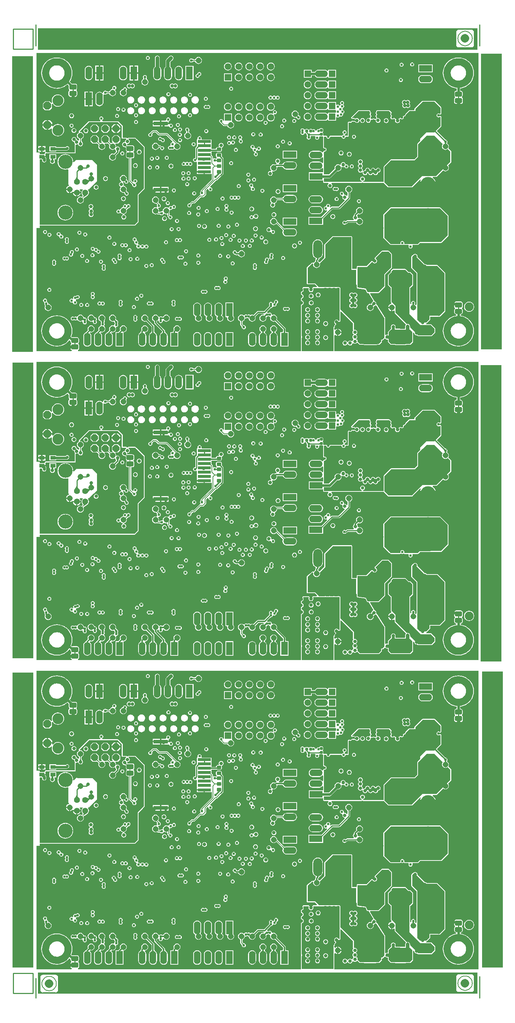
<source format=gbr>
G04 Generated on UCAM*
%FSLAX24Y24*%
%MOIN*%
%IPPOS*%
%ADD10C,0.00700*%
%AMCOM11*
4,1-$1,40,
-0.03935,0.00000,
-0.03884,0.00631,-0.03732,0.01246,-0.03484,0.01829,-0.03146,0.02364,-0.02726,0.02838,
-0.02235,0.03238,-0.01687,0.03555,-0.01095,0.03780,-0.00474,0.03906,0.00158,0.03932,
0.00787,0.03855,0.01395,0.03679,0.01968,0.03408,0.02489,0.03048,0.02945,0.02609,
0.03326,0.02103,0.03620,0.01542,0.03821,0.00942,0.03922,0.00317,0.03935,0.00000,
0.03922,-0.00317,0.03821,-0.00942,0.03620,-0.01542,0.03326,-0.02103,0.02945,-0.02609,
0.02489,-0.03048,0.01968,-0.03408,0.01395,-0.03679,0.00787,-0.03855,0.00158,-0.03932,
-0.00474,-0.03906,-0.01095,-0.03780,-0.01687,-0.03555,-0.02235,-0.03238,-0.02726,-0.02838,
-0.03146,-0.02364,-0.03484,-0.01829,-0.03732,-0.01246,-0.03884,-0.00631,-0.03935,0.00000,$2*
%
%ADD11COM11,0X0.00*%
%ADD12C,0.01000*%
%ADD13C,0.00900*%
%ADD14C,0.01200*%
%ADD15C,0.06700*%
%AMCOM16*
4,1-$1,20,
-0.01300,0.00670,
-0.01261,0.00867,-0.01143,0.01043,-0.00967,0.01161,-0.00770,0.01200,0.00770,0.01200,
0.00967,0.01161,0.01143,0.01043,0.01261,0.00867,0.01300,0.00670,0.01300,-0.00668,
0.01274,-0.00830,0.01163,-0.01023,0.00981,-0.01155,0.00771,-0.01200,-0.00770,-0.01200,
-0.00967,-0.01161,-0.01143,-0.01043,-0.01261,-0.00867,-0.01300,-0.00670,-0.01300,0.00670,$2*
%
%ADD16COM16,0X0.00*%
%AMCOM17*
4,1-$1,20,
-0.01200,0.00770,
-0.01161,0.00967,-0.01043,0.01143,-0.00867,0.01261,-0.00670,0.01300,0.00670,0.01300,
0.00867,0.01261,0.01043,0.01143,0.01161,0.00967,0.01200,0.00770,0.01200,-0.00768,
0.01174,-0.00930,0.01063,-0.01123,0.00881,-0.01255,0.00671,-0.01300,-0.00670,-0.01300,
-0.00867,-0.01261,-0.01043,-0.01143,-0.01161,-0.00967,-0.01200,-0.00770,-0.01200,0.00770,$2*
%
%ADD17COM17,0X0.00*%
%AMCOM18*
4,1-$1,27,
-0.02075,-0.00877,
-0.02074,-0.00840,-0.02072,-0.00810,-0.02070,-0.00788,-0.02070,0.00796,-0.02061,0.01014,
-0.01974,0.01231,-0.01819,0.01406,-0.01615,0.01519,-0.01393,0.01555,0.01393,0.01555,
0.01615,0.01519,0.01819,0.01406,0.01974,0.01231,0.02061,0.01014,0.02070,0.00796,
0.02070,-0.00796,0.02061,-0.01014,0.01974,-0.01231,0.01819,-0.01406,0.01615,-0.01519,
0.01393,-0.01555,-0.01392,-0.01555,-0.01598,-0.01524,-0.01791,-0.01427,-0.01944,-0.01275,
-0.02042,-0.01083,-0.02075,-0.00877,$2*
%
%ADD18COM18,0X0.00*%
%AMCOM19*
4,1-$1,44,
-0.02600,0.00000,
-0.02574,0.00370,-0.02495,0.00733,-0.02365,0.01080,-0.02187,0.01406,-0.01965,0.01703,
-0.01703,0.01965,-0.01406,0.02187,-0.01080,0.02365,-0.00733,0.02495,-0.00370,0.02574,
0.00000,0.02600,0.00370,0.02574,0.00733,0.02495,0.01080,0.02365,0.01406,0.02187,
0.01703,0.01965,0.01965,0.01703,0.02187,0.01406,0.02365,0.01080,0.02495,0.00733,
0.02574,0.00370,0.02600,0.00000,0.02574,-0.00370,0.02495,-0.00733,0.02365,-0.01080,
0.02187,-0.01406,0.01965,-0.01703,0.01703,-0.01965,0.01406,-0.02187,0.01080,-0.02365,
0.00733,-0.02495,0.00370,-0.02574,0.00000,-0.02600,-0.00370,-0.02574,-0.00733,-0.02495,
-0.01080,-0.02365,-0.01406,-0.02187,-0.01703,-0.01965,-0.01965,-0.01703,-0.02187,-0.01406,
-0.02365,-0.01080,-0.02495,-0.00733,-0.02574,-0.00370,-0.02600,0.00000,$2*
%
%ADD19COM19,0X0.00*%
%ADD20C,0.00800*%
%ADD21C,0.01400*%
%ADD22C,0.00990*%
%ADD23C,0.01800*%
%ADD24C,0.02200*%
%ADD25C,0.02400*%
%ADD26C,0.02700*%
%ADD27C,0.03200*%
%ADD28C,0.02900*%
%ADD29C,0.05200*%
%ADD30C,0.07200*%
%ADD31C,0.01100*%
%ADD32R,0.06110X0.06110*%
%ADD33C,0.06110*%
%ADD34O,0.08450X0.16700*%
%ADD35O,0.12010X0.06110*%
%AMCOM36*
4,1-$1,8,
-0.04250,0.04621,
-0.02121,0.06750,0.02121,0.06750,0.04250,0.04621,0.04250,-0.04621,0.02121,-0.06750,
-0.02121,-0.06750,-0.04250,-0.04621,-0.04250,0.04621,$2*
%
%ADD36COM36,0X0.00*%
%AMBOXS*
$10=$1/2*$11=$2/2*$12=$10-$3*$13=$11-$4*
4,1-$6,8,0-$12,$11,$12,$11,$10,$13,$10,0-$13,$12,0-$11,0-$12,0-$11,0-$10,0-$13,0-$10,$13,0-$12,$11,$5*%
%ADD37BOXS,0.06399X0.06399X0.01874X0.01874X45.00X0*%
%ADD38C,0.05600*%
%ADD39C,0.13250*%
%ADD40BOXS,0.07203X0.07203X0.02110X0.02110X45.00X0*%
%ADD41C,0.10200*%
%ADD42R,0.12200X0.06200*%
%ADD43O,0.12200X0.06200*%
%ADD44R,0.06200X0.12200*%
%ADD45O,0.06200X0.12200*%
%ADD46C,0.13800*%
%ADD47R,0.13800X0.13800*%
%ADD48C,0.08200*%
%ADD49C,0.03100*%
%ADD50C,0.03400*%
%ADD51C,0.04200*%
%ADD52R,0.13190X0.03740*%
%ADD53R,0.12210X0.02600*%
%AMCOM54*
4,1-$1,32,
-0.03250,0.01156,
-0.03219,0.01428,-0.03127,0.01693,-0.02978,0.01930,-0.02780,0.02128,-0.02543,0.02277,
-0.02278,0.02369,-0.02006,0.02400,0.02006,0.02400,0.02278,0.02369,0.02543,0.02277,
0.02780,0.02128,0.02978,0.01930,0.03127,0.01693,0.03219,0.01428,0.03250,0.01156,
0.03250,-0.01155,0.03226,-0.01395,0.03139,-0.01666,0.02992,-0.01911,0.02793,-0.02117,
0.02553,-0.02272,0.02284,-0.02368,0.02006,-0.02400,-0.02006,-0.02400,-0.02278,-0.02369,
-0.02543,-0.02277,-0.02780,-0.02128,-0.02978,-0.01930,-0.03127,-0.01693,-0.03219,-0.01428,
-0.03250,-0.01156,-0.03250,0.01156,$2*
%
%ADD54COM54,0X0.00*%
%ADD55R,0.05120X0.03550*%
%ADD56C,0.08700*%
%ADD57C,0.01050*%
%SRX1Y1I0.0000J0.0000*%
%LN29384_layer6*%
%LPD*%
G36*
X52943Y9606D02*
X12008D01*
Y11604*
X52943*
Y9606*
G37*
G36*
X52943Y97530D02*
X12008D01*
Y99528*
X52943*
Y97530*
G37*
G36*
X55195Y40570D02*
X53256D01*
Y68169*
X55195*
Y40570*
G37*
G36*
X55315Y12047D02*
X53376D01*
Y39616*
X55315*
Y12047*
G37*
G36*
X55225Y69632D02*
X53286D01*
Y97152*
X55225*
Y69632*
G37*
G36*
X11585Y40859D02*
X9646D01*
Y68379*
X11585*
Y40859*
G37*
G36*
X11565Y69402D02*
X9626D01*
Y96922*
X11565*
Y69402*
G37*
G36*
X11585Y12047D02*
X9646D01*
Y39518*
X11585*
Y12047*
G37*
%LPC*%
G36*
X52480Y99378D02*
X52391Y99396D01*
Y99395*
X51209*
Y99396*
X51120Y99378*
X51045Y99328*
X50994Y99252*
X50976Y99163*
X50978*
Y97982*
X50976*
X50994Y97893*
X51045Y97817*
X51120Y97766*
X51209Y97749*
Y97750*
X52391*
Y97749*
X52480Y97766*
X52555Y97817*
X52606Y97893*
X52624Y97982*
X52622*
Y99163*
X52624*
X52606Y99252*
X52555Y99328*
X52480Y99378*
G37*
G36*
X52480Y11406D02*
X52391Y11424D01*
Y11422*
X51209*
Y11424*
X51120Y11406*
X51045Y11355*
X50994Y11280*
X50976Y11191*
X50978*
Y10009*
X50976*
X50994Y9920*
X51045Y9845*
X51120Y9794*
X51209Y9776*
Y9778*
X52391*
Y9776*
X52480Y9794*
X52555Y9845*
X52606Y9920*
X52624Y10009*
X52622*
Y11191*
X52624*
X52606Y11280*
X52555Y11355*
X52480Y11406*
G37*
G36*
X13741Y11367D02*
X13652Y11385D01*
Y11383*
X12470*
Y11385*
X12381Y11367*
X12306Y11316*
X12255Y11241*
X12237Y11152*
X12239*
Y9970*
X12237*
X12255Y9881*
X12306Y9806*
X12381Y9755*
X12470Y9737*
Y9739*
X13652*
Y9737*
X13741Y9755*
X13816Y9806*
X13867Y9881*
X13885Y9970*
X13883*
Y11152*
X13885*
X13867Y11241*
X13816Y11316*
X13741Y11367*
G37*
%LPD*%
D10*
X52469Y98572D02*
X52462Y98672D01*
X52440Y98770*
X52403Y98863*
X52353Y98949*
X52291Y99028*
X52217Y99096*
X52135Y99152*
X52045Y99195*
X51949Y99225*
X51850Y99240*
X51750*
X51651Y99225*
X51555Y99195*
X51465Y99152*
X51383Y99096*
X51309Y99028*
X51247Y98949*
X51197Y98863*
X51160Y98770*
X51138Y98672*
X51131Y98572*
X51138Y98473*
X51160Y98375*
X51197Y98282*
X51247Y98195*
X51309Y98117*
X51383Y98049*
X51465Y97993*
X51555Y97949*
X51651Y97920*
X51750Y97905*
X51850*
X51949Y97920*
X52045Y97949*
X52135Y97993*
X52217Y98049*
X52291Y98117*
X52353Y98195*
X52403Y98282*
X52440Y98375*
X52462Y98473*
X52469Y98572*
X52469Y10600D02*
X52462Y10700D01*
X52440Y10797*
X52403Y10890*
X52353Y10977*
X52291Y11055*
X52217Y11123*
X52135Y11180*
X52045Y11223*
X51949Y11253*
X51850Y11267*
X51750*
X51651Y11253*
X51555Y11223*
X51465Y11180*
X51383Y11123*
X51309Y11055*
X51247Y10977*
X51197Y10890*
X51160Y10797*
X51138Y10700*
X51131Y10600*
X51138Y10500*
X51160Y10403*
X51197Y10310*
X51247Y10223*
X51309Y10145*
X51383Y10077*
X51465Y10020*
X51555Y9977*
X51651Y9947*
X51750Y9933*
X51850*
X51949Y9947*
X52045Y9977*
X52135Y10020*
X52217Y10077*
X52291Y10145*
X52353Y10223*
X52403Y10310*
X52440Y10403*
X52462Y10500*
X52469Y10600*
X13730Y10561D02*
X13723Y10661D01*
X13701Y10758*
X13664Y10851*
X13614Y10938*
X13552Y11016*
X13478Y11084*
X13396Y11141*
X13306Y11184*
X13210Y11214*
X13111Y11228*
X13011*
X12912Y11214*
X12816Y11184*
X12726Y11141*
X12644Y11084*
X12570Y11016*
X12508Y10938*
X12458Y10851*
X12421Y10758*
X12399Y10661*
X12392Y10561*
X12399Y10461*
X12421Y10364*
X12458Y10271*
X12508Y10184*
X12570Y10106*
X12644Y10038*
X12726Y9981*
X12816Y9938*
X12912Y9909*
X13011Y9894*
X13111*
X13210Y9909*
X13306Y9938*
X13396Y9981*
X13478Y10038*
X13552Y10106*
X13614Y10184*
X13664Y10271*
X13701Y10364*
X13723Y10461*
X13730Y10561*
D11*
X51800Y98572D03*
Y10600D03*
X13061Y10561D03*
D12*
X11545Y97589D02*
Y99449D01*
X9705Y99449D02*
X11545D01*
X9705Y97589D02*
Y99449D01*
X9705Y97589D02*
X11545D01*
X9705Y11516D02*
X11545D01*
X11545Y9656D02*
Y11516D01*
X9705Y9656D02*
Y11516D01*
X9705Y9656D02*
X11545D01*
X28486Y29675D02*
X28488Y29677D01*
X28870*
X26645Y29685D02*
X26781Y29821D01*
X26781Y30782D02*
X27013Y31013D01*
X26781Y29821D02*
Y30782D01*
X27013Y31013D02*
X27502D01*
Y31415*
X40968Y26161D02*
Y26969D01*
X40968Y26153D02*
Y26161D01*
X40060Y25244D02*
X40968Y26153D01*
X40968Y26161D02*
Y26472D01*
X51183Y15605D02*
Y16205D01*
X37898Y24039D02*
X38200D01*
X39405Y25244*
X40060*
X15271Y35901D02*
Y36501D01*
X15451Y12291D02*
Y12891D01*
X51191Y35241D02*
Y35841D01*
X40821Y23969D02*
X41968D01*
X40706Y23854D02*
X40821Y23969D01*
X40564Y23854D02*
X40706D01*
X28486Y58455D02*
X28488Y58457D01*
X28870*
X26645Y58465D02*
X26781Y58601D01*
X26781Y59562D02*
X27013Y59793D01*
X26781Y58601D02*
Y59562D01*
X27013Y59793D02*
X27502D01*
Y60195*
X40968Y54941D02*
Y55749D01*
X40968Y54933D02*
Y54941D01*
X40060Y54024D02*
X40968Y54933D01*
X40968Y54941D02*
Y55252D01*
X51183Y44385D02*
Y44985D01*
X37898Y52819D02*
X38200D01*
X39405Y54024*
X40060*
X15271Y64681D02*
Y65281D01*
X15451Y41071D02*
Y41671D01*
X51191Y64021D02*
Y64621D01*
X40821Y52749D02*
X41968D01*
X40706Y52634D02*
X40821Y52749D01*
X40564Y52634D02*
X40706D01*
X28486Y87234D02*
X28488Y87236D01*
X28870*
X26645Y87244D02*
X26781Y87380D01*
X26781Y88341D02*
X27013Y88572D01*
X26781Y87380D02*
Y88341D01*
X27013Y88572D02*
X27502D01*
Y88974*
X40968Y83720D02*
Y84528D01*
X40968Y83712D02*
Y83720D01*
X40060Y82803D02*
X40968Y83712D01*
X40968Y83720D02*
Y84031D01*
X51183Y73164D02*
Y73764D01*
X37898Y81598D02*
X38200D01*
X39405Y82803*
X40060*
X15271Y93460D02*
Y94060D01*
X15451Y69850D02*
Y70450D01*
X51191Y92800D02*
Y93400D01*
X40821Y81528D02*
X41968D01*
X40706Y81413D02*
X40821Y81528D01*
X40564Y81413D02*
X40706D01*
G36*
X51718Y73460D02*
X51765Y73346D01*
X51840Y73247*
X51938Y73172*
X52053Y73125*
X52175Y73108*
X52298Y73125*
X52412Y73172*
X52511Y73247*
X52585Y73346*
X52633Y73460*
X52649Y73583*
X52633Y73705*
X52585Y73820*
X52511Y73918*
X52412Y73993*
X52298Y74040*
X52175Y74057*
X52053Y74040*
X51938Y73993*
X51840Y73918*
X51765Y73820*
X51718Y73705*
X51701Y73583*
X51578*
X51592Y73650*
Y73878*
X51576Y73959*
X51531Y74027*
X51463Y74073*
X51382Y74088*
X50984*
X50903Y74073*
X50835Y74027*
X50789Y73959*
X50773Y73878*
Y73650*
X50789Y73569*
X50835Y73501*
X50850Y73491*
X50843Y73403*
X50808Y73351*
X50794Y73278*
Y73050*
X50808Y72977*
X50849Y72916*
X50911Y72875*
X50993Y72858*
X50988Y72773*
X50955Y72770*
X50733Y72716*
X50524Y72630*
X50329Y72511*
X50156Y72363*
X50009Y72190*
X49890Y71996*
X49803Y71786*
X49750Y71565*
X49732Y71339*
X49030*
Y71537*
X49024Y71573*
X49003Y71604*
X48675Y71932*
X48644Y71953*
X48607Y71959*
X48196*
X48187Y72047*
X48214Y72052*
X48245Y72073*
X48523Y72351*
X48544Y72382*
X48550Y72418*
Y72666*
X49428*
X49464Y72672*
X49495Y72693*
X49933Y73131*
X49954Y73162*
X49960Y73199*
Y76717*
X49954Y76753*
X49933Y76784*
X49262Y77454*
X49231Y77475*
X49195Y77482*
X48234*
X48217Y77506*
X48193Y77522*
X48176Y77534*
X48144Y77555*
X48059Y77572*
X48034Y77567*
X47363Y78238*
X47373Y78287*
X47356Y78373*
X47307Y78446*
X47288Y78459*
X47234Y78495*
X47148Y78512*
X47063Y78495*
X46990Y78446*
X46979Y78429*
X46956Y78425*
X46925Y78404*
X46827Y78306*
X46806Y78275*
X46799Y78239*
Y77236*
X46806Y77200*
X46827Y77169*
X47267Y76729*
Y73794*
X47185Y73765*
X47123Y73813*
X47133Y73840*
X47134Y73854*
X47137Y73870*
Y73874*
X47152Y73947*
X47138Y74018*
X47098Y74077*
X47039Y74117*
X46968Y74131*
X46898Y74117*
X46839Y74077*
X46799Y74018*
X46785Y73947*
X46800Y73874*
Y73869*
X46801Y73856*
X46786Y73835*
X46772Y73824*
X46717Y73843*
X46690Y73870*
Y75342*
X46702*
X46944Y75584*
Y76571*
X46702Y76812*
X46564*
X46295Y77082*
X46264Y77103*
X46228Y77109*
X45090*
X45053Y77103*
X45022Y77082*
X44904Y76964*
X44883Y76933*
X44877Y76897*
Y76814*
X44633Y76571*
Y75584*
X44877Y75341*
Y74069*
X44883Y74032*
X44904Y74001*
X44955Y73951*
X44927Y73865*
X44880Y73858*
X44797Y73824*
X44726Y73770*
X44672Y73699*
X44638Y73616*
X44634Y73588*
X44979*
Y73538*
X45029*
Y73193*
X45057Y73197*
X45140Y73231*
X45156Y73243*
X45237Y73202*
Y73059*
X45243Y73022*
X45264Y72991*
X46255Y72001*
X46297Y71936*
X46243Y71856*
X46227Y71769*
Y71590*
X46171Y71534*
X45324Y71546*
X45318Y71564*
X45314Y71590*
X45312Y71624*
X45315Y71631*
X45333Y71718*
X45316Y71803*
X45267Y71876*
X45194Y71925*
X45108Y71942*
X45023Y71925*
X44950Y71876*
X44901Y71803*
X44884Y71718*
X44901Y71632*
X44906Y71625*
Y71621*
X44903Y71586*
X44899Y71557*
X44893Y71534*
X44885Y71513*
X44875*
X44869Y71505*
X44863Y71503*
X44850Y71501*
X44846Y71497*
X44841Y71495*
X44822Y71479*
X44819Y71475*
X44815Y71471*
X44810Y71459*
X44803Y71449*
Y71444*
X44799Y71436*
X44633Y71271*
Y71047*
X44572Y70997*
X44549Y71002*
X44463Y70985*
X44430Y70963*
X44350Y71007*
Y72527*
X44349Y72535*
Y72543*
X44345Y72552*
X44344Y72563*
X44339Y72569*
X44336Y72578*
X43777Y73468*
X44634*
X44638Y73439*
X44672Y73356*
X44726Y73285*
X44797Y73231*
X44880Y73197*
X44908Y73193*
Y73468*
X44634*
X43777*
X43601Y73749*
X43595Y73756*
X43591Y73763*
X43582Y73768*
X43576Y73776*
X43568Y73779*
X43562Y73784*
X43552Y73787*
X43535Y73793*
X43532Y73870*
X43533Y73878*
X43516Y73963*
X43467Y74036*
X43392Y74086*
X43339Y74135*
X43336Y74148*
X43337Y74158*
X43333Y74166*
X43332Y74175*
X43327Y74182*
X43323Y74191*
X42945Y74794*
X42985Y74866*
X43718*
X43754Y74872*
X43785Y74893*
X44323Y75431*
X44344Y75462*
X44350Y75498*
Y76589*
X44834Y77072*
X44955Y77194*
X44976Y77225*
X44983Y77261*
Y78469*
X44976Y78505*
X44955Y78536*
X44707Y78784*
X44676Y78805*
X44640Y78812*
X44082*
X44046Y78805*
X44015Y78784*
X43408Y78177*
X43401Y78167*
X43394Y78159*
X43391Y78152*
X43386Y78146*
X43385Y78135*
X43381Y78126*
Y78118*
X43380Y78111*
X43382Y78100*
Y78089*
X43395Y78033*
X43402Y78017*
X43408Y78002*
X43434Y77976*
X43478Y77947*
X43508Y77901*
X43519Y77848*
X43508Y77794*
X43478Y77748*
X43432Y77718*
X43379Y77707*
X43325Y77718*
X43279Y77748*
X43250Y77792*
X43224Y77818*
X43209Y77824*
X43193Y77831*
X43137Y77844*
X43126*
X43115Y77846*
X43108Y77845*
X43100*
X43091Y77841*
X43080Y77840*
X43074Y77835*
X43067Y77832*
X43059Y77825*
X43049Y77819*
X42610Y77379*
X41800*
X41763Y77373*
X41733Y77353*
X41713Y77323*
X41707Y77286*
Y77173*
X41642Y77109*
X41290*
Y80029*
X44187*
X44193Y79992*
X44214Y79961*
X44803Y79374*
X44811Y79368*
X44816Y79362*
X44826Y79358*
X44834Y79352*
X44843Y79351*
X44851Y79348*
X44860*
X44870Y79346*
X45728*
X45735Y79347*
X45742*
X45754Y79351*
X45764Y79352*
X45769Y79357*
X45776Y79359*
X45785Y79366*
X45798Y79375*
X45872Y79367*
X45881Y79360*
X45951Y79346*
X46021Y79360*
X46030Y79367*
X46103Y79375*
X46118Y79366*
X46126Y79359*
X46133Y79357*
X46138Y79352*
X46148Y79351*
X46160Y79347*
X46167*
X46174Y79346*
X46515*
X46541Y79297*
X46550Y79266*
X46537Y79200*
X46551Y79130*
X46591Y79070*
X46651Y79030*
X46721Y79016*
X46791Y79030*
X46851Y79070*
X46891Y79130*
X46905Y79200*
X46892Y79266*
X46901Y79297*
X46927Y79346*
X47388*
X47424Y79352*
X47455Y79373*
X47617Y79535*
X49558Y79536*
X49574Y79539*
X49594Y79542*
X49607Y79552*
X49625Y79563*
X50223Y80161*
X50244Y80192*
X50250Y80228*
Y82046*
X50244Y82083*
X50223Y82114*
X49525Y82812*
X49494Y82833*
X49457Y82839*
X48360*
X48348Y82842*
X48337Y82839*
X44880*
X44843Y82833*
X44812Y82812*
X44214Y82214*
X44193Y82183*
X44187Y82146*
Y80956*
X44189Y80946*
Y80918*
X44187Y80908*
Y80029*
X41290*
Y80069*
X41284Y80105*
X41264Y80135*
X41234Y80155*
X41198Y80162*
X39482*
X39446Y80155*
X39415Y80134*
X38717Y79436*
X38696Y79405*
X38689Y79369*
Y78158*
X38278Y77748*
X38194Y77753*
Y77758*
X38130Y77806*
X38124Y77818*
X38118Y77898*
X38164Y77945*
X38173Y77958*
X38178Y77961*
X38193Y77971*
X38193*
X38203Y77986*
X38212Y77998*
Y78001*
X38214Y78003*
X38216Y78018*
X38220Y78035*
X38221Y78053*
X38222Y78066*
X38232Y78075*
X38242Y78082*
X38246Y78086*
X38249Y78089*
X38252Y78095*
X38322Y78124*
X38423Y78201*
X38500Y78302*
X38548Y78419*
X38565Y78546*
Y79369*
X38548Y79496*
X38500Y79613*
X38423Y79714*
X38322Y79791*
X38204Y79840*
X38078Y79857*
X37953Y79840*
X37835Y79791*
X37734Y79714*
X37657Y79613*
X37609Y79496*
X37592Y79369*
Y78546*
X37609Y78419*
X37657Y78302*
X37734Y78201*
X37835Y78124*
X37870Y78109*
X37891Y78024*
X37884Y78011*
X37855Y77969*
X37846Y77922*
Y77823*
X37807Y77807*
X37740Y77756*
X37710Y77717*
X37642Y77690*
X37622Y77696*
X37608Y77701*
X37603Y77699*
X37600Y77702*
X37587Y77700*
X37572Y77698*
X37570Y77697*
X37567*
X37553Y77689*
X37538Y77681*
X37535Y77678*
X37534*
X37092Y77301*
X37089Y77297*
X37086Y77295*
X37078Y77283*
X37069Y77272*
X37068Y77268*
X37066Y77265*
X37064Y77250*
X37059Y77238*
X37060Y77234*
X37059Y77229*
Y75778*
X37066Y75742*
X37086Y75712*
X37116Y75692*
X37152Y75686*
X37828*
X38013Y75488*
X37980Y75412*
X37683*
X37669Y75409*
X37656Y75408*
X37652Y75406*
X37647Y75405*
X37636Y75397*
X37624Y75391*
X37621Y75387*
X37617Y75385*
X37610Y75374*
X37600Y75362*
X37578Y75320*
X37574Y75307*
X37569Y75294*
Y75289*
X37567Y75285*
X37569Y75272*
Y75258*
X37571Y75253*
Y75249*
X37576Y75238*
X37589Y75177*
X37578Y75123*
X37548Y75077*
X37502Y75047*
X37448Y75036*
X37394Y75047*
X37349Y75077*
X37319Y75123*
X37308Y75177*
X37320Y75239*
X37326Y75249*
Y75253*
X37328Y75258*
Y75272*
X37330Y75285*
X37328Y75289*
Y75294*
X37323Y75307*
X37319Y75320*
X37296Y75363*
X37287Y75374*
X37280Y75385*
X37275Y75387*
X37272Y75391*
X37261Y75397*
X37249Y75405*
X37245Y75406*
X37241Y75408*
X37228Y75409*
X37213Y75412*
X36759*
X36744Y75409*
X36732Y75408*
X36728Y75406*
X36723Y75405*
X36711Y75397*
X36700Y75391*
X36697Y75388*
X36693Y75385*
X36676Y75363*
X36650Y75314*
X36646Y75301*
X36641Y75288*
Y75283*
X36639Y75279*
X36641Y75266*
Y75252*
X36643Y75247*
Y75243*
X36649Y75231*
X36655Y75218*
X36665Y75203*
X36676Y75149*
X36665Y75095*
X36634Y75050*
X36589Y75020*
X36582Y75017*
X36571Y75014*
X36563Y75013*
X36556Y75007*
X36548Y75004*
X36541Y74997*
X36533Y74992*
X36529Y74985*
X36522Y74978*
X36519Y74970*
X36513Y74962*
X36512Y74954*
X36508Y74945*
Y74937*
X36507Y74927*
Y74782*
X36508Y74773*
Y74763*
X36512Y74755*
X36513Y74746*
X36519Y74739*
X36522Y74731*
X36529Y74724*
X36533Y74716*
X36541Y74712*
X36548Y74705*
X36556Y74702*
X36563Y74696*
X36571Y74695*
X36580Y74692*
X36626Y74660*
X36657Y74615*
X36668Y74561*
X36657Y74507*
X36626Y74462*
X36581Y74431*
X36572Y74427*
X36563Y74426*
X36556Y74420*
X36548Y74417*
X36541Y74410*
X36533Y74406*
X36529Y74398*
X36522Y74391*
X36519Y74383*
X36513Y74376*
X36512Y74367*
X36508Y74359*
Y74351*
X36507Y74341*
Y74172*
X36508Y74162*
Y74154*
X36512Y74146*
X36513Y74137*
X36519Y74130*
X36523Y74121*
X36529Y74114*
X36533Y74107*
X36541Y74102*
X36548Y74095*
X36556Y74092*
X36563Y74087*
X36572Y74086*
X36582Y74082*
X36602Y74077*
X36648Y74047*
X36678Y74001*
X36689Y73947*
X36678Y73894*
X36648Y73848*
X36602Y73818*
X36582Y73813*
X36572Y73809*
X36563Y73808*
X36556Y73803*
X36548Y73800*
X36541Y73793*
X36533Y73788*
X36529Y73781*
X36523Y73774*
X36519Y73765*
X36513Y73758*
X36512Y73749*
X36508Y73741*
Y73733*
X36507Y73723*
Y72032*
X36508Y72023*
Y72013*
X36511Y72000*
X36508Y71988*
Y71977*
X36507Y71968*
Y70872*
X36508Y70863*
Y70853*
X36512Y70845*
X36513Y70836*
X36519Y70829*
X36524Y70817*
Y70815*
X36531Y70780*
X36524Y70745*
Y70743*
X36519Y70731*
X36513Y70724*
X36512Y70715*
X36508Y70707*
Y70699*
X36507Y70689*
Y69475*
X36495Y69459*
X15750*
X15737Y69495*
X15735Y69544*
X15799Y69587*
X15845Y69655*
X15860Y69736*
Y69964*
X15845Y70045*
X15799Y70113*
X15784Y70123*
X15791Y70211*
X15817Y70251*
X16238*
X16251Y70154*
X16288Y70063*
X16347Y69986*
X16424Y69927*
X16515Y69890*
X16611Y69877*
X16707Y69890*
X16798Y69927*
X16875Y69986*
X16934Y70063*
X16971Y70154*
X16984Y70251*
X17238*
X17251Y70154*
X17288Y70063*
X17347Y69986*
X17424Y69927*
X17515Y69890*
X17611Y69877*
X17707Y69890*
X17798Y69927*
X17875Y69986*
X17934Y70063*
X17971Y70154*
X17984Y70251*
X18238*
X18251Y70154*
X18288Y70063*
X18347Y69986*
X18424Y69927*
X18515Y69890*
X18611Y69877*
X18707Y69890*
X18798Y69927*
X18875Y69986*
X18934Y70063*
X18971Y70154*
X18984Y70251*
Y70849*
X18971Y70946*
X18934Y71037*
X18875Y71114*
X18857Y71128*
X18872Y71207*
X18885Y71215*
X18968Y71205*
X19052Y71216*
X19063Y71220*
X19235*
X19241Y71193*
Y69880*
X19981*
Y70251*
X21356*
X21369Y70154*
X21406Y70063*
X21465Y69986*
X21542Y69927*
X21633Y69890*
X21729Y69877*
X21825Y69890*
X21916Y69927*
X21993Y69986*
X22052Y70063*
X22089Y70154*
X22102Y70251*
Y70849*
X22089Y70946*
X22052Y71037*
X21993Y71114*
X21981Y71123*
X22004Y71209*
X22052Y71216*
X22130Y71248*
X22197Y71299*
X22248Y71366*
X22280Y71444*
X22291Y71527*
X22280Y71611*
X22248Y71689*
X22197Y71756*
X22130Y71807*
X22052Y71839*
X21969Y71850*
X21885Y71839*
X21807Y71807*
X21740Y71756*
X21689Y71689*
X21657Y71611*
X21646Y71527*
X21657Y71444*
X21673Y71405*
X21643Y71376*
X21616Y71335*
X21609Y71305*
X21606Y71297*
X21596Y71284*
Y71281*
X21594Y71279*
X21587Y71247*
Y71229*
X21586Y71212*
X21575Y71203*
X21564Y71196*
X21562Y71191*
X21557Y71188*
X21552Y71177*
X21542Y71173*
X21465Y71114*
X21406Y71037*
X21369Y70946*
X21356Y70849*
Y70251*
X19981*
Y71207*
X20052Y71216*
X20130Y71248*
X20197Y71299*
X20248Y71366*
X20280Y71444*
X20291Y71527*
X20280Y71611*
X20248Y71689*
X20197Y71756*
X20130Y71807*
X20052Y71839*
X19969Y71850*
X19885Y71839*
X19807Y71807*
X19740Y71756*
X19689Y71689*
X19657Y71611*
X19646Y71527*
X19657Y71444*
X19673Y71405*
X19525Y71258*
X19500Y71220*
X19235*
X19063*
X19130Y71248*
X19146Y71261*
X19200Y71266*
X19204Y71263*
X19197Y71282*
X19193Y71294*
X19248Y71366*
X19280Y71444*
X19291Y71527*
X19280Y71611*
X19273Y71627*
X19279Y71647*
X19323Y71711*
X19371Y71720*
X19431Y71760*
X19471Y71820*
X19485Y71890*
X19471Y71960*
X19436Y72013*
X19481Y72080*
X19495Y72150*
X19481Y72220*
X19441Y72280*
X19417Y72296*
X19414Y72304*
X19413Y72306*
X19391Y72330*
X19389Y72331*
X19388Y72332*
X19373Y72339*
X19359Y72346*
X19355*
X19350Y72351*
X19349Y72352*
X19330Y72367*
X19325Y72372*
X19319Y72375*
X19316Y72380*
X19315*
X20907*
X20921Y72310*
X20961Y72250*
X21021Y72210*
X21091Y72196*
X21161Y72210*
X21221Y72250*
X21261Y72310*
X21275Y72380*
X21261Y72450*
X21221Y72510*
X21233Y72528*
X21646*
X21657Y72444*
X21689Y72366*
X21740Y72299*
X21807Y72248*
X21885Y72216*
X21969Y72205*
X22052Y72216*
X22091Y72232*
X22607Y71716*
Y71299*
X22596Y71284*
Y71281*
X22594Y71279*
X22587Y71247*
Y71229*
X22586Y71212*
X22575Y71203*
X22564Y71196*
X22562Y71191*
X22557Y71188*
X22552Y71177*
X22542Y71173*
X22465Y71114*
X22406Y71037*
X22369Y70946*
X22356Y70849*
Y70251*
X22369Y70154*
X22406Y70063*
X22465Y69986*
X22542Y69927*
X22633Y69890*
X22729Y69877*
X22825Y69890*
X22916Y69927*
X22993Y69986*
X23052Y70063*
X23089Y70154*
X23102Y70251*
Y70849*
X23089Y70946*
X23052Y71037*
X22993Y71114*
X22916Y71173*
X22906Y71177*
X22901Y71188*
X22896Y71191*
X22894Y71196*
X22883Y71203*
X22872Y71212*
Y71229*
X22871Y71247*
X22863Y71282*
X22852Y71299*
Y71766*
X22843Y71814*
X22815Y71855*
X22264Y72405*
X22280Y72444*
X22291Y72528*
X22646*
X22657Y72444*
X22689Y72366*
X22740Y72299*
X22807Y72248*
X22846Y72232*
Y72099*
X22855Y72051*
X22883Y72010*
X23601Y71291*
X23595Y71283*
Y71281*
X23593Y71279*
X23591Y71264*
X23587Y71247*
X23586Y71228*
X23585Y71211*
X23574Y71202*
X23564Y71196*
X23560Y71190*
X23556Y71187*
X23551Y71177*
X23542Y71173*
X23465Y71114*
X23406Y71037*
X23369Y70946*
X23356Y70849*
Y70251*
X23369Y70154*
X23406Y70063*
X23465Y69986*
X23542Y69927*
X23633Y69890*
X23729Y69877*
X23751Y69880*
X24359*
X25099*
Y70251*
X26474*
X26487Y70154*
X26524Y70063*
X26583Y69986*
X26661Y69927*
X26751Y69890*
X26847Y69877*
X26943Y69890*
X27034Y69927*
X27111Y69986*
X27170Y70063*
X27207Y70154*
X27221Y70251*
X27474*
X27487Y70154*
X27524Y70063*
X27583Y69986*
X27661Y69927*
X27751Y69890*
X27847Y69877*
X27943Y69890*
X28034Y69927*
X28111Y69986*
X28170Y70063*
X28207Y70154*
X28221Y70251*
X28474*
X28487Y70154*
X28524Y70063*
X28583Y69986*
X28661Y69927*
X28751Y69890*
X28847Y69877*
X28869Y69880*
X29477*
X30217*
Y70255*
X31596*
X31609Y70158*
X31646Y70067*
X31705Y69990*
X31783Y69931*
X31873Y69894*
X31969Y69881*
X32065Y69894*
X32156Y69931*
X32233Y69990*
X32292Y70067*
X32330Y70158*
X32343Y70255*
X32596*
X32609Y70158*
X32646Y70067*
X32705Y69990*
X32783Y69931*
X32873Y69894*
X32969Y69881*
X33065Y69894*
X33156Y69931*
X33233Y69990*
X33292Y70067*
X33330Y70158*
X33343Y70255*
X33596*
X33609Y70158*
X33646Y70067*
X33705Y69990*
X33783Y69931*
X33873Y69894*
X33969Y69881*
X34065Y69894*
X34156Y69931*
X34233Y69990*
X34292Y70067*
X34330Y70158*
X34343Y70255*
Y70853*
X34330Y70950*
X34292Y71041*
X34233Y71118*
X34161Y71173*
X34158Y71177*
X34148Y71236*
X34152Y71250*
X34166Y71276*
X34197Y71299*
X34248Y71366*
X34280Y71444*
X34291Y71527*
X34280Y71611*
X34248Y71689*
X34197Y71756*
X34130Y71807*
X34052Y71839*
X33969Y71850*
X33885Y71839*
X33807Y71807*
X33740Y71756*
X33689Y71689*
X33657Y71611*
X33646Y71527*
X33657Y71444*
X33689Y71366*
X33740Y71299*
X33772Y71276*
X33785Y71248*
X33789Y71233*
X33781Y71179*
X33778Y71173*
X33705Y71118*
X33646Y71041*
X33609Y70950*
X33596Y70853*
Y70255*
X33343*
Y70853*
X33330Y70950*
X33292Y71041*
X33233Y71118*
X33161Y71173*
X33158Y71177*
X33148Y71236*
X33152Y71250*
X33166Y71276*
X33197Y71299*
X33248Y71366*
X33280Y71444*
X33291Y71527*
X33280Y71611*
X33248Y71689*
X33197Y71756*
X33130Y71807*
X33052Y71839*
X32968Y71850*
X32885Y71839*
X32807Y71807*
X32740Y71756*
X32689Y71689*
X32657Y71611*
X32646Y71527*
X32657Y71444*
X32689Y71366*
X32740Y71299*
X32772Y71276*
X32785Y71248*
X32789Y71233*
X32781Y71179*
X32778Y71173*
X32705Y71118*
X32646Y71041*
X32609Y70950*
X32596Y70853*
Y70255*
X32343*
Y70853*
X32330Y70950*
X32292Y71041*
X32233Y71118*
X32156Y71177*
X32065Y71214*
X31969Y71227*
X31873Y71214*
X31783Y71177*
X31705Y71118*
X31646Y71041*
X31609Y70950*
X31596Y70853*
Y70255*
X30217*
Y71220*
X29477*
Y69880*
X28869*
X28943Y69890*
X29034Y69927*
X29111Y69986*
X29170Y70063*
X29207Y70154*
X29221Y70251*
Y70849*
X29207Y70946*
X29170Y71037*
X29111Y71114*
X29034Y71173*
X28943Y71210*
X28847Y71223*
X28751Y71210*
X28661Y71173*
X28583Y71114*
X28524Y71037*
X28487Y70946*
X28474Y70849*
Y70251*
X28221*
X28221*
Y70849*
X28207Y70946*
X28170Y71037*
X28111Y71114*
X28034Y71173*
X27943Y71210*
X27847Y71223*
X27751Y71210*
X27661Y71173*
X27583Y71114*
X27524Y71037*
X27487Y70946*
X27474Y70849*
Y70251*
X27221*
X27221*
Y70849*
X27207Y70946*
X27170Y71037*
X27111Y71114*
X27034Y71173*
X26943Y71210*
X26847Y71223*
X26751Y71210*
X26661Y71173*
X26583Y71114*
X26524Y71037*
X26487Y70946*
X26474Y70849*
Y70251*
X25099*
Y71236*
X25130Y71248*
X25197Y71299*
X25248Y71366*
X25280Y71444*
X25291Y71527*
X25280Y71611*
X25248Y71689*
X25197Y71756*
X25130Y71807*
X25052Y71839*
X24969Y71850*
X24885Y71839*
X24807Y71807*
X24740Y71756*
X24689Y71689*
X24657Y71611*
X24646Y71527*
X24657Y71444*
X24673Y71405*
X24643Y71376*
X24616Y71335*
X24610Y71310*
X24606Y71300*
X24596Y71287*
Y71285*
X24594Y71283*
X24591Y71268*
X24587Y71250*
Y71229*
X24576Y71220*
X24359*
Y69880*
X23751*
X23825Y69890*
X23916Y69927*
X23993Y69986*
X24052Y70063*
X24089Y70154*
X24102Y70251*
Y70849*
X24089Y70946*
X24052Y71037*
X23993Y71114*
X23916Y71173*
X23906Y71177*
X23900Y71188*
X23897Y71191*
X23893Y71196*
X23883Y71203*
X23872Y71212*
X23871Y71228*
X23870Y71247*
X23866Y71264*
X23864Y71275*
X23862*
Y71284*
X23851Y71299*
Y71337*
X23842Y71384*
X23814Y71425*
X23091Y72148*
Y72232*
X23130Y72248*
X23194Y72297*
Y72309*
X23282Y72269*
X23277Y72250*
X23291Y72180*
X23331Y72120*
X23391Y72080*
X23461Y72066*
X23531Y72080*
X23591Y72120*
X23631Y72180*
X23645Y72250*
X23636Y72296*
X23715Y72331*
X23740Y72299*
X23807Y72248*
X23885Y72216*
X23969Y72205*
X24052Y72216*
X24130Y72248*
X24197Y72299*
X24248Y72366*
X24280Y72444*
X24282Y72460*
X24777*
X24791Y72390*
X24831Y72330*
X24891Y72290*
X24961Y72276*
X25031Y72290*
X25096Y72334*
X25161Y72290*
X25231Y72276*
X25301Y72290*
X25361Y72330*
X25401Y72390*
X25415Y72460*
X25401Y72530*
X25361Y72590*
X25301Y72630*
X25231Y72644*
X25161Y72630*
X25096Y72586*
X25031Y72630*
X24961Y72644*
X24891Y72630*
X24831Y72590*
X24791Y72530*
X24777Y72460*
X24282*
X24291Y72528*
X24280Y72611*
X24248Y72689*
X24197Y72756*
X24130Y72807*
X24052Y72839*
X23969Y72850*
X23885Y72839*
X23807Y72807*
X23740Y72756*
X23689Y72689*
X23679Y72664*
X23621Y72655*
X23595*
X23586Y72660*
X23573Y72669*
X23572*
X23569Y72670*
X23552Y72673*
X23536Y72676*
X23532*
X23458Y72691*
X23388Y72677*
X23348Y72650*
X23270Y72664*
X23254Y72674*
X23248Y72689*
X23197Y72756*
X23130Y72807*
X23052Y72839*
X22968Y72850*
X22885Y72839*
X22807Y72807*
X22740Y72756*
X22689Y72689*
X22657Y72611*
X22646Y72528*
X22291*
X22280Y72611*
X22248Y72689*
X22197Y72756*
X22130Y72807*
X22052Y72839*
X21969Y72850*
X21885Y72839*
X21807Y72807*
X21740Y72756*
X21689Y72689*
X21657Y72611*
X21646Y72528*
X21233*
X21261Y72570*
X21275Y72640*
X21261Y72710*
X21221Y72770*
X21161Y72810*
X21091Y72824*
X21021Y72810*
X20961Y72770*
X20921Y72710*
X20907Y72640*
X20921Y72570*
X20961Y72510*
X20921Y72450*
X20907Y72380*
X19315*
X19304Y72385*
X19289Y72395*
X19280Y72440*
X19284Y72474*
X19291Y72528*
X19280Y72611*
X19248Y72689*
X19197Y72756*
X19130Y72807*
X19052Y72839*
X18968Y72850*
X18885Y72839*
X18807Y72807*
X18740Y72756*
X18689Y72689*
X18657Y72611*
X18646Y72528*
X18657Y72444*
X18689Y72366*
X18740Y72299*
X18807Y72248*
X18885Y72216*
X18968Y72205*
X19050Y72216*
X19054Y72211*
X19106Y72170*
X19115Y72160*
Y72155*
X19121Y72142*
X19127Y72128*
X19129Y72125*
X19130Y72122*
X19134Y72118*
X19141Y72080*
X19183Y72018*
X19182Y72017*
X19169*
X19131Y71960*
X19119Y71897*
X19085Y71864*
X19046Y71840*
X18968Y71850*
X18885Y71839*
X18807Y71807*
X18740Y71756*
X18689Y71689*
X18657Y71611*
X18646Y71527*
X18657Y71444*
X18673Y71405*
X18525Y71258*
X18498Y71217*
X18494Y71203*
X18424Y71173*
X18347Y71114*
X18288Y71037*
X18251Y70946*
X18238Y70849*
Y70251*
X17984*
Y70849*
X17971Y70946*
X17934Y71037*
X17875Y71114*
X17857Y71128*
X17872Y71207*
X17885Y71215*
X17968Y71205*
X18052Y71216*
X18130Y71248*
X18197Y71299*
X18248Y71366*
X18280Y71444*
X18291Y71527*
X18280Y71611*
X18248Y71689*
X18201Y71751*
X18187Y71806*
X18188Y71834*
X18231Y71897*
X18245Y71968*
X18231Y72038*
X18197Y72087*
X18231Y72137*
X18245Y72207*
X18231Y72278*
X18222Y72291*
Y72301*
X18217Y72316*
X18215Y72324*
X18248Y72366*
X18280Y72444*
X18291Y72528*
X18280Y72611*
X18248Y72689*
X18197Y72756*
X18130Y72807*
X18052Y72839*
X17968Y72850*
X17885Y72839*
X17807Y72807*
X17740Y72756*
X17689Y72689*
X17657Y72611*
X17646Y72528*
X17657Y72444*
X17689Y72366*
X17740Y72299*
X17807Y72248*
X17879Y72218*
X17877Y72207*
X17891Y72137*
X17925Y72087*
X17891Y72038*
X17877Y71968*
X17887Y71920*
X17889Y71886*
X17846Y71823*
X17807Y71807*
X17740Y71756*
X17689Y71689*
X17657Y71611*
X17646Y71527*
X17657Y71444*
X17673Y71405*
X17525Y71258*
X17498Y71217*
X17494Y71203*
X17424Y71173*
X17347Y71114*
X17288Y71037*
X17251Y70946*
X17238Y70849*
Y70251*
X16984*
Y70849*
X16971Y70946*
X16934Y71037*
X16875Y71114*
X16857Y71128*
X16872Y71207*
X16885Y71215*
X16968Y71205*
X17052Y71216*
X17130Y71248*
X17197Y71299*
X17248Y71366*
X17280Y71444*
X17291Y71527*
X17280Y71611*
X17248Y71689*
X17197Y71756*
X17130Y71807*
X17052Y71839*
X16968Y71850*
X16885Y71839*
X16807Y71807*
X16740Y71756*
X16689Y71689*
X16657Y71611*
X16646Y71527*
X16657Y71444*
X16673Y71405*
X16525Y71258*
X16498Y71217*
X16494Y71203*
X16424Y71173*
X16347Y71114*
X16288Y71037*
X16251Y70946*
X16238Y70849*
Y70251*
X15817*
X15826Y70263*
X15840Y70336*
Y70564*
X15826Y70637*
X15785Y70699*
X15723Y70740*
X15650Y70754*
X15252*
X15199Y70743*
X15126Y70815*
X15157Y70891*
X15211Y71112*
X15229Y71339*
X15211Y71565*
X15157Y71786*
X15071Y71996*
X14952Y72190*
X14804Y72363*
X14644Y72500*
X15069*
X15083Y72430*
X15123Y72370*
X15183Y72330*
X15253Y72316*
X15323Y72330*
X15387Y72373*
X15451Y72330*
X15521Y72316*
X15591Y72330*
X15610Y72344*
X15669Y72367*
X15718Y72328*
X15740Y72299*
X15807Y72248*
X15885Y72216*
X15969Y72205*
X16052Y72216*
X16131Y72248*
X16157Y72233*
X16199Y72194*
X16187Y72140*
X16201Y72070*
X16241Y72010*
X16301Y71970*
X16371Y71956*
X16441Y71970*
X16501Y72010*
X16541Y72070*
X16555Y72140*
X16541Y72210*
X16501Y72270*
X16541Y72330*
X16555Y72400*
X16541Y72470*
X16502Y72528*
X16646*
X16657Y72444*
X16689Y72366*
X16740Y72299*
X16807Y72248*
X16885Y72216*
X16968Y72205*
X17052Y72216*
X17068Y72223*
X17136Y72165*
X17151Y72090*
X17191Y72030*
X17251Y71990*
X17321Y71976*
X17391Y71990*
X17451Y72030*
X17491Y72090*
X17505Y72160*
X17491Y72230*
X17451Y72290*
X17491Y72350*
X17505Y72420*
X17491Y72490*
X17451Y72550*
X17391Y72590*
X17321Y72604*
X17295Y72598*
X17282Y72608*
X17248Y72689*
X17197Y72756*
X17130Y72807*
X17052Y72839*
X16968Y72850*
X16885Y72839*
X16807Y72807*
X16740Y72756*
X16689Y72689*
X16657Y72611*
X16646Y72528*
X16502*
X16501Y72530*
X16441Y72570*
X16371Y72584*
X16359Y72582*
X16283Y72606*
X16248Y72689*
X16197Y72756*
X16130Y72807*
X16052Y72839*
X15969Y72850*
X15885Y72839*
X15807Y72807*
X15740Y72756*
X15689Y72689*
X15686Y72681*
X15609Y72657*
X15591Y72670*
X15521Y72684*
X15451Y72670*
X15387Y72627*
X15323Y72670*
X15253Y72684*
X15183Y72670*
X15123Y72630*
X15083Y72570*
X15069Y72500*
X14644*
X14631Y72511*
X14437Y72630*
X14227Y72716*
X14006Y72770*
X13780Y72788*
X13553Y72770*
X13332Y72716*
X13122Y72630*
X12928Y72511*
X12755Y72363*
X12607Y72190*
X12488Y71996*
X12402Y71786*
X12348Y71565*
X12330Y71339*
X12348Y71112*
X12402Y70891*
X12488Y70681*
X12607Y70487*
X12755Y70314*
X12928Y70166*
X13122Y70047*
X13332Y69961*
X13553Y69907*
X13780Y69889*
X14006Y69907*
X14227Y69961*
X14437Y70047*
X14631Y70166*
X14804Y70314*
X14920Y70449*
X14999Y70452*
X15062Y70389*
Y70336*
X15076Y70263*
X15111Y70211*
X15118Y70123*
X15103Y70113*
X15058Y70045*
X15042Y69964*
Y69736*
X15058Y69655*
X15103Y69587*
X15167Y69544*
X15165Y69495*
X15152Y69459*
X11900*
Y73007*
X26474*
X26487Y72910*
X26524Y72819*
X26583Y72742*
X26661Y72683*
X26683Y72673*
X26657Y72611*
X26646Y72528*
X26657Y72444*
X26689Y72366*
X26740Y72299*
X26807Y72248*
X26885Y72216*
X26969Y72205*
X27052Y72216*
X27130Y72248*
X27197Y72299*
X27248Y72366*
X27280Y72444*
X27291Y72528*
X27280Y72611*
X27248Y72689*
X27197Y72756*
X27149Y72792*
X27170Y72819*
X27207Y72910*
X27221Y73007*
X27474*
X27487Y72910*
X27524Y72819*
X27583Y72742*
X27661Y72683*
X27683Y72673*
X27657Y72611*
X27646Y72528*
X27657Y72444*
X27689Y72366*
X27740Y72299*
X27807Y72248*
X27885Y72216*
X27968Y72205*
X28052Y72216*
X28130Y72248*
X28197Y72299*
X28248Y72366*
X28280Y72444*
X28291Y72528*
X28280Y72611*
X28248Y72689*
X28197Y72756*
X28149Y72792*
X28170Y72819*
X28207Y72910*
X28221Y73007*
X28474*
X28487Y72910*
X28524Y72819*
X28583Y72742*
X28661Y72683*
X28683Y72673*
X28657Y72611*
X28646Y72528*
X28657Y72444*
X28689Y72366*
X28740Y72299*
X28807Y72248*
X28885Y72216*
X28969Y72205*
X29052Y72216*
X29130Y72248*
X29197Y72299*
X29248Y72366*
X29280Y72444*
X29291Y72528*
X29280Y72611*
X29270Y72636*
X29477*
X29584*
X29649Y72559*
X29646Y72528*
X29657Y72444*
X29689Y72366*
X29740Y72299*
X29807Y72248*
X29885Y72216*
X29969Y72205*
X30052Y72216*
X30130Y72248*
X30197Y72299*
X30248Y72366*
X30280Y72444*
X30291Y72528*
X30646*
X30657Y72444*
X30689Y72366*
X30740Y72299*
X30807Y72248*
X30866Y72224*
Y71919*
X30874Y71879*
X30897Y71844*
X30966Y71775*
X30970Y71757*
Y71755*
X30971Y71754*
X30988Y71725*
X30991Y71722*
X30995Y71714*
Y71709*
X30996Y71704*
Y71697*
X30997Y71689*
X31001Y71670*
X31003Y71655*
X31005Y71653*
Y71651*
X31014Y71638*
X31024Y71623*
X31028Y71619*
X31069Y71558*
X31128Y71518*
X31198Y71504*
X31269Y71518*
X31328Y71558*
X31368Y71617*
X31382Y71688*
X31368Y71758*
X31328Y71817*
X31267Y71858*
X31261Y71864*
X31249Y71872*
X31235Y71881*
X31233*
X31231Y71883*
X31216Y71885*
X31197Y71889*
X31189Y71890*
X31182*
X31177Y71891*
X31172*
X31164Y71895*
X31161Y71898*
X31132Y71915*
X31131Y71916*
X31129*
X31111Y71920*
X31071Y71960*
Y72224*
X31130Y72248*
X31197Y72299*
X31248Y72366*
X31280Y72444*
X31282Y72463*
X31288Y72470*
X31368Y72521*
X31398Y72514*
X31469Y72528*
X31528Y72568*
X31588Y72528*
X31647Y72516*
X31657Y72444*
X31689Y72366*
X31740Y72299*
X31807Y72248*
X31885Y72216*
X31969Y72205*
X32052Y72216*
X32130Y72248*
X32197Y72299*
X32248Y72366*
X32280Y72444*
X32291Y72528*
X32280Y72611*
X32264Y72650*
X32555Y72940*
X33014*
X33043Y72877*
X33007Y72846*
X32968Y72850*
X32885Y72839*
X32807Y72807*
X32740Y72756*
X32689Y72689*
X32657Y72611*
X32646Y72528*
X32657Y72444*
X32689Y72366*
X32740Y72299*
X32807Y72248*
X32885Y72216*
X32968Y72205*
X33052Y72216*
X33130Y72248*
X33197Y72299*
X33248Y72366*
X33280Y72444*
X33291Y72528*
X33283Y72590*
X33292Y72616*
X33302Y72637*
X33342Y72671*
X33350Y72672*
X33354Y72674*
X33358*
X33429Y72688*
X33484Y72725*
X33538Y72688*
X33598Y72676*
X33632Y72642*
X33655Y72602*
X33646Y72528*
X33657Y72444*
X33689Y72366*
X33740Y72299*
X33807Y72248*
X33885Y72216*
X33969Y72205*
X34052Y72216*
X34091Y72232*
X34847Y71476*
Y71306*
X34836Y71291*
Y71289*
X34834Y71287*
X34831Y71272*
X34827Y71254*
Y71233*
X34816Y71224*
X34599*
Y69884*
X35339*
Y71224*
X35123*
X35112Y71233*
Y71239*
X35111Y71254*
X35107Y71272*
X35103Y71289*
X35092Y71306*
Y71526*
X35083Y71573*
X35055Y71614*
X34264Y72405*
X34280Y72444*
X34291Y72528*
X34280Y72611*
X34248Y72689*
X34197Y72756*
X34130Y72807*
X34052Y72839*
X33969Y72850*
X33885Y72839*
X33872Y72833*
X33854Y72838*
X33787Y72883*
X33778Y72928*
X33738Y72987*
X33679Y73027*
X33609Y73041*
X33538Y73027*
X33484Y72990*
X33429Y73027*
X33392Y73034*
X33366Y73122*
X33622Y73378*
X34845*
X34859Y73307*
X34899Y73248*
X34958Y73208*
X35029Y73194*
X35099Y73208*
X35159Y73248*
X35218Y73208*
X35289Y73194*
X35359Y73208*
X35418Y73248*
X35458Y73307*
X35472Y73378*
X35458Y73448*
X35418Y73507*
X35359Y73547*
X35289Y73561*
X35218Y73547*
X35159Y73507*
X35099Y73547*
X35029Y73561*
X34958Y73547*
X34899Y73507*
X34859Y73448*
X34845Y73378*
X33622*
X33710Y73466*
X33719Y73464*
X33789Y73478*
X33848Y73518*
X33888Y73577*
X33892Y73597*
X33980Y73633*
X33988Y73628*
X34058Y73614*
X34129Y73628*
X34188Y73668*
X34228Y73727*
X34242Y73797*
X34227Y73870*
X34269Y73878*
X34328Y73918*
X34368Y73977*
X34382Y74047*
X34368Y74118*
X34328Y74177*
X34269Y74217*
X34199Y74231*
X34128Y74217*
X34069Y74177*
X34029Y74118*
X34015Y74047*
X34030Y73975*
X33988Y73967*
X33966Y73953*
X33908Y73934*
X33864Y73972*
X33848Y73997*
X33789Y74037*
X33719Y74051*
X33648Y74037*
X33589Y73997*
X33549Y73938*
X33535Y73867*
X33549Y73797*
X33575Y73758*
X33549Y73718*
X33535Y73648*
X33537Y73639*
X33083Y73185*
X32505*
X32457Y73176*
X32416Y73148*
X32091Y72823*
X32052Y72839*
X31969Y72850*
X31885Y72839*
X31804Y72806*
X31788Y72827*
X31729Y72867*
X31658Y72881*
X31588Y72867*
X31528Y72827*
X31469Y72867*
X31398Y72881*
X31328Y72867*
X31269Y72827*
X31254Y72806*
X31156Y72786*
X31130Y72807*
X31052Y72839*
X30968Y72850*
X30885Y72839*
X30807Y72807*
X30740Y72756*
X30689Y72689*
X30657Y72611*
X30646Y72528*
X30291*
X30280Y72611*
X30248Y72689*
X30217Y72729*
Y73976*
X29477*
Y72636*
X29270*
X29248Y72689*
X29197Y72756*
X29149Y72792*
X29170Y72819*
X29207Y72910*
X29221Y73007*
Y73605*
X29207Y73702*
X29170Y73793*
X29111Y73870*
X29034Y73929*
X28943Y73966*
X28847Y73979*
X28751Y73966*
X28661Y73929*
X28583Y73870*
X28524Y73793*
X28487Y73702*
X28474Y73605*
Y73007*
X28221*
X28221*
Y73605*
X28207Y73702*
X28170Y73793*
X28111Y73870*
X28034Y73929*
X27943Y73966*
X27847Y73979*
X27751Y73966*
X27661Y73929*
X27583Y73870*
X27524Y73793*
X27487Y73702*
X27474Y73605*
Y73007*
X27221*
X27221*
Y73605*
X27207Y73702*
X27170Y73793*
X27111Y73870*
X27034Y73929*
X26943Y73966*
X26847Y73979*
X26751Y73966*
X26661Y73929*
X26583Y73870*
X26524Y73793*
X26487Y73702*
X26474Y73605*
Y73007*
X11900*
Y74170*
X12489*
X12503Y74100*
X12543Y74040*
X12563Y74027*
X12621Y73976*
X12605Y73897*
X12619Y73827*
X12659Y73768*
X12666Y73763*
Y73709*
X12676Y73658*
X12657Y73611*
X12646Y73528*
X12657Y73444*
X12689Y73366*
X12740Y73299*
X12807Y73248*
X12885Y73216*
X12968Y73205*
X13052Y73216*
X13130Y73248*
X13197Y73299*
X13248Y73366*
X13280Y73444*
X13291Y73528*
X13287Y73560*
X20767*
X20781Y73490*
X20821Y73430*
X20881Y73390*
X20951Y73376*
X21021Y73390*
X21081Y73430*
X21121Y73490*
X21135Y73560*
X21121Y73630*
X21081Y73690*
X21021Y73730*
X20951Y73744*
X20881Y73730*
X20821Y73690*
X20781Y73630*
X20767Y73560*
X13287*
X13280Y73611*
X13248Y73689*
X13197Y73756*
X13191Y73760*
X15877*
X15891Y73690*
X15931Y73630*
X15991Y73590*
X16061Y73576*
X16131Y73590*
X16191Y73630*
X16231Y73690*
X16245Y73760*
X16417*
X16431Y73690*
X16471Y73630*
X16531Y73590*
X16601Y73576*
X16671Y73590*
X16731Y73630*
X16771Y73690*
X16785Y73760*
X16771Y73830*
X16731Y73890*
X16720Y73897*
X17565*
X17579Y73827*
X17619Y73768*
X17678Y73728*
X17749Y73714*
X17819Y73728*
X17844Y73744*
X17924Y73762*
X17988Y73718*
X18059Y73704*
X18129Y73718*
X18188Y73758*
X18207Y73787*
X19535*
X19549Y73717*
X19589Y73658*
X19648Y73618*
X19719Y73604*
X19789Y73618*
X19848Y73658*
X19888Y73717*
X19902Y73787*
X19888Y73858*
X19861Y73897*
X22165*
X22179Y73827*
X22219Y73768*
X22278Y73728*
X22348Y73714*
X22419Y73728*
X22473Y73765*
X22528Y73728*
X22599Y73714*
X22669Y73728*
X22728Y73768*
X22747Y73797*
X24455*
X24469Y73727*
X24509Y73668*
X24568Y73628*
X24639Y73614*
X24709Y73628*
X24768Y73668*
X24808Y73727*
X24822Y73797*
X24808Y73868*
X24771Y73923*
X24808Y73977*
X24822Y74047*
X24808Y74118*
X24768Y74177*
X24709Y74217*
X24639Y74231*
X24568Y74217*
X24509Y74177*
X24469Y74118*
X24455Y74047*
X24469Y73977*
X24506Y73923*
X24469Y73868*
X24455Y73797*
X22747*
X22768Y73827*
X22782Y73897*
X22768Y73968*
X22728Y74027*
X22669Y74067*
X22599Y74081*
X22528Y74067*
X22473Y74030*
X22419Y74067*
X22348Y74081*
X22278Y74067*
X22219Y74027*
X22179Y73968*
X22165Y73897*
X19861*
X19848Y73917*
X19888Y73977*
X19902Y74047*
X19888Y74118*
X19848Y74177*
X19789Y74217*
X19719Y74231*
X19648Y74217*
X19589Y74177*
X19549Y74118*
X19535Y74047*
X19549Y73977*
X19589Y73917*
X19549Y73858*
X19535Y73787*
X18207*
X18228Y73817*
X18242Y73888*
X18228Y73958*
X18188Y74017*
X18129Y74057*
X18059Y74071*
X17988Y74057*
X17963Y74041*
X17883Y74023*
X17819Y74067*
X17749Y74081*
X17678Y74067*
X17619Y74027*
X17579Y73968*
X17565Y73897*
X16720*
X16671Y73930*
X16601Y73944*
X16531Y73930*
X16471Y73890*
X16431Y73830*
X16417Y73760*
X16245*
X16231Y73830*
X16191Y73890*
X16131Y73930*
X16061Y73944*
X15991Y73930*
X15931Y73890*
X15891Y73830*
X15877Y73760*
X13191*
X13130Y73807*
X13052Y73839*
X13007Y73845*
X12973Y73894*
X12958Y73968*
X12918Y74027*
X12898Y74041*
X12841Y74092*
X12854Y74158*
X14955*
X14969Y74087*
X15009Y74028*
X15068Y73988*
X15138Y73974*
X15214Y73989*
X15295Y73950*
X15299Y73927*
X15339Y73868*
X15398Y73828*
X15468Y73814*
X15539Y73828*
X15598Y73868*
X15638Y73927*
X15652Y73997*
X15638Y74068*
X15598Y74127*
X15546Y74163*
X15543Y74220*
X15550Y74249*
X15608Y74288*
X15637Y74332*
X15658Y74318*
X15728Y74304*
X15799Y74318*
X15858Y74358*
X15898Y74417*
X15910Y74477*
X16935*
X16949Y74407*
X16989Y74348*
X17048Y74308*
X17119Y74294*
X17189Y74308*
X17233Y74338*
X21065*
X21079Y74267*
X21119Y74208*
X21178Y74168*
X21249Y74154*
X21319Y74168*
X21378Y74208*
X21418Y74267*
X21432Y74338*
X21418Y74408*
X21378Y74467*
X21319Y74507*
X21249Y74521*
X21178Y74507*
X21119Y74467*
X21079Y74408*
X21065Y74338*
X17233*
X17248Y74348*
X17288Y74407*
X17302Y74477*
X17288Y74548*
X17245Y74611*
Y74618*
X21465*
X21479Y74547*
X21519Y74488*
X21578Y74448*
X21648Y74434*
X21719Y74448*
X21778Y74488*
X21818Y74547*
X21832Y74618*
X21818Y74688*
X21778Y74747*
X21719Y74787*
X21648Y74801*
X21578Y74787*
X21519Y74747*
X21479Y74688*
X21465Y74618*
X17245*
Y74644*
X17288Y74707*
X17302Y74778*
X17288Y74848*
X17248Y74907*
X17189Y74947*
X17119Y74961*
X17048Y74947*
X16989Y74907*
X16949Y74848*
X16935Y74778*
X16949Y74707*
X16992Y74644*
Y74611*
X16949Y74548*
X16935Y74477*
X15910*
X15912Y74487*
X15898Y74558*
X15858Y74617*
X15799Y74657*
X15728Y74671*
X15658Y74657*
X15599Y74617*
X15570Y74573*
X15549Y74587*
X15479Y74601*
X15408Y74587*
X15349Y74547*
X15309Y74488*
X15295Y74418*
X15306Y74362*
X15238Y74308*
X15209Y74327*
X15138Y74341*
X15068Y74327*
X15009Y74287*
X14969Y74228*
X14955Y74158*
X12854*
X12857Y74170*
X12843Y74241*
X12803Y74300*
X12743Y74340*
X12673Y74354*
X12603Y74340*
X12543Y74300*
X12503Y74241*
X12489Y74170*
X11900*
Y75169*
X12896*
X12910Y75099*
X12950Y75039*
X13009Y74999*
X13080Y74985*
X13089Y74987*
X27195*
X27209Y74917*
X27249Y74858*
X27308Y74818*
X27378Y74804*
X27449Y74818*
X27503Y74855*
X27558Y74818*
X27629Y74804*
X27699Y74818*
X27758Y74858*
X27798Y74917*
X27812Y74987*
X27798Y75058*
X27758Y75117*
X27699Y75157*
X27629Y75171*
X27558Y75157*
X27503Y75120*
X27449Y75157*
X27378Y75171*
X27308Y75157*
X27249Y75117*
X27209Y75058*
X27195Y74987*
X13089*
X13150Y74999*
X13210Y75039*
X13250Y75099*
X13263Y75169*
X13250Y75239*
X13210Y75299*
X13151Y75338*
X28435*
X28449Y75267*
X28489Y75208*
X28548Y75168*
X28619Y75154*
X28689Y75168*
X28733Y75198*
X28778Y75168*
X28849Y75154*
X28919Y75168*
X28978Y75208*
X29018Y75267*
X29032Y75338*
X29018Y75408*
X28978Y75467*
X28919Y75507*
X28849Y75521*
X28778Y75507*
X28733Y75477*
X28689Y75507*
X28619Y75521*
X28548Y75507*
X28489Y75467*
X28449Y75408*
X28435Y75338*
X13151*
X13150Y75339*
X13080Y75353*
X13009Y75339*
X12950Y75299*
X12910Y75239*
X12896Y75169*
X11900*
Y75905*
X29286*
X29300Y75835*
X29340Y75775*
X29400Y75735*
X29470Y75721*
X29540Y75735*
X29600Y75775*
X29640Y75835*
X29654Y75905*
X29640Y75975*
X29629Y75991*
X29636Y76086*
X29679Y76150*
X29693Y76220*
X29679Y76290*
X29639Y76350*
X29580Y76390*
X29509Y76404*
X29439Y76390*
X29379Y76350*
X29339Y76290*
X29326Y76220*
X29339Y76150*
X29350Y76134*
X29343Y76039*
X29300Y75975*
X29286Y75905*
X11900*
Y77128*
X17955*
X17969Y77057*
X18009Y76998*
X18068Y76958*
X18139Y76944*
X18209Y76958*
X18268Y76998*
X18308Y77057*
X18322Y77128*
X18308Y77198*
X18271Y77252*
X18308Y77307*
X18322Y77378*
X21925*
X21939Y77307*
X21979Y77248*
X22038Y77208*
X22109Y77194*
X22172Y77207*
X32045*
X32059Y77137*
X32099Y77078*
X32158Y77038*
X32229Y77024*
X32299Y77038*
X32358Y77078*
X32398Y77137*
X32412Y77207*
X32398Y77278*
X32361Y77332*
X32398Y77387*
X32412Y77458*
X32398Y77528*
X32358Y77587*
X32299Y77627*
X32229Y77641*
X32158Y77627*
X32099Y77587*
X32059Y77528*
X32045Y77458*
X32059Y77387*
X32096Y77332*
X32059Y77278*
X32045Y77207*
X22172*
X22179Y77208*
X22238Y77248*
X22278Y77307*
X22292Y77378*
X22278Y77448*
X22265Y77467*
X22425*
X22439Y77397*
X22479Y77338*
X22538Y77298*
X22608Y77284*
X22679Y77298*
X22738Y77338*
X22778Y77397*
X22792Y77467*
X22778Y77538*
X22738Y77597*
X22679Y77637*
X22608Y77651*
X22538Y77637*
X22479Y77597*
X22439Y77538*
X22425Y77467*
X22265*
X22238Y77507*
X22179Y77547*
X22109Y77561*
X22038Y77547*
X21979Y77507*
X21939Y77448*
X21925Y77378*
X18322*
X18308Y77448*
X18268Y77507*
X18209Y77547*
X18139Y77561*
X18068Y77547*
X18009Y77507*
X17969Y77448*
X17955Y77378*
X17969Y77307*
X18006Y77252*
X17969Y77198*
X17955Y77128*
X11900*
Y77577*
X13345*
X13359Y77507*
X13399Y77448*
X13458Y77408*
X13528Y77394*
X13599Y77408*
X13658Y77448*
X13698Y77507*
X13712Y77577*
X13698Y77648*
X13672Y77688*
X13698Y77727*
X13712Y77797*
X13700Y77858*
X16415*
X16429Y77787*
X16469Y77728*
X16528Y77688*
X16599Y77674*
X16669Y77688*
X16728Y77728*
X16762Y77778*
X17705*
X17719Y77707*
X17759Y77648*
X17818Y77608*
X17888Y77594*
X17959Y77608*
X18018Y77648*
X18058Y77707*
X18072Y77778*
X18058Y77848*
X18018Y77907*
X17959Y77947*
X17888Y77961*
X17818Y77947*
X17759Y77907*
X17719Y77848*
X17705Y77778*
X16762*
X16768Y77787*
X16782Y77858*
X16768Y77928*
X16741Y77967*
X18895*
X18909Y77897*
X18949Y77838*
X19008Y77798*
X19029Y77794*
X19025Y77767*
X19039Y77697*
X19079Y77638*
X19138Y77598*
X19209Y77584*
X19279Y77598*
X19338Y77638*
X19378Y77697*
X19392Y77767*
X19378Y77838*
X19338Y77897*
X19279Y77937*
X19258Y77941*
X19262Y77967*
X19248Y78038*
X19208Y78097*
X19191Y78108*
X19445*
X19459Y78037*
X19499Y77978*
X19558Y77938*
X19628Y77924*
X19699Y77938*
X19758Y77978*
X19786Y78020*
X20457*
X20471Y77950*
X20511Y77890*
X20571Y77850*
X20641Y77836*
X20711Y77850*
X20771Y77890*
X20811Y77950*
X20825Y78020*
X20817Y78057*
X21085*
X21099Y77987*
X21139Y77928*
X21198Y77888*
X21268Y77874*
X21339Y77888*
X21398Y77928*
X21424Y77967*
X23395*
X23409Y77897*
X23449Y77838*
X23508Y77798*
X23529Y77794*
X23525Y77767*
X23539Y77697*
X23579Y77638*
X23638Y77598*
X23709Y77584*
X23772Y77597*
X25575*
X25589Y77527*
X25629Y77468*
X25688Y77428*
X25759Y77414*
X25829Y77428*
X25888Y77468*
X25928Y77527*
X25942Y77597*
X25928Y77668*
X25922Y77677*
X26777*
X26790Y77607*
X26830Y77547*
X26890Y77507*
X26960Y77493*
X27030Y77507*
X27090Y77547*
X27130Y77607*
X27134Y77628*
X29975*
X29989Y77557*
X30029Y77498*
X30089Y77458*
X30159Y77444*
X30229Y77458*
X30289Y77498*
X30329Y77557*
X30343Y77628*
X30329Y77698*
X30289Y77758*
X30288*
X33085*
X33099Y77687*
X33139Y77628*
X33198Y77588*
X33268Y77574*
X33339Y77588*
X33398Y77628*
X33438Y77687*
X33452Y77758*
X33438Y77831*
X33478Y77858*
X33518Y77917*
X33532Y77988*
X33525Y78023*
X33520Y78044*
X33602Y78079*
X33613Y78061*
X33629Y78038*
X33688Y77998*
X33758Y77984*
X33829Y77998*
X33888Y78038*
X33928Y78097*
X33934Y78127*
X34675*
X34689Y78057*
X34729Y77998*
X34788Y77958*
X34859Y77944*
X34929Y77958*
X34988Y77998*
X35028Y78057*
X35042Y78127*
X35028Y78198*
X34988Y78257*
X34929Y78297*
X34859Y78311*
X34788Y78297*
X34729Y78257*
X34689Y78198*
X34675Y78127*
X33934*
X33942Y78167*
X33928Y78238*
X33900Y78280*
X33938Y78337*
X33952Y78408*
X33938Y78478*
X33898Y78537*
X33839Y78577*
X33768Y78591*
X33698Y78577*
X33639Y78537*
X33599Y78478*
X33585Y78408*
X33599Y78337*
X33627Y78295*
X33589Y78238*
X33575Y78167*
X33582Y78132*
X33587Y78111*
X33505Y78076*
X33494Y78094*
X33478Y78117*
X33419Y78157*
X33349Y78171*
X33278Y78157*
X33219Y78117*
X33179Y78058*
X33165Y77988*
X33179Y77914*
X33139Y77887*
X33099Y77828*
X33085Y77758*
X30288*
X30229Y77798*
X30159Y77811*
X30089Y77798*
X30029Y77758*
X29989Y77698*
X29975Y77628*
X27134*
X27144Y77677*
X27130Y77747*
X27090Y77807*
X27030Y77847*
X26960Y77861*
X26890Y77847*
X26830Y77807*
X26790Y77747*
X26777Y77677*
X25922*
X25888Y77727*
X25829Y77767*
X25759Y77781*
X25688Y77767*
X25629Y77727*
X25589Y77668*
X25575Y77597*
X23772*
X23779Y77598*
X23838Y77638*
X23878Y77697*
X23892Y77767*
X23878Y77838*
X23838Y77897*
X23779Y77937*
X23758Y77941*
X23762Y77967*
X23748Y78038*
X23708Y78097*
X23649Y78137*
X23579Y78151*
X23508Y78137*
X23449Y78097*
X23409Y78038*
X23395Y77967*
X21424*
X21438Y77987*
X21452Y78057*
X21438Y78128*
X21398Y78187*
X21397*
X25018*
X25031Y78117*
X25071Y78058*
X25131Y78018*
X25201Y78004*
X25271Y78018*
X25315Y78047*
X25358Y78018*
X25429Y78004*
X25499Y78018*
X25558Y78058*
X25598Y78117*
X25612Y78187*
X25598Y78258*
X25558Y78317*
X25500Y78356*
X26777*
X26790Y78286*
X26830Y78226*
X26890Y78186*
X26960Y78172*
X27030Y78186*
X27090Y78226*
X27130Y78286*
X27140Y78336*
X28804*
X28818Y78266*
X28858Y78206*
X28918Y78166*
X28988Y78153*
X29058Y78166*
X29118Y78206*
X29158Y78266*
X29162Y78287*
X29552*
X29566Y78217*
X29606Y78157*
X29666Y78117*
X29736Y78103*
X29806Y78117*
X29866Y78157*
X29906Y78217*
X29920Y78287*
X29906Y78357*
X29866Y78417*
X29806Y78457*
X29736Y78471*
X29666Y78457*
X29606Y78417*
X29566Y78357*
X29552Y78287*
X29162*
X29172Y78336*
X29158Y78406*
X29118Y78466*
X29058Y78506*
X28988Y78520*
X28918Y78506*
X28858Y78466*
X28818Y78406*
X28804Y78336*
X27140*
X27144Y78356*
X27130Y78426*
X27090Y78486*
X27030Y78526*
X26960Y78540*
X26890Y78526*
X26830Y78486*
X26790Y78426*
X26777Y78356*
X25500*
X25499Y78357*
X25429Y78371*
X25358Y78357*
X25315Y78328*
X25271Y78357*
X25201Y78371*
X25131Y78357*
X25071Y78317*
X25031Y78258*
X25018Y78187*
X21397*
X21339Y78227*
X21268Y78241*
X21198Y78227*
X21139Y78187*
X21099Y78128*
X21085Y78057*
X20817*
X20811Y78090*
X20771Y78150*
X20711Y78190*
X20641Y78204*
X20571Y78190*
X20511Y78150*
X20471Y78090*
X20457Y78020*
X19786*
X19798Y78037*
X19812Y78108*
X19798Y78178*
X19765Y78227*
X19798Y78277*
X19812Y78348*
X19798Y78418*
X19758Y78477*
X19699Y78517*
X19628Y78531*
X19558Y78517*
X19499Y78477*
X19459Y78418*
X19445Y78348*
X19459Y78277*
X19492Y78227*
X19459Y78178*
X19445Y78108*
X19191*
X19149Y78137*
X19079Y78151*
X19008Y78137*
X18949Y78097*
X18909Y78038*
X18895Y77967*
X16741*
X16728Y77987*
X16669Y78027*
X16599Y78041*
X16528Y78027*
X16469Y77987*
X16429Y77928*
X16415Y77858*
X13700*
X13698Y77868*
X13658Y77927*
X13599Y77967*
X13528Y77981*
X13458Y77967*
X13399Y77927*
X13359Y77868*
X13345Y77797*
X13359Y77727*
X13385Y77688*
X13359Y77648*
X13345Y77577*
X11900*
Y78088*
X14305*
X14319Y78017*
X14359Y77958*
X14418Y77918*
X14489Y77904*
X14559Y77918*
X14598Y77944*
X14638Y77918*
X14708Y77904*
X14779Y77918*
X14838Y77958*
X14878Y78017*
X14892Y78088*
X14878Y78158*
X14838Y78217*
X14779Y78257*
X14708Y78271*
X14638Y78257*
X14598Y78231*
X14559Y78257*
X14489Y78271*
X14418Y78257*
X14359Y78217*
X14319Y78158*
X14305Y78088*
X11900*
Y78448*
X14915*
X14929Y78377*
X14969Y78318*
X15028Y78278*
X15099Y78264*
X15169Y78278*
X15228Y78318*
X15236Y78330*
X15957*
X15971Y78260*
X16011Y78200*
X16071Y78160*
X16141Y78146*
X16211Y78160*
X16271Y78200*
X16311Y78260*
X16325Y78330*
X16311Y78397*
X16915*
X16929Y78327*
X16969Y78268*
X17028Y78228*
X17098Y78214*
X17169Y78228*
X17228Y78268*
X17268Y78327*
X17282Y78397*
X17268Y78468*
X17228Y78527*
X17169Y78567*
X17098Y78581*
X17028Y78567*
X16969Y78527*
X16929Y78468*
X16915Y78397*
X16311*
Y78400*
X16271Y78460*
X16211Y78500*
X16141Y78514*
X16071Y78500*
X16011Y78460*
X15971Y78400*
X15957Y78330*
X15236*
X15268Y78377*
X15282Y78448*
X15268Y78521*
X15308Y78548*
X15348Y78607*
X15362Y78678*
X15348Y78748*
X15308Y78807*
X15249Y78847*
X15179Y78861*
X15108Y78847*
X15049Y78807*
X15009Y78748*
X14995Y78678*
X15009Y78604*
X14969Y78577*
X14929Y78518*
X14915Y78448*
X11900*
Y78928*
X15465*
X15479Y78857*
X15519Y78798*
X15578Y78758*
X15648Y78744*
X15719Y78758*
X15778Y78798*
X15818Y78857*
X15832Y78928*
X15821Y78980*
X16937*
X16951Y78910*
X16991Y78850*
X17051Y78810*
X17121Y78796*
X17191Y78810*
X17213Y78824*
X17239Y78814*
X17281Y78750*
X17341Y78710*
X17411Y78696*
X17478Y78710*
X17491Y78640*
X17531Y78580*
X17591Y78540*
X17661Y78526*
X17731Y78540*
X17791Y78580*
X17831Y78640*
X17845Y78710*
X17831Y78780*
X17791Y78840*
X17748Y78868*
X20365*
X20379Y78797*
X20419Y78738*
X20478Y78698*
X20549Y78684*
X20619Y78698*
X20678Y78738*
X20686Y78750*
X25625*
X25639Y78679*
X25679Y78620*
X25739Y78580*
X25809Y78566*
X25879Y78580*
X25939Y78620*
X25964Y78657*
X30165*
X30179Y78587*
X30219Y78528*
X30280Y78487*
X30284Y78483*
X30298Y78474*
X30309Y78465*
X30313*
X30316Y78462*
X30330Y78460*
X30346Y78456*
X30346*
X30347*
X30351Y78453*
X30360Y78446*
X30365Y78440*
X30380Y78430*
X30393Y78422*
X30395*
X30397Y78420*
X30413Y78418*
X30430Y78414*
X30433*
X30479Y78405*
X30673*
X30689Y78366*
X30740Y78299*
X30807Y78248*
X30885Y78216*
X30968Y78205*
X31052Y78216*
X31130Y78248*
X31197Y78299*
X31248Y78366*
X31280Y78444*
X31291Y78527*
X31280Y78611*
X31248Y78689*
X31197Y78756*
X31130Y78807*
X31052Y78839*
X30968Y78850*
X30885Y78839*
X30807Y78807*
X30740Y78756*
X30689Y78689*
X30673Y78650*
X30552*
Y78657*
X30550Y78659*
Y78660*
X30550*
X30546Y78676*
X30544Y78690*
X30541Y78693*
Y78697*
X30532Y78708*
X30524Y78721*
X30523Y78722*
X30519Y78726*
X30478Y78787*
X30419Y78827*
X30348Y78841*
X30278Y78827*
X30219Y78787*
X30179Y78728*
X30165Y78657*
X25964*
X25979Y78679*
X25992Y78750*
X25979Y78820*
X25939Y78880*
X25879Y78920*
X25809Y78933*
X25739Y78920*
X25679Y78880*
X25639Y78820*
X25625Y78750*
X20686*
X20718Y78797*
X20732Y78868*
X20718Y78938*
X20678Y78997*
X20619Y79037*
X20549Y79051*
X20478Y79037*
X20419Y78997*
X20379Y78938*
X20365Y78868*
X17748*
X17731Y78880*
X17661Y78894*
X17594Y78880*
X17581Y78950*
X17541Y79010*
X17481Y79050*
X17411Y79064*
X17341Y79050*
X17319Y79036*
X17293Y79046*
X17251Y79110*
X17191Y79150*
X17121Y79164*
X17051Y79150*
X16991Y79110*
X16951Y79050*
X16937Y78980*
X15821*
X15818Y78998*
X15778Y79057*
X15719Y79097*
X15648Y79111*
X15578Y79097*
X15519Y79057*
X15479Y78998*
X15465Y78928*
X11900*
Y79628*
X14525*
X14539Y79557*
X14579Y79498*
X14638Y79458*
X14708Y79444*
X14737Y79450*
X18947*
X18961Y79380*
X19001Y79320*
X19061Y79280*
X19131Y79266*
X19201Y79280*
X19256Y79317*
X19695*
X19709Y79247*
X19749Y79188*
X19808Y79148*
X19878Y79134*
X19949Y79148*
X19985Y79172*
X20038Y79185*
X20092Y79172*
X20128Y79148*
X20199Y79134*
X20269Y79148*
X20328Y79188*
X20368Y79247*
X20382Y79317*
X20368Y79388*
X20328Y79447*
X20269Y79487*
X20199Y79501*
X20128Y79487*
X20092Y79463*
X20038Y79450*
X19985Y79463*
X19949Y79487*
X19878Y79501*
X19808Y79487*
X19749Y79447*
X19709Y79388*
X19695Y79317*
X19256*
X19261Y79320*
X19301Y79380*
X19315Y79450*
X19301Y79520*
X19261Y79580*
X19201Y79620*
X19131Y79634*
X19061Y79620*
X19001Y79580*
X18961Y79520*
X18947Y79450*
X14737*
X14779Y79458*
X14838Y79498*
X14878Y79557*
X14892Y79628*
X14878Y79698*
X14838Y79758*
X14878Y79817*
X14892Y79888*
X14878Y79958*
X14838Y80017*
X14808Y80037*
X18495*
X18509Y79967*
X18549Y79908*
X18608Y79868*
X18678Y79854*
X18742Y79867*
X20835*
X20849Y79797*
X20889Y79738*
X20948Y79698*
X21010Y79652*
X20994Y79574*
X21008Y79504*
X21048Y79444*
X21108Y79404*
X21185Y79390*
X21225Y79315*
X21199Y79278*
X21185Y79207*
X21199Y79137*
X21239Y79078*
X21298Y79038*
X21369Y79024*
X21439Y79038*
X21498Y79078*
X21511Y79097*
X21606*
X21619Y79078*
X21678Y79038*
X21748Y79024*
X21819Y79038*
X21878Y79078*
X21888Y79092*
X21982*
X21999Y79068*
X22058Y79028*
X22129Y79014*
X22199Y79028*
X22258Y79068*
X22298Y79127*
X22312Y79198*
X22298Y79268*
X22258Y79327*
X22199Y79367*
X22129Y79381*
X22058Y79367*
X21999Y79327*
X21989Y79313*
X21895*
X21878Y79337*
X21819Y79377*
X21748Y79391*
X21678Y79377*
X21619Y79337*
X21606Y79318*
X21511*
X21498Y79337*
X21439Y79377*
X21362Y79392*
X21322Y79467*
X21348Y79504*
X21362Y79574*
X21357Y79598*
X23755*
X23769Y79527*
X23809Y79468*
X23868Y79428*
X23939Y79414*
X24009Y79428*
X24025Y79439*
X29001*
X29015Y79368*
X29055Y79309*
X29115Y79269*
X29185Y79255*
X29248Y79268*
X30915*
X30929Y79197*
X30969Y79138*
X31028Y79098*
X31098Y79084*
X31169Y79098*
X31228Y79138*
X31268Y79197*
X31280Y79261*
X31560*
X31574Y79191*
X31614Y79131*
X31674Y79091*
X31744Y79078*
X31814Y79091*
X31874Y79131*
X31914Y79191*
X31924Y79247*
X35694*
X35711Y79162*
X35760Y79089*
X35833Y79040*
X35919Y79023*
X36004Y79040*
X36077Y79089*
X36126Y79162*
X36143Y79247*
X36126Y79333*
X36077Y79406*
X36004Y79455*
X35919Y79472*
X35833Y79455*
X35760Y79406*
X35711Y79333*
X35694Y79247*
X31924*
X31927Y79261*
X31914Y79332*
X31874Y79391*
X31814Y79431*
X31744Y79445*
X31674Y79431*
X31614Y79391*
X31574Y79332*
X31560Y79261*
X31280*
X31282Y79268*
X31268Y79338*
X31228Y79397*
X31169Y79437*
X31098Y79451*
X31028Y79437*
X30969Y79397*
X30929Y79338*
X30915Y79268*
X29248*
X29255Y79269*
X29315Y79309*
X29355Y79368*
X29368Y79439*
X29355Y79509*
X29315Y79569*
X29255Y79609*
X29185Y79622*
X29115Y79609*
X29055Y79569*
X29015Y79509*
X29001Y79439*
X24025*
X24068Y79468*
X24108Y79527*
X24122Y79598*
X24108Y79668*
X24068Y79727*
X24009Y79767*
X23939Y79781*
X23868Y79767*
X23809Y79727*
X23769Y79668*
X23755Y79598*
X21357*
X21348Y79644*
X21308Y79704*
X21248Y79744*
X21186Y79789*
X21188Y79798*
X24775*
X24789Y79727*
X24829Y79668*
X24888Y79628*
X24959Y79614*
X25029Y79628*
X25092Y79671*
X25125*
X25188Y79628*
X25259Y79614*
X25329Y79628*
X25388Y79668*
X25428Y79727*
X25442Y79798*
X25437Y79822*
X27790*
X27804Y79752*
X27844Y79692*
X27904Y79652*
X27974Y79639*
X28044Y79652*
X28104Y79692*
X28144Y79752*
X28158Y79822*
X28151Y79858*
X28418*
X28432Y79788*
X28472Y79728*
X28532Y79688*
X28602Y79674*
X28672Y79688*
X28732Y79728*
X28772Y79788*
X28786Y79858*
X28772Y79928*
X28737Y79980*
X28922*
X28936Y79910*
X28976Y79850*
X29036Y79810*
X29106Y79796*
X29176Y79810*
X29193Y79822*
X29780*
X29794Y79752*
X29834Y79692*
X29894Y79652*
X29964Y79639*
X30034Y79652*
X30094Y79692*
X30130Y79747*
X30605*
X30619Y79677*
X30659Y79618*
X30718Y79578*
X30789Y79564*
X30859Y79578*
X30918Y79618*
X30958Y79677*
X30971Y79744*
X31206*
X31219Y79674*
X31259Y79614*
X31319Y79574*
X31389Y79560*
X31459Y79574*
X31519Y79614*
X31559Y79674*
X31573Y79744*
X31568Y79767*
X31749*
X31763Y79697*
X31803Y79637*
X31863Y79597*
X31933Y79584*
X32003Y79597*
X32062Y79637*
X33014*
X33031Y79552*
X33080Y79479*
X33153Y79430*
X33238Y79413*
X33324Y79430*
X33397Y79479*
X33442Y79547*
X36245*
X36259Y79477*
X36299Y79418*
X36358Y79378*
X36428Y79364*
X36499Y79378*
X36558Y79418*
X36598Y79477*
X36612Y79547*
X36598Y79618*
X36558Y79677*
X36499Y79717*
X36428Y79731*
X36358Y79717*
X36299Y79677*
X36259Y79618*
X36245Y79547*
X33442*
X33446Y79552*
X33463Y79637*
X33446Y79723*
X33397Y79796*
X33324Y79845*
X33238Y79862*
X33153Y79845*
X33080Y79796*
X33031Y79723*
X33014Y79637*
X32062*
X32063*
X32103Y79697*
X32116Y79767*
X32103Y79837*
X32063Y79897*
X32003Y79937*
X31933Y79951*
X31863Y79937*
X31803Y79897*
X31763Y79837*
X31749Y79767*
X31568*
X31559Y79814*
X31519Y79874*
X31459Y79914*
X31389Y79927*
X31319Y79914*
X31259Y79874*
X31219Y79814*
X31206Y79744*
X30971*
X30972Y79747*
X30958Y79818*
X30918Y79877*
X30859Y79917*
X30789Y79931*
X30718Y79917*
X30659Y79877*
X30619Y79818*
X30605Y79747*
X30130*
X30134Y79752*
X30148Y79822*
X30134Y79893*
X30094Y79952*
X30034Y79992*
X29964Y80006*
X29894Y79992*
X29834Y79952*
X29794Y79893*
X29780Y79822*
X29193*
X29236Y79850*
X29276Y79910*
X29290Y79980*
X29276Y80050*
X29236Y80110*
X29176Y80150*
X29106Y80164*
X29036Y80150*
X28976Y80110*
X28936Y80050*
X28922Y79980*
X28737*
X28732Y79988*
X28672Y80028*
X28602Y80042*
X28532Y80028*
X28472Y79988*
X28432Y79928*
X28418Y79858*
X28151*
X28144Y79893*
X28104Y79952*
X28044Y79992*
X27974Y80006*
X27904Y79992*
X27844Y79952*
X27804Y79893*
X27790Y79822*
X25437*
X25428Y79868*
X25388Y79927*
X25329Y79967*
X25259Y79981*
X25188Y79967*
X25125Y79924*
X25092*
X25029Y79967*
X24959Y79981*
X24888Y79967*
X24829Y79927*
X24789Y79868*
X24775Y79798*
X21188*
X21202Y79867*
X21188Y79938*
X21148Y79997*
X21089Y80037*
X21019Y80051*
X20948Y80037*
X20889Y79997*
X20849Y79938*
X20835Y79867*
X18742*
X18749Y79868*
X18808Y79908*
X18848Y79967*
X18862Y80037*
X18848Y80108*
X18808Y80167*
X18749Y80207*
X18678Y80221*
X18608Y80207*
X18549Y80167*
X18509Y80108*
X18495Y80037*
X14808*
X14779Y80057*
X14708Y80071*
X14638Y80057*
X14579Y80017*
X14539Y79958*
X14525Y79888*
X14539Y79817*
X14579Y79758*
X14539Y79698*
X14525Y79628*
X11900*
Y80278*
X12905*
X12919Y80207*
X12959Y80148*
X13018Y80108*
X13089Y80094*
X13159Y80108*
X13218Y80148*
X13258Y80207*
X13272Y80278*
X13258Y80348*
X13755*
X13769Y80277*
X13809Y80218*
X13868Y80178*
X13939Y80164*
X13941*
X14014Y80135*
X14020Y80104*
X14029Y80057*
X14069Y79998*
X14128Y79958*
X14198Y79944*
X14269Y79958*
X14328Y79998*
X14368Y80057*
X14382Y80128*
X14368Y80198*
X14328Y80257*
X14269Y80297*
X14195Y80311*
X14123Y80341*
X14117Y80371*
X14108Y80418*
X14068Y80477*
X14066Y80478*
X15695*
X15709Y80407*
X15749Y80348*
X15808Y80308*
X15878Y80294*
X15949Y80308*
X15963Y80318*
X16245*
X16259Y80247*
X16299Y80188*
X16358Y80148*
X16429Y80134*
X16499Y80148*
X16558Y80188*
X16598Y80247*
X16601Y80263*
X29371*
X29385Y80193*
X29425Y80133*
X29485Y80093*
X29555Y80080*
X29625Y80093*
X29685Y80133*
X29725Y80193*
X29726Y80200*
X30072*
X30086Y80130*
X30126Y80070*
X30185Y80030*
X30256Y80017*
X30326Y80030*
X30385Y80070*
X30425Y80130*
X30439Y80200*
X30436Y80216*
X32101*
X32115Y80146*
X32155Y80086*
X32215Y80046*
X32285Y80032*
X32319Y80039*
X32672*
X32686Y79969*
X32726Y79909*
X32786Y79869*
X32856Y79855*
X32926Y79869*
X32986Y79909*
X33026Y79969*
X33040Y80039*
X33026Y80109*
X32986Y80169*
X32926Y80209*
X32856Y80223*
X32786Y80209*
X32726Y80169*
X32686Y80109*
X32672Y80039*
X32319*
X32355Y80046*
X32415Y80086*
X32455Y80146*
X32469Y80216*
X32455Y80286*
X32415Y80346*
X32355Y80386*
X32285Y80400*
X32215Y80386*
X32155Y80346*
X32115Y80286*
X32101Y80216*
X30436*
X30425Y80271*
X30385Y80330*
X30326Y80370*
X30256Y80384*
X30185Y80370*
X30126Y80330*
X30086Y80271*
X30072Y80200*
X29726*
X29738Y80263*
X29725Y80334*
X29685Y80393*
X29625Y80433*
X29555Y80447*
X29485Y80433*
X29425Y80393*
X29385Y80334*
X29371Y80263*
X16601*
X16612Y80318*
X16598Y80388*
X16558Y80447*
X16499Y80487*
X16429Y80501*
X16358Y80487*
X16299Y80447*
X16259Y80388*
X16245Y80318*
X15963*
X16008Y80348*
X16048Y80407*
X16062Y80478*
X16048Y80548*
X16008Y80607*
X15949Y80647*
X15878Y80661*
X15808Y80647*
X15749Y80607*
X15709Y80548*
X15695Y80478*
X14066*
X14009Y80517*
X13938Y80531*
X13868Y80517*
X13809Y80477*
X13769Y80418*
X13755Y80348*
X13258*
X13258*
X13218Y80407*
X13159Y80447*
X13089Y80461*
X13018Y80447*
X12959Y80407*
X12919Y80348*
X12905Y80278*
X11900*
Y80548*
X12495*
X12509Y80477*
X12549Y80418*
X12608Y80378*
X12679Y80364*
X12749Y80378*
X12808Y80418*
X12848Y80477*
X12862Y80548*
X12848Y80618*
X12808Y80677*
X12749Y80717*
X12679Y80731*
X12608Y80717*
X12549Y80677*
X12509Y80618*
X12495Y80548*
X11900*
Y80818*
X24285*
X24299Y80747*
X24339Y80688*
X24398Y80648*
X24469Y80634*
X24539Y80648*
X24598Y80688*
X24638Y80747*
X24652Y80818*
Y80819*
X24923*
X24936Y80748*
X24976Y80689*
X25036Y80649*
X25106Y80635*
X25176Y80649*
X25236Y80689*
X25276Y80748*
X25290Y80819*
X25276Y80889*
X25236Y80949*
X25176Y80988*
X25106Y81002*
X25036Y80988*
X24976Y80949*
X24936Y80889*
X24923Y80819*
X24652*
X24638Y80888*
X24598Y80947*
X24539Y80987*
X24469Y81001*
X24398Y80987*
X24339Y80947*
X24299Y80888*
X24285Y80818*
X11900*
Y80933*
X12185*
Y81122*
X26836*
X26849Y81052*
X26889Y80992*
X26949Y80952*
X27019Y80938*
X27089Y80952*
X27149Y80992*
X27189Y81052*
X27193Y81072*
X27307*
X27323Y80987*
X27372Y80914*
X27445Y80865*
X27531Y80848*
X27575Y80857*
X32064*
X32081Y80772*
X32130Y80699*
X32203Y80650*
X32288Y80633*
X32374Y80650*
X32447Y80699*
X32492Y80767*
X33304*
X33321Y80682*
X33370Y80609*
X33443Y80560*
X33528Y80543*
X33614Y80560*
X33647Y80582*
X33680Y80570*
X33727Y80539*
X33739Y80477*
X33779Y80418*
X33838Y80378*
X33909Y80364*
X33979Y80378*
X34038Y80418*
X34078Y80477*
X34092Y80548*
X34078Y80618*
X34038Y80677*
X33979Y80717*
X33909Y80731*
X33838Y80717*
X33825Y80708*
X33751Y80757*
X33753Y80767*
X33736Y80853*
X33687Y80926*
X33614Y80975*
X33528Y80992*
X33443Y80975*
X33370Y80926*
X33321Y80853*
X33304Y80767*
X32492*
X32496Y80772*
X32513Y80857*
X32496Y80943*
X32447Y81016*
X32374Y81065*
X32288Y81082*
X32203Y81065*
X32130Y81016*
X32081Y80943*
X32064Y80857*
X27575*
X27617Y80865*
X27690Y80914*
X27739Y80987*
X27756Y81072*
X27744Y81132*
X28666*
X28680Y81061*
X28720Y81002*
X28780Y80962*
X28850Y80948*
X28920Y80962*
X28980Y81002*
X29018Y81059*
X29572*
X29586Y80989*
X29626Y80929*
X29685Y80889*
X29756Y80875*
X29826Y80889*
X29885Y80929*
X29925Y80989*
X29939Y81059*
X29925Y81129*
X29885Y81189*
X29833Y81224*
X30379*
X30393Y81154*
X30433Y81094*
X30492Y81054*
X30563Y81040*
X30633Y81054*
X30693Y81094*
X30733Y81154*
X30746Y81224*
X30733Y81294*
X30693Y81354*
X30633Y81394*
X30563Y81408*
X30492Y81394*
X30433Y81354*
X30393Y81294*
X30379Y81224*
X29833*
X29826Y81229*
X29756Y81242*
X29685Y81229*
X29626Y81189*
X29586Y81129*
X29572Y81059*
X29018*
X29020Y81061*
X29034Y81132*
X29020Y81202*
X28980Y81261*
X28920Y81301*
X28850Y81315*
X28780Y81301*
X28720Y81261*
X28680Y81202*
X28666Y81132*
X27744*
X27739Y81158*
X27690Y81231*
X27617Y81280*
X27531Y81297*
X27445Y81280*
X27372Y81231*
X27323Y81158*
X27307Y81072*
X27193*
X27203Y81122*
X27189Y81192*
X27149Y81252*
X27089Y81292*
X27019Y81305*
X26949Y81292*
X26889Y81252*
X26849Y81192*
X26836Y81122*
X12185*
Y81148*
X21013*
X21049Y81155*
X21080Y81176*
X21363Y81459*
X21384Y81491*
X21391Y81527*
Y81577*
X24784*
X24798Y81507*
X24838Y81448*
X24898Y81408*
X24968Y81394*
X25038Y81408*
X25098Y81448*
X25138Y81507*
X25142Y81528*
X33646*
X33657Y81444*
X33689Y81366*
X33740Y81299*
X33807Y81248*
X33885Y81216*
X33969Y81205*
X34052Y81216*
X34130Y81248*
X34200Y81302*
X34242Y81304*
X34808Y80739*
Y80734*
X34811Y80719*
X34812Y80717*
X34821Y80702*
X34831Y80687*
X34830Y80683*
X34831Y80679*
X34830Y80673*
X34832Y80669*
X34812Y80620*
X34799Y80524*
X34812Y80427*
X34850Y80337*
X34908Y80260*
X34986Y80201*
X35076Y80163*
X35173Y80150*
X35771*
X35869Y80163*
X35959Y80201*
X36036Y80260*
X36095Y80337*
X36133Y80427*
X36146Y80524*
X36133Y80620*
X36095Y80710*
X36036Y80788*
X35959Y80846*
X35869Y80884*
X35771Y80897*
X35173*
X35076Y80884*
X35020Y80860*
X35014Y80862*
X35008*
X35000Y80863*
X34987Y80870*
X34972Y80880*
X34951Y80885*
X34752Y81084*
X34794Y81145*
X34733Y81103*
X34682Y81154*
X34802*
X36142*
Y81227*
X37228*
X38569*
Y81413*
X40380*
X40394Y81342*
X40434Y81283*
X40493Y81243*
X40564Y81229*
X40634Y81243*
X40694Y81283*
X40705Y81300*
X40749Y81309*
X40787Y81334*
X40868Y81415*
X41669*
X41689Y81366*
X41740Y81299*
X41807Y81248*
X41885Y81216*
X41968Y81205*
X42052Y81216*
X42130Y81248*
X42197Y81299*
X42248Y81366*
X42280Y81444*
X42291Y81528*
X42280Y81611*
X42248Y81689*
X42197Y81756*
X42130Y81807*
X42052Y81839*
X41968Y81850*
X41885Y81839*
X41877Y81835*
X41813Y81880*
X41805Y81893*
X41789Y81972*
X41788Y81990*
X41786Y82009*
Y82010*
X41778Y82025*
X41770Y82041*
X41763Y82050*
X41758Y82058*
X41753Y82066*
X41750Y82073*
X41747Y82079*
X41744Y82088*
X41743Y82094*
X41741Y82100*
Y82108*
X41740Y82118*
Y82125*
X41846Y82232*
X41885Y82216*
X41968Y82205*
X42052Y82216*
X42130Y82248*
X42197Y82299*
X42248Y82366*
X42280Y82444*
X42291Y82528*
X42280Y82611*
X42248Y82689*
X42197Y82756*
X42130Y82807*
X42052Y82839*
X41968Y82850*
X41885Y82839*
X41807Y82807*
X41740Y82756*
X41689Y82689*
X41657Y82611*
X41646Y82528*
X41657Y82444*
X41673Y82405*
X41513Y82245*
X41485Y82204*
X41482Y82189*
X41478Y82183*
X41469Y82172*
X41468Y82169*
X41465Y82165*
X41462Y82151*
X41457Y82139*
X41458Y82135*
X41457Y82129*
X41456Y82121*
Y82116*
X41455Y82110*
X41453Y82106*
X41451Y82103*
X41450Y82100*
X41447Y82095*
X41443Y82090*
X41438Y82086*
X41431Y82080*
X41420Y82066*
X41410Y82054*
Y82053*
X41408Y82051*
X41404Y82035*
X41398Y82019*
Y82012*
X41373Y81976*
X41357Y81890*
X41373Y81804*
X41422Y81732*
X41434Y81725*
X41407Y81640*
X40822*
X40778Y81632*
X40741Y81606*
X40683Y81549*
X40634Y81583*
X40564Y81596*
X40493Y81583*
X40434Y81543*
X40394Y81483*
X40380Y81413*
X38569*
Y81807*
X38750Y81988*
X39264*
X39281Y81902*
X39330Y81829*
X39403Y81780*
X39488Y81763*
X39574Y81780*
X39647Y81829*
X39696Y81902*
X39713Y81988*
X39696Y82073*
X39647Y82146*
X39574Y82195*
X39488Y82212*
X39403Y82195*
X39330Y82146*
X39281Y82073*
X39264Y81988*
X38750*
X39452Y82690*
X40059*
X40102Y82699*
X40140Y82724*
X40836Y83420*
X41727*
X41741Y83350*
X41781Y83290*
X41841Y83250*
X41911Y83236*
X41981Y83250*
X42041Y83290*
X42081Y83350*
X42095Y83420*
X42081Y83490*
X42041Y83550*
X41981Y83590*
X41911Y83604*
X41841Y83590*
X41781Y83550*
X41741Y83490*
X41727Y83420*
X40836*
X41047Y83631*
X41073Y83669*
X41081Y83713*
Y84228*
X41130Y84248*
X41197Y84299*
X41248Y84366*
X41280Y84444*
X41291Y84528*
X41280Y84611*
X41248Y84689*
X41197Y84756*
X41130Y84807*
X41052Y84839*
X40968Y84850*
X40885Y84839*
X40807Y84807*
X40740Y84756*
X40689Y84689*
X40657Y84611*
X40646Y84528*
X40657Y84444*
X40689Y84366*
X40740Y84299*
X40807Y84248*
X40856Y84228*
Y83941*
X40772Y83915*
X40750Y83949*
X40677Y83998*
X40591Y84015*
X40575Y84011*
X40507Y84078*
X40514Y84110*
X40500Y84180*
X40460Y84240*
X40400Y84280*
X40330Y84294*
X40260Y84280*
X40200Y84240*
X40160Y84180*
X40147Y84110*
X40160Y84040*
X40200Y83980*
X40260Y83940*
X40320Y83928*
X40334Y83920*
X40357Y83891*
X40380Y83854*
X40367Y83790*
X40383Y83704*
X40432Y83631*
X40505Y83582*
X40557Y83573*
X40583Y83485*
X40013Y82915*
X39406*
X39362Y82907*
X39325Y82881*
X39280Y82837*
X39211Y82893*
X39221Y82906*
X39235Y82976*
X39221Y83046*
X39181Y83106*
X39121Y83146*
X39051Y83160*
X38981Y83146*
X38921Y83106*
X38881Y83046*
X38866Y82970*
X38798Y82926*
X38756Y82918*
X38696Y82878*
X38656Y82818*
X38643Y82748*
X38656Y82678*
X38696Y82618*
X38756Y82578*
X38826Y82564*
X38905Y82580*
X38954Y82510*
X38411Y81967*
X37228*
Y81227*
X36142*
Y81894*
X34802*
Y81154*
X34682*
X34289Y81546*
X34280Y81611*
X34248Y81689*
X34197Y81756*
X34130Y81807*
X34052Y81839*
X33969Y81850*
X33885Y81839*
X33807Y81807*
X33740Y81756*
X33689Y81689*
X33657Y81611*
X33646Y81528*
X25142*
X25152Y81577*
X25138Y81648*
X25098Y81707*
X25038Y81747*
X24968Y81761*
X24898Y81747*
X24838Y81707*
X24798Y81648*
X24784Y81577*
X21391*
Y81811*
X23578*
X23595Y81725*
X23644Y81652*
X23717Y81603*
X23803Y81586*
X23889Y81603*
X23962Y81652*
X24010Y81725*
X24027Y81811*
X24010Y81896*
X23962Y81969*
X23889Y82018*
X23803Y82035*
X23717Y82018*
X23644Y81969*
X23595Y81896*
X23578Y81811*
X21391*
Y82528*
X22646*
X22657Y82444*
X22689Y82366*
X22740Y82299*
X22807Y82248*
X22885Y82216*
X22968Y82205*
X23052Y82216*
X23111Y82240*
X23125Y82226*
X23160Y82203*
X23199Y82195*
X23323*
X23336Y82185*
X23340*
X23343Y82182*
X23357Y82180*
X23374Y82176*
X23377Y82175*
X23382*
X23386Y82171*
X23389Y82169*
X23393Y82166*
X23399Y82161*
X23405Y82155*
X23420Y82145*
X23435Y82136*
X23453Y82132*
X23471Y82129*
X23475*
X23549Y82114*
X23619Y82128*
X23678Y82168*
X23714Y82221*
X23756Y82244*
X23792Y82258*
X23807Y82248*
X23885Y82216*
X23969Y82205*
X23991Y82207*
X24068Y82141*
Y82070*
X24075Y82031*
X24099Y81996*
X24177Y81918*
X24192Y81843*
X24232Y81783*
X24292Y81743*
X24362Y81729*
X24432Y81743*
X24492Y81783*
X24532Y81843*
X24546Y81913*
X24543Y81928*
X31725*
X31739Y81857*
X31779Y81798*
X31838Y81758*
X31909Y81744*
X31979Y81758*
X32038Y81798*
X32070Y81845*
X32139Y81856*
X32159Y81854*
X32235Y81802*
X32321Y81786*
X32407Y81802*
X32480Y81851*
X32529Y81924*
X32546Y82010*
X32529Y82096*
X32480Y82168*
X33774*
X33791Y82082*
X33840Y82009*
X33913Y81960*
X33998Y81943*
X34084Y81960*
X34157Y82009*
X34206Y82082*
X34223Y82168*
X34206Y82253*
X34157Y82326*
X34084Y82375*
X33998Y82392*
X33913Y82375*
X33840Y82326*
X33791Y82253*
X33774Y82168*
X32480*
Y82169*
X32407Y82218*
X32321Y82235*
X32235Y82218*
X32162Y82169*
X32111Y82093*
X32094Y82082*
X32026Y82065*
X31979Y82097*
X31909Y82111*
X31838Y82097*
X31779Y82057*
X31739Y81998*
X31725Y81928*
X24543*
X24532Y81983*
X24492Y82043*
X24432Y82083*
X24362Y82097*
X24344Y82093*
X24272Y82154*
Y82325*
Y82326*
X25914*
X25928Y82256*
X25968Y82196*
X26028Y82156*
X26098Y82143*
X26168Y82156*
X26215Y82188*
X26765*
X26779Y82117*
X26819Y82058*
X26878Y82018*
X26948Y82004*
X27019Y82018*
X27078Y82058*
X27118Y82117*
X27132Y82188*
X27118Y82258*
X27078Y82317*
X27019Y82357*
X26948Y82371*
X26878Y82357*
X26819Y82317*
X26779Y82258*
X26765Y82188*
X26215*
X26228Y82196*
X26268Y82256*
X26282Y82326*
X26268Y82397*
X26228Y82456*
X26168Y82496*
X26161Y82497*
X27555*
X27569Y82427*
X27609Y82368*
X27668Y82328*
X27738Y82314*
X27809Y82328*
X27831Y82343*
X29871*
X29885Y82272*
X29925Y82213*
X29985Y82173*
X30055Y82159*
X30125Y82173*
X30185Y82213*
X30225Y82272*
X30238Y82343*
X30225Y82413*
X30185Y82473*
X30125Y82513*
X30055Y82526*
X29985Y82513*
X29925Y82473*
X29885Y82413*
X29871Y82343*
X27831*
X27868Y82368*
X27908Y82427*
X27922Y82497*
X27908Y82568*
X27868Y82627*
X27809Y82667*
X27738Y82681*
X27668Y82667*
X27609Y82627*
X27569Y82568*
X27555Y82497*
X26161*
X26098Y82510*
X26028Y82496*
X25968Y82456*
X25928Y82397*
X25914Y82326*
X24272*
X24265Y82365*
X24254Y82380*
X24280Y82444*
X24291Y82528*
X24288Y82549*
X24359Y82615*
X24374Y82611*
X24444Y82625*
X24504Y82665*
X24548Y82732*
X24624Y82724*
X24677Y82714*
X24747Y82727*
X24807Y82767*
X24823Y82791*
X26788*
X26802Y82721*
X26842Y82661*
X26902Y82621*
X26972Y82607*
X27042Y82621*
X27102Y82661*
X27123Y82693*
X28560*
X28574Y82622*
X28614Y82563*
X28673Y82523*
X28744Y82509*
X28814Y82523*
X28874Y82563*
X28914Y82622*
X28915Y82630*
X29387*
X29401Y82560*
X29441Y82500*
X29501Y82460*
X29571Y82446*
X29641Y82460*
X29701Y82500*
X29741Y82560*
X29755Y82630*
X29741Y82697*
X31704*
X31721Y82612*
X31770Y82539*
X31843Y82490*
X31929Y82473*
X32014Y82490*
X32087Y82539*
X32126Y82597*
X37225*
X37238Y82501*
X37276Y82411*
X37334Y82333*
X37412Y82275*
X37502Y82237*
X37600Y82224*
X38197*
X38295Y82237*
X38385Y82275*
X38463Y82333*
X38521Y82411*
X38559Y82501*
X38572Y82597*
X38559Y82694*
X38521Y82784*
X38463Y82862*
X38385Y82920*
X38295Y82958*
X38197Y82971*
X37600*
X37502Y82958*
X37412Y82920*
X37334Y82862*
X37276Y82784*
X37238Y82694*
X37225Y82597*
X32126*
X32136Y82612*
X32153Y82697*
X32136Y82783*
X32087Y82856*
X32014Y82905*
X31929Y82922*
X31843Y82905*
X31770Y82856*
X31721Y82783*
X31704Y82697*
X29741*
Y82700*
X29700Y82760*
X29690Y82781*
Y82834*
X29700Y82855*
X29740Y82915*
X29754Y82985*
X29740Y83055*
X29700Y83115*
X29641Y83155*
X29570Y83168*
X29500Y83155*
X29440Y83115*
X29401Y83055*
X29387Y82985*
X29401Y82915*
X29441Y82855*
X29452Y82835*
Y82781*
X29441Y82759*
X29401Y82700*
X29387Y82630*
X28915*
X28927Y82693*
X28914Y82763*
X28874Y82823*
X28814Y82863*
X28744Y82876*
X28673Y82863*
X28614Y82823*
X28574Y82763*
X28560Y82693*
X27123*
X27142Y82721*
X27156Y82791*
X27142Y82861*
X27102Y82921*
X27042Y82961*
X26972Y82975*
X26902Y82961*
X26842Y82921*
X26802Y82861*
X26788Y82791*
X24823*
X24847Y82827*
X24860Y82897*
X24847Y82967*
X24807Y83027*
X24800Y83031*
X25938*
X25952Y82961*
X25992Y82901*
X26052Y82861*
X26122Y82847*
X26192Y82861*
X26252Y82901*
X26292Y82961*
X26305Y83031*
X26295Y83080*
X26440Y83224*
X26575*
X26615Y83232*
X26650Y83255*
X27065Y83671*
X29030*
X29044Y83601*
X29084Y83541*
X29144Y83501*
X29214Y83487*
X29284Y83501*
X29322Y83527*
X33646*
X33657Y83444*
X33689Y83366*
X33736Y83304*
X33745Y83270*
X33743Y83215*
X33730Y83206*
X33681Y83133*
X33664Y83048*
X33681Y82962*
X33730Y82889*
X33803Y82840*
X33888Y82823*
X33974Y82840*
X34047Y82889*
X34096Y82962*
X34113Y83048*
X34096Y83133*
X34078Y83160*
X34101Y83237*
X34130Y83248*
X34197Y83299*
X34248Y83366*
X34280Y83444*
X34292Y83532*
X34762*
X34765Y83529*
X34779Y83520*
X34796Y83516*
X34817Y83511*
Y83508*
X34819Y83507*
X34822Y83502*
X34828Y83499*
X34850Y83447*
X34908Y83370*
X34986Y83311*
X35076Y83274*
X35173Y83261*
X35771*
X35869Y83274*
X35959Y83311*
X36036Y83370*
X36095Y83447*
X36133Y83538*
X36141Y83597*
X37225*
X37238Y83501*
X37276Y83411*
X37334Y83333*
X37412Y83275*
X37502Y83237*
X37600Y83224*
X38197*
X38295Y83237*
X38385Y83275*
X38463Y83333*
X38521Y83411*
X38559Y83501*
X38572Y83597*
X38568Y83626*
X39651*
X39664Y83555*
X39704Y83496*
X39764Y83456*
X39834Y83442*
X39904Y83456*
X39964Y83496*
X40004Y83555*
X40018Y83626*
X40004Y83696*
X39964Y83756*
X39904Y83796*
X39834Y83809*
X39764Y83796*
X39704Y83756*
X39664Y83696*
X39651Y83626*
X38568*
X38559Y83694*
X38521Y83784*
X38463Y83862*
X38385Y83920*
X38295Y83958*
X38197Y83971*
X37600*
X37502Y83958*
X37412Y83920*
X37334Y83862*
X37276Y83784*
X37238Y83694*
X37225Y83597*
X36141*
X36146Y83634*
X36133Y83730*
X36095Y83820*
X36036Y83898*
X35959Y83957*
X35869Y83994*
X35771Y84007*
X35173*
X35076Y83994*
X34986Y83957*
X34908Y83898*
X34850Y83820*
X34828Y83768*
X34822Y83765*
X34818Y83761*
X34817Y83760*
Y83755*
X34796Y83752*
X34781Y83749*
X34779Y83747*
X34777*
X34762Y83736*
X34212*
X34197Y83756*
X34130Y83807*
X34052Y83839*
X33969Y83850*
X33885Y83839*
X33807Y83807*
X33740Y83756*
X33689Y83689*
X33657Y83611*
X33646Y83527*
X29322*
X29344Y83541*
X29384Y83601*
X29398Y83671*
X29384Y83741*
X29380Y83747*
X29873*
X29886Y83677*
X29926Y83618*
X29986Y83578*
X30056Y83564*
X30127Y83578*
X30156Y83597*
X30211Y83616*
X30267Y83597*
X30296Y83578*
X30366Y83564*
X30437Y83578*
X30466Y83597*
X30521Y83616*
X30577Y83597*
X30606Y83578*
X30676Y83564*
X30747Y83578*
X30806Y83618*
X30846Y83677*
X30860Y83747*
X30846Y83818*
X30806Y83877*
X30747Y83917*
X30676Y83931*
X30606Y83917*
X30577Y83898*
X30521Y83879*
X30466Y83898*
X30437Y83917*
X30366Y83931*
X30296Y83917*
X30267Y83898*
X30211Y83879*
X30156Y83898*
X30127Y83917*
X30056Y83931*
X29986Y83917*
X29926Y83877*
X29886Y83818*
X29873Y83747*
X29380*
X29344Y83801*
X29284Y83841*
X29214Y83855*
X29144Y83841*
X29084Y83801*
X29044Y83741*
X29030Y83671*
X27065*
X27170Y83776*
X27399*
X27439Y83783*
X27473Y83807*
X27661Y83995*
X27685Y84029*
X27692Y84069*
Y84444*
X27822Y84574*
X27899Y84534*
Y84528*
X27912Y84457*
X27952Y84397*
X28012Y84357*
X28082Y84343*
X28152Y84357*
X28212Y84397*
X28252Y84457*
X28266Y84527*
X28252Y84597*
X28212Y84657*
X28152Y84697*
X28075Y84712*
X28035Y84787*
X28078Y84830*
X30537*
X30551Y84760*
X30591Y84700*
X30651Y84660*
X30721Y84646*
X30791Y84660*
X30851Y84700*
X30891Y84760*
X30905Y84830*
X30894Y84885*
X31694*
X31708Y84815*
X31748Y84755*
X31807Y84715*
X31822Y84712*
X31867Y84639*
X31851Y84563*
X31865Y84492*
X31905Y84433*
X31965Y84393*
X32035Y84379*
X32039Y84380*
X32737*
X32751Y84310*
X32791Y84250*
X32851Y84210*
X32921Y84196*
X32991Y84210*
X33051Y84250*
X33091Y84310*
X33092Y84317*
X34154*
X34171Y84232*
X34220Y84159*
X34293Y84110*
X34378Y84093*
X34464Y84110*
X34537Y84159*
X34586Y84232*
X34592Y84264*
X34802*
X36142*
Y84560*
X39477*
X39491Y84490*
X39531Y84430*
X39591Y84390*
X39661Y84376*
X39731Y84390*
X39754Y84405*
X39791Y84380*
X39861Y84366*
X39931Y84380*
X39991Y84420*
X40031Y84480*
X40045Y84550*
X40031Y84620*
X39991Y84680*
X39931Y84720*
X39861Y84734*
X39791Y84720*
X39769Y84705*
X39731Y84730*
X39661Y84744*
X39591Y84730*
X39531Y84690*
X39491Y84630*
X39477Y84560*
X36142*
Y85004*
X34802*
Y84264*
X34592*
X34603Y84317*
X34586Y84403*
X34537Y84476*
X34464Y84525*
X34378Y84542*
X34293Y84525*
X34220Y84476*
X34171Y84403*
X34154Y84317*
X33092*
X33105Y84380*
X33091Y84450*
X33051Y84510*
X32991Y84550*
X32921Y84564*
X32851Y84550*
X32791Y84510*
X32751Y84450*
X32737Y84380*
X32039*
X32105Y84393*
X32165Y84433*
X32205Y84492*
X32219Y84563*
X32205Y84633*
X32165Y84693*
X32105Y84732*
X32090Y84735*
X32046Y84809*
X32061Y84885*
X32048Y84955*
X32008Y85015*
X31948Y85055*
X31878Y85069*
X31807Y85055*
X31748Y85015*
X31708Y84955*
X31694Y84885*
X30894*
X30891Y84900*
X30851Y84960*
X30791Y85000*
X30721Y85014*
X30651Y85000*
X30591Y84960*
X30551Y84900*
X30537Y84830*
X28078*
X28602Y85354*
X31438*
X31452Y85284*
X31492Y85224*
X31552Y85184*
X31622Y85170*
X31692Y85184*
X31752Y85224*
X31792Y85284*
X31805Y85354*
X31792Y85424*
X31786Y85433*
X31958*
X31971Y85363*
X32011Y85303*
X32071Y85263*
X32141Y85249*
X32211Y85263*
X32271Y85303*
X32311Y85363*
X32325Y85433*
X32311Y85503*
X32271Y85563*
X32211Y85603*
X32141Y85616*
X32071Y85603*
X32011Y85563*
X31971Y85503*
X31958Y85433*
X31786*
X31752Y85484*
X31692Y85524*
X31622Y85538*
X31552Y85524*
X31492Y85484*
X31452Y85424*
X31438Y85354*
X28602*
X28605Y85357*
X28655*
X28695Y85364*
X28729Y85387*
X28856Y85514*
X28879Y85549*
X28880Y85554*
X29073Y85747*
X29094Y85761*
X29212Y85880*
X31427*
X31441Y85810*
X31481Y85750*
X31541Y85710*
X31611Y85696*
X31681Y85710*
X31741Y85750*
X31781Y85810*
X31795Y85880*
X31781Y85950*
X31747Y86000*
X33434*
X33451Y85914*
X33500Y85841*
X33573Y85792*
X33658Y85775*
X33744Y85792*
X33817Y85841*
X33866Y85914*
X33883Y86000*
X33866Y86085*
X33823Y86150*
X33873Y86222*
X33885Y86216*
X33969Y86205*
X34052Y86216*
X34130Y86248*
X34197Y86299*
X34248Y86366*
X34280Y86444*
X34291Y86528*
X34288Y86558*
X34339Y86617*
X34724*
X34741Y86606*
X34776Y86598*
X34794*
X34812Y86597*
X34822Y86585*
X34829Y86574*
X34834Y86572*
X34837Y86567*
X34846Y86563*
X34849Y86558*
X34908Y86480*
X34986Y86421*
X35076Y86384*
X35173Y86371*
X35771*
X35869Y86384*
X35959Y86421*
X36036Y86480*
X36095Y86557*
X36133Y86648*
X36146Y86744*
X36133Y86840*
X36095Y86931*
X36036Y87008*
X35959Y87067*
X35869Y87104*
X35771Y87117*
X35173*
X35076Y87104*
X34986Y87067*
X34908Y87008*
X34850Y86931*
X34844Y86917*
X34834Y86911*
X34829Y86906*
X34824Y86903*
X34818Y86893*
X34810Y86883*
X34793Y86882*
X34775*
X34758Y86878*
X34742Y86875*
X34723Y86863*
X34470*
X34444Y86947*
X34507Y86989*
X34556Y87062*
X34573Y87147*
X34556Y87233*
X34507Y87306*
X34434Y87355*
X34348Y87372*
X34263Y87355*
X34190Y87306*
X34141Y87233*
X34124Y87147*
X34141Y87062*
X34190Y86989*
X34253Y86947*
X34227Y86863*
X34182*
X34134Y86853*
X34090Y86824*
X34052Y86839*
X33969Y86850*
X33885Y86839*
X33807Y86807*
X33740Y86756*
X33689Y86689*
X33657Y86611*
X33646Y86528*
X33657Y86444*
X33689Y86366*
X33740Y86299*
X33749Y86294*
X33712Y86214*
X33658Y86224*
X33573Y86207*
X33500Y86158*
X33451Y86085*
X33434Y86000*
X31747*
X31741Y86010*
X31681Y86050*
X31611Y86064*
X31541Y86050*
X31481Y86010*
X31441Y85950*
X31427Y85880*
X29212*
X29256Y85924*
X29281Y85960*
X29289Y86001*
Y86968*
X29828*
X29841Y86898*
X29881Y86838*
X29941Y86798*
X30011Y86784*
X30082Y86798*
X30141Y86838*
X30181Y86898*
X30195Y86968*
X30181Y87038*
X30141Y87098*
X30082Y87138*
X30011Y87152*
X29941Y87138*
X29881Y87098*
X29841Y87038*
X29828Y86968*
X29289*
Y87374*
X34802*
X36142*
Y88114*
X34802*
Y87374*
X29289*
Y87403*
X29281Y87445*
X29256Y87481*
X29134Y87603*
X29139Y87628*
Y87801*
X29130Y87852*
X29101Y87894*
X29058Y87923*
X29007Y87933*
X28732*
X28681Y87923*
X28638Y87894*
X28610Y87852*
X28600Y87801*
Y87628*
X28610Y87577*
X28638Y87534*
X28661Y87519*
Y87431*
X28638Y87416*
X28608Y87369*
X28556Y87404*
X28486Y87418*
X28416Y87404*
X28402Y87396*
X28322Y87438*
Y87524*
X28315Y87564*
X28291Y87599*
X28172Y87718*
Y87969*
X28174Y88048*
X28671*
X28681Y88041*
X28732Y88031*
X29007*
X29058Y88041*
X29101Y88070*
X29130Y88112*
X29139Y88163*
Y88204*
X30273*
X30286Y88134*
X30326Y88074*
X30386Y88034*
X30456Y88021*
X30527Y88034*
X30586Y88074*
X30626Y88134*
X30640Y88204*
X30626Y88274*
X30586Y88334*
X30527Y88374*
X30456Y88388*
X30386Y88374*
X30326Y88334*
X30286Y88274*
X30273Y88204*
X29139*
Y88336*
X29128Y88396*
X29165Y88416*
X29172Y88418*
X29245Y88467*
X29257Y88486*
X31819*
X31832Y88416*
X31872Y88356*
X31932Y88316*
X31972Y88309*
X32014Y88289*
X32030Y88224*
X32025Y88196*
X32039Y88126*
X32079Y88067*
X32138Y88027*
X32198Y88015*
X32222Y87951*
Y87931*
X32187Y87907*
X32147Y87847*
X32133Y87777*
X32147Y87707*
X32187Y87647*
X32247Y87607*
X32317Y87594*
X32387Y87607*
X32447Y87647*
X32487Y87707*
X32500Y87777*
X32487Y87847*
X32447Y87907*
X32387Y87947*
X32326Y87959*
X32304Y88022*
X32303Y88043*
X32338Y88067*
X32378Y88126*
X32383Y88154*
X32430Y88169*
X32469Y88176*
X32528Y88136*
X32598Y88122*
X32668Y88136*
X32728Y88176*
X32768Y88236*
X32782Y88306*
X32768Y88376*
X32728Y88436*
X32668Y88476*
X32598Y88490*
X32528Y88476*
X32468Y88436*
X32428Y88376*
X32423Y88348*
X32376Y88333*
X32337Y88328*
X32279Y88366*
X32239Y88374*
X32198Y88393*
X32181Y88458*
X32186Y88486*
X32178Y88523*
X34166*
X34180Y88453*
X34220Y88393*
X34280Y88353*
X34350Y88340*
X34420Y88353*
X34480Y88393*
X34520Y88453*
X34534Y88523*
X34520Y88593*
X34480Y88653*
X34420Y88693*
X34350Y88707*
X34280Y88693*
X34220Y88653*
X34180Y88593*
X34166Y88523*
X32178*
X32172Y88556*
X32132Y88616*
X32072Y88656*
X32002Y88669*
X31932Y88656*
X31872Y88616*
X31832Y88556*
X31819Y88486*
X29257*
X29294Y88540*
X29311Y88626*
X29294Y88711*
X29245Y88784*
X29172Y88833*
X29145Y88838*
X29648*
X29661Y88768*
X29701Y88708*
X29761Y88668*
X29831Y88654*
X29901Y88668*
X29961Y88708*
X29973Y88725*
X30049Y88750*
X30069Y88737*
X30115Y88706*
X30185Y88693*
X30255Y88706*
X30315Y88746*
X30355Y88806*
X30369Y88876*
X30355Y88946*
X30315Y89006*
X30255Y89046*
X30185Y89060*
X30115Y89046*
X30055Y89006*
X30045Y88989*
X29966Y88964*
X29946Y88978*
X29901Y89008*
X29831Y89022*
X29761Y89008*
X29701Y88968*
X29661Y88908*
X29648Y88838*
X29145*
X29086Y88850*
X29000Y88833*
X28927Y88784*
X28879Y88711*
X28862Y88626*
X28877Y88546*
X28836Y88468*
X28732*
X28681Y88458*
X28638Y88430*
X28610Y88387*
X28600Y88336*
Y88293*
X28174*
X28172Y88372*
Y89164*
X27284*
X27240Y89242*
X27252Y89301*
X27238Y89368*
X29625*
X29639Y89298*
X29679Y89238*
X29738Y89198*
X29809Y89184*
X29879Y89198*
X29939Y89238*
X29979Y89298*
X29992Y89368*
X30118*
X30132Y89298*
X30172Y89238*
X30232Y89198*
X30302Y89184*
X30372Y89198*
X30432Y89238*
X30472Y89298*
X30485Y89368*
X30678*
X30692Y89298*
X30732Y89238*
X30772Y89211*
X30781Y89132*
X30778Y89123*
Y89121*
X30735Y89057*
X30721Y88987*
X30735Y88917*
X30775Y88857*
X30834Y88817*
X30905Y88803*
X30975Y88817*
X31035Y88857*
X31075Y88917*
X31083Y88964*
X34658*
X34672Y88894*
X34712Y88834*
X34772Y88794*
X34842Y88780*
X34912Y88794*
X34931Y88807*
X35280*
X35294Y88737*
X35334Y88677*
X35394Y88637*
X35464Y88623*
X35534Y88637*
X35594Y88677*
X35634Y88737*
X35648Y88807*
X35634Y88877*
X35594Y88937*
X35534Y88977*
X35464Y88990*
X35394Y88977*
X35334Y88937*
X35294Y88877*
X35280Y88807*
X34931*
X34972Y88834*
X35012Y88894*
X35026Y88964*
X35012Y89034*
X34972Y89094*
X34912Y89134*
X34842Y89148*
X34772Y89134*
X34712Y89094*
X34672Y89034*
X34658Y88964*
X31083*
X31088Y88987*
X31075Y89057*
X31035Y89117*
X30994Y89144*
X30986Y89224*
X30990Y89241*
X30994*
X31032Y89298*
X31046Y89368*
X31032Y89438*
X30992Y89498*
X30932Y89538*
X30862Y89552*
X30792Y89538*
X30732Y89498*
X30692Y89438*
X30678Y89368*
X30485*
X30472Y89438*
X30432Y89498*
X30372Y89538*
X30302Y89552*
X30232Y89538*
X30172Y89498*
X30132Y89438*
X30118Y89368*
X29992*
X29979Y89438*
X29939Y89498*
X29879Y89538*
X29809Y89552*
X29738Y89538*
X29679Y89498*
X29639Y89438*
X29625Y89368*
X27238*
Y89371*
X27198Y89431*
X27139Y89471*
X27069Y89485*
X26998Y89471*
X26939Y89431*
X26899Y89371*
X26885Y89301*
X26897Y89242*
X26853Y89164*
X26831*
Y88550*
X26703Y88421*
X26677Y88383*
X26669Y88340*
Y87444*
X26649Y87428*
X26575Y87414*
X26515Y87374*
X26475Y87314*
X26462Y87244*
X26475Y87174*
X26515Y87114*
X26575Y87074*
X26645Y87060*
X26715Y87074*
X26750Y87098*
X26831Y87055*
Y86373*
X26811*
Y86223*
X27512*
Y86173*
X27562*
Y85953*
X28207*
Y85446*
X27224Y84463*
X27200Y84428*
X27193Y84388*
Y84321*
X27165Y84303*
X27125Y84243*
X27111Y84173*
X27125Y84103*
X27153Y84062*
X27146Y84028*
X27124Y83985*
X27119Y83978*
X27089Y83973*
X27055Y83949*
X26534Y83429*
X26398*
X26358Y83421*
X26324Y83398*
X26138Y83211*
X26122Y83215*
X26052Y83201*
X25992Y83161*
X25952Y83101*
X25938Y83031*
X24800*
X24747Y83067*
X24677Y83081*
X24607Y83067*
X24547Y83027*
X24503Y82960*
X24427Y82968*
X24374Y82979*
X24303Y82965*
X24244Y82925*
X24204Y82865*
X24202Y82854*
X24178Y82836*
X24114Y82813*
X24052Y82839*
X23969Y82850*
X23885Y82839*
X23807Y82807*
X23740Y82756*
X23689Y82689*
X23657Y82611*
X23647Y82539*
X23606Y82497*
X23572Y82476*
X23549Y82481*
X23475Y82466*
X23471*
X23453Y82463*
X23435Y82459*
X23420Y82450*
X23405Y82440*
X23399Y82434*
X23393Y82429*
X23389Y82426*
X23386Y82424*
X23382Y82420*
X23377*
X23374Y82419*
X23353Y82414*
X23299Y82454*
X23293Y82461*
X23289Y82468*
X23285Y82479*
X23291Y82528*
X23280Y82611*
X23248Y82689*
X23209Y82740*
X23255Y82815*
X23271Y82812*
X23341Y82826*
X23401Y82866*
X23441Y82926*
X23455Y82996*
X23441Y83066*
X23401Y83126*
X23347Y83162*
X23343Y83168*
X23270Y83240*
X23926*
X23940Y83170*
X23980Y83110*
X24040Y83070*
X24110Y83056*
X24180Y83070*
X24240Y83110*
X24280Y83170*
X24294Y83240*
X24280Y83310*
X24240Y83370*
X24180Y83410*
X24110Y83424*
X24040Y83410*
X23980Y83370*
X23940Y83310*
X23926Y83240*
X23270*
X23203Y83307*
X23248Y83366*
X23280Y83444*
X23291Y83527*
X23280Y83611*
X23267Y83643*
X23534*
X23551Y83557*
X23600Y83484*
X23673Y83435*
X23758Y83418*
X23844Y83435*
X23917Y83484*
X23966Y83557*
X23983Y83643*
X23966Y83728*
X23917Y83802*
X23844Y83850*
X23758Y83867*
X23673Y83850*
X23600Y83802*
X23551Y83728*
X23534Y83643*
X23267*
X23248Y83689*
X23197Y83756*
X23130Y83807*
X23052Y83839*
X22968Y83850*
X22885Y83839*
X22807Y83807*
X22740Y83756*
X22689Y83689*
X22657Y83611*
X22646Y83527*
X22657Y83444*
X22689Y83366*
X22740Y83299*
X22807Y83248*
X22885Y83216*
X22968Y83205*
X23012Y83211*
X23123Y83098*
X23101Y83066*
X23088Y82996*
X23101Y82926*
X23116Y82903*
X23060Y82836*
X23052Y82839*
X22968Y82850*
X22885Y82839*
X22807Y82807*
X22740Y82756*
X22689Y82689*
X22657Y82611*
X22646Y82528*
X21391*
Y84027*
X21515Y84151*
X26383*
X26397Y84081*
X26437Y84021*
X26496Y83981*
X26567Y83967*
X26637Y83981*
X26697Y84021*
X26737Y84081*
X26750Y84151*
X26737Y84221*
X26697Y84281*
X26637Y84321*
X26567Y84335*
X26496Y84321*
X26437Y84281*
X26397Y84221*
X26383Y84151*
X21515*
X21571Y84207*
X22715*
X23394*
X23514*
X24194*
Y84414*
X23514*
Y84207*
X23394*
Y84414*
X22715*
Y84207*
X21571*
X21785Y84421*
X24489*
X24503Y84351*
X24543Y84291*
X24603Y84251*
X24673Y84237*
X24743Y84251*
X24803Y84291*
X24843Y84351*
X24857Y84421*
X24843Y84491*
X24803Y84551*
X24743Y84591*
X24673Y84605*
X24603Y84591*
X24543Y84551*
X24503Y84491*
X24489Y84421*
X21785*
X21898Y84534*
X22715*
X23394*
X23514*
X24194*
Y84741*
X23514*
Y84534*
X23394*
Y84741*
X22715*
Y84534*
X21898*
X21934Y84570*
X21955Y84601*
X21962Y84637*
Y85007*
X25745*
X25759Y84937*
X25799Y84878*
X25859Y84838*
X25929Y84824*
X25999Y84838*
X26059Y84878*
X26099Y84937*
X26112Y85007*
X26099Y85078*
X26059Y85137*
X25999Y85177*
X25929Y85191*
X25859Y85177*
X25799Y85137*
X25759Y85078*
X25745Y85007*
X21962*
Y85527*
X25387*
X25400Y85457*
X25440Y85397*
X25500Y85357*
X25570Y85343*
X25641Y85357*
X25700Y85397*
X25740Y85457*
X25754Y85527*
X25863*
X25877Y85457*
X25917Y85397*
X25977Y85357*
X26047Y85343*
X26117Y85357*
X26177Y85397*
X26217Y85457*
X26231Y85527*
X26226Y85551*
X26439*
X26452Y85481*
X26492Y85421*
X26552Y85381*
X26622Y85367*
X26693Y85381*
X26752Y85421*
X26792Y85481*
X26806Y85551*
X26792Y85621*
X26752Y85681*
X26693Y85721*
X26622Y85735*
X26552Y85721*
X26492Y85681*
X26452Y85621*
X26439Y85551*
X26226*
X26217Y85597*
X26177Y85657*
X26117Y85697*
X26047Y85711*
X25977Y85697*
X25917Y85657*
X25877Y85597*
X25863Y85527*
X25754*
X25740Y85597*
X25700Y85657*
X25641Y85697*
X25570Y85711*
X25500Y85697*
X25440Y85657*
X25400Y85597*
X25387Y85527*
X21962*
Y86015*
X25375*
X25389Y85945*
X25429Y85885*
X25489Y85845*
X25559Y85832*
X25629Y85845*
X25689Y85885*
X25729Y85945*
X25742Y86015*
X25740Y86027*
X25855*
X25869Y85957*
X25909Y85897*
X25969Y85857*
X26039Y85843*
X26109Y85857*
X26169Y85897*
X26206Y85953*
X26811*
X27442*
Y86103*
X26811*
Y85953*
X26206*
X26209Y85957*
X26223Y86027*
X26209Y86097*
X26169Y86157*
X26109Y86197*
X26039Y86211*
X25969Y86197*
X25909Y86157*
X25869Y86097*
X25855Y86027*
X25740*
X25729Y86086*
X25689Y86145*
X25629Y86185*
X25559Y86199*
X25489Y86185*
X25429Y86145*
X25389Y86086*
X25375Y86015*
X21962*
Y86570*
X22265*
X22278Y86500*
X22318Y86441*
X22378Y86401*
X22448Y86387*
X22519Y86401*
X22578Y86441*
X22618Y86500*
X22632Y86569*
X22947*
X22961Y86499*
X23001Y86439*
X23061Y86399*
X23131Y86385*
X23201Y86399*
X23261Y86439*
X23301Y86499*
X23315Y86569*
X23301Y86639*
X23269Y86687*
X24184*
X24201Y86601*
X24250Y86528*
X24323Y86479*
X24409Y86462*
X24494Y86479*
X24568Y86528*
X24616Y86601*
X24633Y86687*
X24616Y86772*
X24568Y86845*
X24494Y86894*
X24472Y86898*
X25413*
X25427Y86827*
X25467Y86768*
X25527Y86728*
X25597Y86714*
X25667Y86728*
X25696Y86747*
X25752Y86766*
X25807Y86747*
X25837Y86728*
X25907Y86714*
X25977Y86728*
X26000Y86743*
X26077Y86763*
X26142Y86719*
X26212Y86705*
X26283Y86719*
X26342Y86759*
X26382Y86819*
X26396Y86889*
X26382Y86959*
X26342Y87019*
X26283Y87059*
X26212Y87073*
X26142Y87059*
X26120Y87044*
X26052Y87026*
X26006Y87047*
X25977Y87067*
X25907Y87081*
X25837Y87067*
X25807Y87048*
X25752Y87029*
X25696Y87048*
X25667Y87067*
X25597Y87081*
X25527Y87067*
X25467Y87027*
X25427Y86968*
X25413Y86898*
X24472*
X24409Y86911*
X24323Y86894*
X24250Y86845*
X24201Y86772*
X24184Y86687*
X23269*
X23261Y86699*
X23201Y86739*
X23131Y86752*
X23061Y86739*
X23001Y86699*
X22961Y86639*
X22947Y86569*
X22632*
Y86570*
X22618Y86641*
X22578Y86700*
X22519Y86740*
X22448Y86754*
X22378Y86740*
X22318Y86700*
X22278Y86641*
X22265Y86570*
X21962*
Y87380*
X22447*
X22461Y87310*
X22501Y87250*
X22561Y87210*
X22631Y87196*
X22701Y87210*
X22761Y87250*
X22801Y87310*
X22815Y87380*
X22802Y87445*
X22950*
X22963Y87374*
X23003Y87315*
X23063Y87275*
X23133Y87261*
X23204Y87275*
X23263Y87315*
X23303Y87374*
X23317Y87445*
X23314Y87458*
X23824*
X23838Y87387*
X23878Y87328*
X23938Y87288*
X24008Y87274*
X24078Y87288*
X24138Y87328*
X24178Y87387*
X24192Y87458*
X24178Y87528*
X24138Y87587*
X24078Y87627*
X24008Y87641*
X23938Y87627*
X23878Y87587*
X23838Y87528*
X23824Y87458*
X23314*
X23303Y87515*
X23263Y87574*
X23204Y87614*
X23133Y87628*
X23063Y87614*
X23003Y87574*
X22963Y87515*
X22950Y87445*
X22802*
X22801Y87450*
X22761Y87510*
X22701Y87550*
X22631Y87564*
X22561Y87550*
X22501Y87510*
X22461Y87450*
X22447Y87380*
X21962*
Y88436*
X21955Y88472*
X21935Y88502*
X21918Y88513*
X21904Y88527*
X22646*
X22657Y88444*
X22689Y88366*
X22740Y88299*
X22807Y88248*
X22885Y88216*
X22968Y88205*
X23052Y88216*
X23130Y88248*
X23197Y88299*
X23248Y88366*
X23266Y88409*
X23348Y88418*
X23409Y88357*
X23424Y88282*
X23464Y88222*
X23524Y88182*
X23594Y88168*
X23664Y88182*
X23724Y88222*
X23764Y88282*
X23778Y88352*
X23764Y88422*
X23724Y88482*
X23664Y88522*
X23594Y88536*
X23532Y88523*
X23456Y88599*
X23422Y88622*
X23382Y88630*
X23272*
X23248Y88689*
X23197Y88756*
X23130Y88807*
X23052Y88839*
X22968Y88850*
X22885Y88839*
X22807Y88807*
X22740Y88756*
X22689Y88689*
X22657Y88611*
X22646Y88527*
X21904*
X21180Y89234*
X23214*
X23227Y89164*
X23267Y89104*
X23327Y89064*
X23397Y89050*
X23461Y89063*
X23469Y89023*
X23509Y88963*
X23568Y88923*
X23639Y88909*
X23709Y88923*
X23768Y88963*
X23808Y89023*
X23822Y89093*
X23808Y89163*
X23768Y89223*
X23709Y89263*
X23639Y89277*
X23575Y89264*
X23567Y89304*
X23527Y89364*
X23467Y89404*
X23397Y89418*
X23327Y89404*
X23267Y89364*
X23227Y89304*
X23214Y89234*
X21180*
X21116Y89297*
X21101Y89308*
X21085Y89318*
X21068Y89320*
X21050Y89324*
X20466*
X20461Y89323*
X20456Y89324*
X20444Y89319*
X20429Y89316*
X20426Y89315*
X20422Y89313*
X20412Y89305*
X20401Y89297*
X20399Y89293*
X20395Y89290*
X20389Y89281*
X20380Y89279*
X20362Y89274*
X20327*
X20309Y89279*
X20300Y89281*
X20294Y89290*
X20290Y89293*
X20288Y89297*
X20277Y89305*
X20267Y89313*
X20263Y89315*
X20260Y89316*
X20245Y89319*
X20232Y89324*
X20228Y89323*
X20222Y89324*
X19910*
Y89598*
X22300*
X22314Y89528*
X22354Y89468*
X22414Y89428*
X22484Y89414*
X22554Y89428*
X22614Y89468*
X22654Y89528*
X22668Y89598*
X22654Y89668*
X22648Y89676*
X22786Y89815*
X22989*
X23222Y89582*
X23256Y89559*
X23296Y89551*
X23984*
X24542Y88993*
X24516Y88905*
X24477Y88898*
X24417Y88858*
X24377Y88798*
X24363Y88728*
X24377Y88658*
X24385Y88646*
X24336Y88572*
X24311Y88577*
X24241Y88563*
X24181Y88523*
X24141Y88463*
X24127Y88393*
X24141Y88323*
X24181Y88263*
X24241Y88223*
X24311Y88210*
X24381Y88223*
X24426Y88254*
X24465Y88227*
X24535Y88214*
X24605Y88227*
X24665Y88267*
X24670Y88274*
X24765Y88280*
X24807Y88248*
X24885Y88216*
X24969Y88205*
X25052Y88216*
X25130Y88248*
X25197Y88299*
X25248Y88366*
X25280Y88444*
X25291Y88527*
X25280Y88611*
X25248Y88689*
X25232Y88710*
X26324*
X26338Y88640*
X26377Y88580*
X26437Y88540*
X26507Y88527*
X26578Y88540*
X26637Y88580*
X26677Y88640*
X26691Y88710*
X26677Y88780*
X26637Y88840*
X26578Y88880*
X26507Y88894*
X26437Y88880*
X26377Y88840*
X26338Y88780*
X26324Y88710*
X25232*
X25197Y88756*
X25130Y88807*
X25052Y88839*
X24974Y88850*
X24718Y89106*
X25076*
X25089Y89036*
X25129Y88976*
X25189Y88936*
X25259Y88922*
X25330Y88936*
X25389Y88976*
X25429Y89036*
X25443Y89106*
X25429Y89176*
X25389Y89236*
X25330Y89276*
X25259Y89290*
X25189Y89276*
X25129Y89236*
X25089Y89176*
X25076Y89106*
X24718*
X24217Y89606*
X25048*
X25062Y89536*
X25102Y89476*
X25162Y89436*
X25232Y89422*
X25302Y89436*
X25362Y89476*
X25396Y89528*
X25646*
X25657Y89444*
X25689Y89366*
X25740Y89299*
X25807Y89248*
X25885Y89216*
X25968Y89205*
X26052Y89216*
X26130Y89248*
X26197Y89299*
X26248Y89366*
X26280Y89444*
X26291Y89528*
X26280Y89611*
X26265Y89648*
X31883*
X31897Y89578*
X31937Y89518*
X31996Y89478*
X32067Y89464*
X32137Y89478*
X32197Y89518*
X32237Y89578*
X32246Y89629*
X32582*
X32596Y89559*
X32636Y89499*
X32696Y89459*
X32766Y89445*
X32836Y89459*
X32896Y89499*
X32936Y89559*
X32950Y89629*
X32936Y89699*
X32896Y89759*
X32836Y89799*
X32766Y89813*
X32696Y89799*
X32636Y89759*
X32596Y89699*
X32582Y89629*
X32246*
X32250Y89648*
X32237Y89718*
X32197Y89778*
X32137Y89818*
X32067Y89832*
X31996Y89818*
X31937Y89778*
X31897Y89718*
X31883Y89648*
X26265*
X26248Y89689*
X26197Y89756*
X26130Y89807*
X26106Y89816*
X26086Y89877*
X26083Y89897*
X26086Y89917*
X26090Y89935*
X26091Y89938*
Y89939*
Y89941*
X27515*
X27528Y89870*
X27568Y89811*
X27628Y89771*
X27698Y89757*
X27769Y89771*
X27828Y89811*
X27868Y89870*
X27882Y89941*
X27868Y90011*
X27865Y90015*
X36477*
X36491Y89945*
X36523Y89898*
X36495Y89857*
X36481Y89787*
X36495Y89717*
X36535Y89657*
X36595Y89617*
X36665Y89603*
X36735Y89617*
X36795Y89657*
X36835Y89717*
X36840Y89742*
X36846Y89748*
X36869Y89755*
X36945Y89756*
X36975Y89713*
X37057Y89631*
X37052Y89610*
X37066Y89540*
X37105Y89482*
X37066Y89424*
X37052Y89354*
X37066Y89284*
X37106Y89224*
X37166Y89184*
X37236Y89170*
X37306Y89184*
X37366Y89224*
X37406Y89284*
X37420Y89354*
X37407Y89419*
X37419Y89450*
X37454Y89498*
X37829*
X37872Y89417*
X37857Y89397*
X37843Y89326*
X37857Y89256*
X37897Y89196*
X37957Y89156*
X38027Y89143*
X38097Y89156*
X38157Y89196*
X38197Y89256*
X38211Y89326*
X38195Y89402*
X38203Y89413*
X38242Y89469*
X38282Y89475*
X38332Y89465*
X38482*
X38505Y89470*
X38545Y89445*
X38568Y89423*
X38577Y89409*
Y88448*
X38578Y88442*
X38577Y88437*
X38581Y88425*
X38583Y88412*
X38586Y88409*
X38588Y88404*
X38596Y88393*
X38603Y88382*
X38608Y88380*
X38611Y88375*
X38647Y88345*
X38653Y88343*
X38657Y88339*
X38668Y88334*
X38681Y88328*
X38686Y88327*
X38689Y88325*
X38698*
X38751Y88314*
X38783Y88293*
X38804Y88261*
X38812Y88222*
X38804Y88184*
X38783Y88152*
X38751Y88131*
X38698Y88120*
X38689*
X38686Y88118*
X38681Y88117*
X38668Y88111*
X38657Y88106*
X38653Y88102*
X38647Y88100*
X38611Y88070*
X38608Y88065*
X38603Y88063*
X38596Y88052*
X38588Y88041*
X38586Y88036*
X38583Y88033*
X38581Y88020*
X38576Y88003*
X38564Y87991*
X38483Y87987*
X38473Y88002*
X38395Y88060*
X38305Y88098*
X38207Y88111*
X37609*
X37512Y88098*
X37422Y88060*
X37344Y88002*
X37286Y87924*
X37248Y87834*
X37235Y87737*
X37248Y87641*
X37286Y87551*
X37344Y87473*
X37422Y87415*
X37512Y87377*
X37609Y87364*
X38207*
X38305Y87377*
X38395Y87415*
X38473Y87473*
X38493Y87501*
X38577Y87472*
Y87003*
X38493Y86974*
X38473Y87002*
X38395Y87060*
X38305Y87098*
X38207Y87111*
X37609*
X37512Y87098*
X37422Y87060*
X37344Y87002*
X37286Y86924*
X37248Y86834*
X37235Y86738*
X37248Y86641*
X37286Y86551*
X37344Y86473*
X37422Y86415*
X37512Y86377*
X37609Y86364*
X38207*
X38305Y86377*
X38395Y86415*
X38473Y86473*
X38493Y86501*
X38577Y86472*
Y86107*
X37239*
Y85368*
X38577*
Y85221*
X38583Y85185*
X38603Y85155*
X38633Y85135*
X38669Y85128*
X39059*
X39085Y85044*
X39062Y85029*
X39013Y84956*
X38997Y84870*
X39013Y84784*
X39062Y84711*
X39135Y84662*
X39221Y84646*
X39307Y84662*
X39380Y84711*
X39429Y84784*
X39446Y84870*
X39429Y84956*
X39380Y85029*
X39357Y85044*
X39383Y85128*
X42183*
X42197Y85131*
X42210Y85132*
X42214Y85134*
X42219Y85135*
X42230Y85143*
X42245Y85151*
X42252*
X42267Y85143*
X42278Y85135*
X42283Y85134*
X42287Y85132*
X42300Y85131*
X42314Y85128*
X44196*
X44231Y85135*
X44632Y84733*
X44663Y84712*
X44700Y84706*
X46837*
X46874Y84712*
X46905Y84733*
X47524Y85352*
X47623Y85452*
X47694Y85400*
X47623Y85268*
X47617Y85247*
X49060*
X49054Y85268*
X48982Y85402*
X48886Y85520*
X48785Y85603*
X48815Y85686*
X49117*
X49154Y85692*
X49185Y85713*
X49757Y86286*
X49807Y86248*
X49885Y86216*
X49969Y86205*
X50052Y86216*
X50130Y86248*
X50197Y86299*
X50248Y86366*
X50280Y86444*
X50291Y86528*
X50280Y86611*
X50248Y86689*
X50210Y86739*
X50483Y87011*
X50504Y87042*
X50510Y87079*
Y88047*
X50504Y88083*
X50483Y88114*
X50252Y88344*
X50248Y88347*
X50247Y88362*
X50280Y88444*
X50291Y88527*
X50280Y88611*
X50248Y88689*
X50197Y88756*
X50124Y88812*
X50131Y88856*
X50134Y88874*
X50137Y88890*
Y88894*
X50152Y88968*
X50138Y89038*
X50098Y89097*
X50037Y89138*
X50033Y89142*
X50032Y89143*
X50019Y89151*
X50008Y89160*
X50004*
X50001Y89163*
X49987Y89165*
X49971Y89169*
X49971*
X49970*
X49966Y89172*
X49957Y89179*
X49952Y89185*
X49937Y89195*
X49924Y89203*
X49922*
X49920Y89205*
X49901Y89208*
X49165Y89944*
X49563Y90341*
X49584Y90372*
X49590Y90408*
Y91245*
X49587Y91260*
X49585Y91274*
X49583Y91277*
Y91282*
X49575Y91294*
X49567Y91306*
X49564Y91309*
X49563Y91311*
X49551Y91319*
X49538Y91328*
X49490Y91353*
X49478Y91355*
X49466Y91360*
X49461*
X49454Y91362*
X49443Y91360*
X49431*
X49425Y91357*
X49418Y91356*
X49408Y91351*
X49397Y91346*
X49369Y91328*
X49331Y91320*
X49293Y91328*
X49261Y91350*
X49239Y91382*
X49231Y91420*
X49239Y91458*
X49261Y91491*
X49293Y91512*
X49331Y91520*
X49369Y91512*
X49397Y91494*
X49408Y91489*
X49418Y91484*
X49425Y91483*
X49431Y91480*
X49443*
X49454Y91478*
X49461Y91480*
X49466*
X49478Y91485*
X49490Y91487*
X49538Y91512*
X49551Y91521*
X49563Y91529*
X49564Y91531*
X49567Y91534*
X49575Y91547*
X49583Y91558*
Y91563*
X49585Y91566*
X49587Y91579*
X49590Y91596*
Y92116*
X49584Y92153*
X49563Y92184*
X49005Y92742*
X48974Y92763*
X48937Y92769*
X47850*
X47813Y92763*
X47782Y92742*
X47114Y92074*
X47107Y92063*
X47100Y92055*
X47098Y92048*
X47093Y92043*
X47092Y92032*
X47088Y92021*
Y92014*
X47087Y92007*
X47089Y91996*
X47090Y91984*
X47094Y91968*
X47053Y91889*
X46614*
X46578Y91883*
X46547Y91862*
X46254Y91569*
X46248Y91560*
X46241Y91553*
X46238Y91545*
X46233Y91538*
X46232Y91529*
X46228Y91519*
X46219Y91478*
X46189Y91433*
X46143Y91402*
X46102Y91393*
X46093Y91390*
X46084Y91389*
X46076Y91383*
X46068Y91380*
X46061Y91373*
X46053Y91368*
X46027Y91342*
X46021Y91333*
X46014Y91326*
X46011Y91318*
X46006Y91311*
X46005Y91302*
X46001Y91294*
Y91285*
X45999Y91276*
X46001Y91267*
Y91257*
X46005Y91237*
X45997Y91199*
X45975Y91167*
X45943Y91145*
X45905Y91137*
X45867Y91145*
X45841Y91161*
X45836Y91164*
X45833Y91167*
X45820Y91171*
X45808Y91176*
X45803*
X45797Y91177*
X45752Y91182*
X45738Y91180*
X45724*
X45719Y91178*
X45715*
X45703Y91172*
X45690Y91166*
X45641Y91133*
X45615Y91107*
X45602Y91075*
Y91039*
X45616Y91005*
X45638Y90971*
X45649Y90918*
X45638Y90864*
X45607Y90818*
X45562Y90788*
X45508Y90777*
X45454Y90788*
X45409Y90818*
X45378Y90864*
X45368Y90918*
X45378Y90971*
Y90983*
X45380Y90994*
X45378Y91001*
Y91008*
X45374Y91018*
X45371Y91030*
X45345Y91084*
X45341Y91090*
X45339Y91097*
X45330Y91104*
X45324Y91113*
X45318Y91117*
X45312Y91122*
X45302Y91126*
X45294Y91132*
X45291*
X45240Y91166*
X45230Y91170*
X45223Y91175*
X45214Y91176*
X45206Y91180*
X45197*
X45187Y91182*
X45173*
X45163Y91180*
X45154*
X45146Y91176*
X45137Y91175*
X45130Y91170*
X45120Y91166*
X45073Y91135*
X45035Y91127*
X44997Y91135*
X44965Y91157*
X44943Y91189*
X44935Y91227*
X44943Y91266*
X44974Y91313*
X44979Y91324*
X44985Y91335*
X44986Y91340*
X44988Y91346*
Y91359*
X44990Y91371*
X44988Y91376*
Y91382*
X44984Y91394*
X44980Y91406*
X44957Y91450*
X44954Y91455*
X44951Y91461*
X44933Y91489*
X44925Y91527*
X44933Y91566*
X44952Y91595*
X44956Y91603*
X44961Y91612*
X44962Y91620*
X44966Y91629*
Y91638*
X44968Y91647*
X44966Y91655*
Y91664*
X44962Y91673*
X44961Y91682*
X44956Y91689*
X44953Y91697*
X44946Y91704*
X44940Y91713*
X44805Y91849*
X44799Y91852*
X44794Y91858*
X44783Y91862*
X44773Y91870*
X44768*
X44761Y91874*
X44712Y91886*
X44700Y91887*
X44688Y91889*
X43622*
X43616Y91888*
X43611Y91889*
X43599Y91885*
X43586Y91883*
X43583Y91880*
X43578Y91878*
X43567Y91870*
X43556Y91863*
X43554Y91858*
X43549Y91855*
X43536Y91838*
X43531Y91831*
X43525Y91819*
X43519Y91806*
X43518Y91801*
X43516Y91797*
X43505Y91741*
X43475Y91696*
X43461Y91663*
Y91627*
X43475Y91594*
X43483Y91585*
X43511Y91543*
X43519Y91504*
X43511Y91466*
X43488Y91431*
X43486Y91428*
X43480Y91420*
X43474Y91414*
X43470Y91405*
X43465Y91398*
X43464Y91389*
X43460Y91381*
Y91372*
X43458Y91362*
Y91324*
X43460Y91314*
Y91305*
X43464Y91297*
X43465Y91288*
X43470Y91281*
X43474Y91271*
X43505Y91224*
X43512Y91190*
X43516Y91178*
X43520Y91166*
X43524Y91161*
X43526Y91156*
X43535Y91148*
X43548Y91129*
X43493Y91069*
X43475Y91076*
X43468Y91082*
X43459Y91083*
X43451Y91086*
X43442*
X43433Y91088*
X43424Y91086*
X43412*
X43374Y91094*
X43356Y91106*
X43346Y91110*
X43337Y91116*
X43301Y91130*
X43284Y91133*
X43267Y91137*
X43266*
X43249Y91133*
X43232Y91130*
X43196Y91116*
X43187Y91110*
X43177Y91106*
X43158Y91094*
X43119Y91086*
X43085Y91093*
X43079*
X43074Y91095*
X43070Y91097*
X43030Y91136*
X43021Y91153*
X43017Y91162*
X43016Y91168*
Y91171*
X43028Y91224*
X43058Y91271*
X43062Y91281*
X43068Y91288*
X43069Y91297*
X43072Y91305*
Y91314*
X43074Y91324*
Y91355*
X43072Y91365*
Y91374*
X43069Y91382*
X43068Y91391*
X43062Y91398*
X43058Y91407*
X43052Y91414*
X43048Y91421*
X43040Y91426*
X43031Y91435*
X43011Y91466*
X43003Y91504*
X43011Y91543*
X43039Y91586*
X43053Y91620*
Y91656*
X43040Y91688*
X43027Y91701*
X43001Y91741*
X42989Y91797*
X42987Y91802*
Y91807*
X42981Y91819*
X42976Y91830*
X42972Y91834*
X42970Y91838*
X42956Y91855*
X42951Y91859*
X42949Y91863*
X42938Y91870*
X42927Y91878*
X42923Y91880*
X42919Y91883*
X42907Y91885*
X42894Y91889*
X42889Y91888*
X42883Y91889*
X41879*
X41843Y91883*
X41812Y91862*
X41219Y91269*
X41211Y91256*
X41203Y91246*
X41201Y91241*
X41198Y91238*
X41196Y91225*
X41192Y91213*
X41193Y91208*
X41192Y91203*
X41196Y91176*
X41198Y91172*
Y91168*
X41207Y91156*
X41213Y91144*
X41244Y91106*
X41255Y91097*
X41265Y91087*
X41268Y91086*
X41271Y91083*
X41285Y91079*
X41298Y91074*
X41303*
X41307Y91072*
X41319Y91074*
X41333*
X41338Y91076*
X41342*
X41354Y91082*
X41367Y91088*
X41373Y91091*
X41411Y91099*
X41449Y91091*
X41481Y91070*
X41491Y91056*
X41517Y91031*
X41550Y91017*
X41585*
X41619Y91031*
X41675Y91068*
X41729Y91079*
X41783Y91068*
X41829Y91038*
X41859Y90992*
X41866Y90957*
X41870Y90938*
X41866Y90919*
X41859Y90884*
X41829Y90839*
X41783Y90809*
X41729Y90798*
X41675Y90809*
X41630Y90839*
X41614Y90863*
X41587Y90888*
X41572Y90895*
X41554Y90902*
X41507Y90912*
X41470*
X41465Y90910*
X41411Y90899*
X41361Y90909*
X41349Y90914*
X41346*
X41342Y90915*
X41327Y90914*
X41312*
X41310Y90913*
X41307Y90912*
X41244Y90896*
X41230Y90889*
X41216Y90882*
X41212Y90879*
X41191Y90857*
X41177Y90838*
X41145Y90816*
X41107Y90809*
X41067Y90816*
X41063Y90820*
X41050Y90825*
X41038Y90831*
X41033Y90832*
X41029Y90834*
X41016*
X41002Y90835*
X40997Y90834*
X40993*
X40980Y90829*
X40967Y90825*
X40918Y90799*
X40896Y90782*
X40893Y90778*
X40890Y90775*
X40884Y90764*
X40876Y90752*
X40875Y90747*
X40873Y90743*
X40872Y90731*
X40869Y90716*
Y89512*
X40685*
X40680Y89511*
X40675*
X40661Y89507*
X40641Y89503*
X40615Y89544*
X40569Y89574*
X40592Y89658*
X40646Y89668*
X40706Y89708*
X40746Y89768*
X40760Y89838*
X40746Y89909*
X40706Y89968*
X40646Y90008*
X40576Y90022*
X40506Y90008*
X40446Y89968*
X40406Y89909*
X40393Y89838*
X40406Y89768*
X40446Y89708*
X40492Y89678*
X40469Y89594*
X40415Y89584*
X40355Y89544*
X40329Y89503*
X40308Y89507*
X40295Y89511*
X40290*
X40285Y89512*
X39253*
X39243Y89510*
X39234*
X39226Y89506*
X39217Y89505*
X39210Y89500*
X39201Y89496*
X39194Y89490*
X39187Y89485*
X39183Y89477*
X39176Y89471*
X39173Y89462*
X39167Y89455*
X39166Y89446*
X39162Y89437*
X39151Y89383*
X39129Y89350*
X39097Y89329*
X39059Y89321*
X39020Y89329*
X38988Y89350*
X38967Y89383*
X38955Y89437*
X38951Y89446*
X38950Y89455*
X38945Y89462*
X38941Y89471*
X38935Y89477*
X38930Y89485*
X38922Y89490*
X38916Y89496*
X38907Y89500*
X38900Y89505*
X38891Y89506*
X38883Y89510*
X38874*
X38864Y89512*
X38665*
X38599Y89574*
Y89713*
X38591Y89758*
X38562Y89800*
Y89874*
X38591Y89916*
X38599Y89961*
Y90091*
X38591Y90137*
X38565Y90175*
X38527Y90200*
X38482Y90209*
X38332*
X38286Y90200*
X38248Y90175*
X38224Y90138*
Y90131*
X38182Y90122*
X38135Y90131*
X38065Y90118*
X38005Y90078*
X37965Y90018*
X37958Y89979*
X37871*
X37863Y90020*
X37823Y90080*
X37763Y90120*
X37693Y90133*
X37623Y90120*
X37595Y90101*
X37583Y90103*
X37542Y90131*
X37497Y90140*
X37367*
X37321Y90131*
X37279Y90103*
X37205*
X37163Y90131*
X37118Y90140*
X36988*
X36942Y90131*
X36906Y90106*
X36897Y90103*
X36813Y90112*
X36791Y90145*
X36731Y90185*
X36661Y90199*
X36591Y90185*
X36531Y90145*
X36491Y90086*
X36477Y90015*
X27865*
X27828Y90071*
X27769Y90111*
X27698Y90124*
X27628Y90111*
X27568Y90071*
X27528Y90011*
X27515Y89941*
X26091*
X26093Y89950*
Y89954*
X26109Y89995*
X26112Y90004*
X26117Y90023*
X26121Y90040*
X26117Y90058*
X26115Y90075*
X26110Y90081*
X26112Y90088*
X26098Y90158*
X26058Y90217*
X25999Y90257*
X25928Y90271*
X25858Y90257*
X25799Y90217*
X25759Y90158*
X25745Y90088*
X25759Y90017*
X25799Y89957*
Y89956*
X25800Y89955*
Y89952*
X25808Y89939*
X25818Y89924*
X25819*
X25834Y89913*
X25838Y89908*
X25831Y89834*
X25809Y89809*
X25740Y89756*
X25689Y89689*
X25657Y89611*
X25646Y89528*
X25396*
X25402Y89536*
X25416Y89606*
X25402Y89676*
X25362Y89736*
X25302Y89776*
X25232Y89790*
X25162Y89776*
X25102Y89736*
X25062Y89676*
X25048Y89606*
X24217*
X24099Y89724*
X24065Y89748*
X24025Y89755*
X23337*
X23104Y89988*
X23070Y90012*
X23030Y90019*
X22745*
X22705Y90012*
X22670Y89988*
X22459Y89777*
X22414Y89768*
X22354Y89728*
X22314Y89668*
X22300Y89598*
X19910*
Y90055*
X24585*
X24599Y89985*
X24639Y89925*
X24698Y89885*
X24769Y89872*
X24839Y89885*
X24898Y89925*
X24938Y89985*
X24952Y90055*
X24946Y90082*
X25068*
X25082Y90012*
X25122Y89952*
X25181Y89912*
X25252Y89899*
X25322Y89912*
X25382Y89952*
X25422Y90012*
X25435Y90082*
X25422Y90152*
X25382Y90212*
X25322Y90252*
X25252Y90266*
X25181Y90252*
X25122Y90212*
X25082Y90152*
X25068Y90082*
X24946*
X24938Y90125*
X24898Y90185*
X24839Y90225*
X24769Y90239*
X24698Y90225*
X24639Y90185*
X24599Y90125*
X24585Y90055*
X19910*
Y90396*
X22715*
X23394*
X23514*
X24156*
X24215Y90390*
X24259Y90341*
X24271Y90322*
X24331Y90282*
X24401Y90269*
X24471Y90282*
X24531Y90322*
X24571Y90382*
X24585Y90452*
X24573Y90511*
X24859*
X24873Y90441*
X24913Y90381*
X24973Y90341*
X25043Y90328*
X25113Y90341*
X25173Y90381*
X25213Y90441*
X25227Y90511*
X25213Y90582*
X25173Y90641*
X25113Y90681*
X25043Y90695*
X24973Y90681*
X24913Y90641*
X24873Y90582*
X24859Y90511*
X24573*
X24571Y90523*
X24531Y90582*
X24471Y90622*
X24401Y90636*
X24331Y90622*
X24276Y90585*
X24231Y90598*
X24221Y90603*
X23514*
Y90396*
X23394*
Y90603*
X22715*
Y90396*
X19910*
Y90417*
X19904Y90453*
X19883Y90484*
X19570Y90797*
X20975*
X20989Y90727*
X21029Y90668*
X21088Y90628*
X21158Y90614*
X21229Y90628*
X21288Y90668*
X21325Y90723*
X22715*
X23394*
X23514*
X24194*
Y90861*
X24229Y90868*
X24246Y90880*
X28897*
X28911Y90810*
X28951Y90750*
X29011Y90710*
X29036Y90705*
X29285Y90456*
X29320Y90433*
X29359Y90425*
X29665*
X29689Y90366*
X29740Y90299*
X29807Y90248*
X29885Y90216*
X29969Y90205*
X30052Y90216*
X30130Y90248*
X30197Y90299*
X30248Y90366*
X30264Y90404*
X34570*
X34584Y90334*
X34624Y90274*
X34684Y90234*
X34754Y90220*
X34824Y90234*
X34884Y90274*
X34924Y90334*
X34937Y90404*
X34924Y90474*
X34884Y90534*
X34824Y90574*
X34754Y90588*
X34684Y90574*
X34624Y90534*
X34584Y90474*
X34570Y90404*
X30264*
X30280Y90444*
X30291Y90527*
X30280Y90611*
X30248Y90689*
X30231Y90712*
X33036*
X33050Y90642*
X33090Y90582*
X33150Y90542*
X33220Y90529*
X33290Y90542*
X33350Y90582*
X33390Y90642*
X33404Y90712*
X33390Y90782*
X33350Y90842*
X33290Y90882*
X33220Y90896*
X33150Y90882*
X33090Y90842*
X33050Y90782*
X33036Y90712*
X30231*
X30197Y90756*
X30130Y90807*
X30115Y90814*
X30074Y90871*
Y91217*
X30340*
X30353Y91123*
X30390Y91033*
X30448Y90957*
X30524Y90899*
X30614Y90862*
X30708Y90849*
X30803Y90862*
X30893Y90899*
X30969Y90957*
X31027Y91033*
X31064Y91123*
X31077Y91217*
X31340*
X31353Y91123*
X31390Y91033*
X31448Y90957*
X31524Y90899*
X31614Y90862*
X31709Y90849*
X31803Y90862*
X31893Y90899*
X31969Y90957*
X32027Y91033*
X32064Y91123*
X32077Y91217*
X32340*
X32353Y91123*
X32390Y91033*
X32448Y90957*
X32524Y90899*
X32614Y90862*
X32708Y90849*
X32803Y90862*
X32893Y90899*
X32969Y90957*
X33027Y91033*
X33064Y91123*
X33077Y91217*
X33340*
X33353Y91123*
X33390Y91033*
X33448Y90957*
X33524Y90899*
X33614Y90862*
X33709Y90849*
X33803Y90862*
X33893Y90899*
X33937Y90933*
X34777*
X34790Y90863*
X34830Y90803*
X34890Y90763*
X34960Y90749*
X35030Y90763*
X35090Y90803*
X35130Y90863*
X35135Y90890*
X35706*
X35719Y90820*
X35759Y90760*
X35819Y90720*
X35889Y90706*
X35959Y90720*
X36019Y90760*
X36059Y90820*
X36073Y90890*
X36059Y90960*
X36019Y91020*
X35959Y91060*
X35889Y91074*
X35819Y91060*
X35759Y91020*
X35719Y90960*
X35706Y90890*
X35135*
X35144Y90933*
X35130Y91003*
X35090Y91063*
X35030Y91103*
X34960Y91116*
X34890Y91103*
X34830Y91063*
X34790Y91003*
X34777Y90933*
X33937*
X33969Y90957*
X34027Y91033*
X34064Y91123*
X34077Y91217*
X34064Y91312*
X34027Y91402*
X33977Y91467*
X34030Y91536*
X34088Y91524*
X34107Y91528*
X35646*
X35657Y91444*
X35689Y91366*
X35740Y91299*
X35807Y91248*
X35885Y91216*
X35968Y91205*
X36060Y91217*
X36084Y91181*
X36095Y91167*
X36104Y91153*
X36108Y91149*
X36149Y91088*
X36208Y91048*
X36279Y91034*
X36349Y91048*
X36408Y91088*
X36448Y91147*
X36462Y91217*
X36448Y91285*
X36767*
X36780Y91190*
X36817Y91100*
X36875Y91024*
X36951Y90966*
X37040Y90929*
X37135Y90916*
X37230Y90929*
X37320Y90966*
X37396Y91024*
X37454Y91100*
X37491Y91190*
X37504Y91285*
X37767*
X37780Y91190*
X37817Y91100*
X37875Y91024*
X37951Y90966*
X38040Y90929*
X38136Y90916*
X38725*
X38821Y90929*
X38910Y90966*
X38969Y91011*
X39050Y90975*
Y90919*
X39781*
Y91207*
X39862Y91250*
X39887Y91232*
X39957Y91218*
X40027Y91232*
X40087Y91272*
X40093Y91281*
X40185Y91308*
X40259Y91293*
X40329Y91307*
X40389Y91347*
X40429Y91407*
X40443Y91477*
X40427Y91553*
X40476Y91618*
X40500Y91633*
X40540Y91693*
X40553Y91763*
X40540Y91834*
X40500Y91893*
X40440Y91933*
X40431Y91934*
X40420Y91940*
X40364Y91987*
X40362Y92001*
X40421Y92091*
X40424*
X40483Y92130*
X40523Y92190*
X40536Y92260*
X40523Y92330*
X40483Y92390*
X40466Y92401*
Y92423*
X40509Y92487*
X40523Y92557*
X40510Y92620*
X45928*
X45945Y92534*
X45994Y92461*
X46005Y92453*
X45972Y92405*
X45955Y92320*
X45972Y92234*
X46021Y92161*
X46094Y92112*
X46180Y92095*
X46265Y92112*
X46324Y92152*
X46383Y92112*
X46469Y92095*
X46555Y92112*
X46628Y92161*
X46677Y92234*
X46693Y92320*
X46677Y92405*
X46624Y92483*
X46665Y92544*
X46682Y92630*
X46665Y92715*
X46616Y92789*
X46543Y92837*
X46457Y92854*
X46372Y92837*
X46298Y92788*
X46238Y92827*
X46153Y92844*
X46067Y92827*
X45994Y92779*
X45945Y92705*
X45928Y92620*
X40510*
X40509Y92627*
X40469Y92687*
X40409Y92727*
X40339Y92741*
X40269Y92727*
X40209Y92687*
X40169Y92627*
X40156Y92557*
X40169Y92487*
X40209Y92427*
X40227Y92417*
X40187Y92343*
X40124Y92334*
X40100Y92339*
X40089Y92355*
X40029Y92395*
X39959Y92409*
X39889Y92395*
X39862Y92376*
X39781Y92419*
Y92650*
X39050*
Y92594*
X38969Y92558*
X38910Y92603*
X38821Y92640*
X38725Y92653*
X38136*
X38040Y92640*
X37951Y92603*
X37875Y92545*
X37817Y92469*
X37780Y92380*
X37767Y92285*
X37780Y92190*
X37817Y92100*
X37875Y92024*
X37951Y91966*
X38040Y91929*
X38136Y91916*
X38725*
X38821Y91929*
X38910Y91966*
X38969Y92011*
X39050Y91975*
Y91919*
X39756*
X39766Y91902*
X39798Y91839*
X39793Y91830*
X39779Y91760*
X39786Y91728*
X39728Y91650*
X39050*
Y91594*
X38969Y91558*
X38910Y91603*
X38821Y91640*
X38725Y91653*
X38136*
X38040Y91640*
X37951Y91603*
X37875Y91545*
X37817Y91469*
X37780Y91380*
X37767Y91285*
X37504*
X37491Y91380*
X37454Y91469*
X37396Y91545*
X37320Y91603*
X37230Y91640*
X37135Y91653*
X37040Y91640*
X36951Y91603*
X36875Y91545*
X36817Y91469*
X36780Y91380*
X36767Y91285*
X36448*
Y91288*
X36408Y91347*
X36347Y91388*
X36343Y91392*
X36329Y91401*
X36315Y91412*
X36279Y91436*
X36291Y91528*
X36280Y91611*
X36248Y91689*
X36197Y91756*
X36130Y91807*
X36052Y91839*
X35968Y91850*
X35885Y91839*
X35807Y91807*
X35740Y91756*
X35689Y91689*
X35657Y91611*
X35646Y91528*
X34107*
X34159Y91538*
X34218Y91578*
X34258Y91637*
X34272Y91707*
X34258Y91778*
X34218Y91837*
X34159Y91877*
X34088Y91891*
X34018Y91877*
X33992Y91860*
X33950Y91866*
X33926Y91900*
X33950Y91943*
X33969Y91957*
X34027Y92033*
X34064Y92123*
X34077Y92218*
X34068Y92285*
X36767*
X36780Y92190*
X36817Y92100*
X36875Y92024*
X36951Y91966*
X37040Y91929*
X37135Y91916*
X37230Y91929*
X37320Y91966*
X37396Y92024*
X37454Y92100*
X37491Y92190*
X37504Y92285*
X37491Y92380*
X37454Y92469*
X37396Y92545*
X37320Y92603*
X37230Y92640*
X37135Y92653*
X37040Y92640*
X36951Y92603*
X36875Y92545*
X36817Y92469*
X36780Y92380*
X36767Y92285*
X34068*
X34064Y92312*
X34027Y92402*
X33969Y92478*
X33893Y92536*
X33803Y92573*
X33709Y92586*
X33614Y92573*
X33524Y92536*
X33448Y92478*
X33390Y92402*
X33353Y92312*
X33340Y92218*
X33353Y92123*
X33390Y92033*
X33448Y91957*
X33524Y91899*
X33614Y91862*
X33709Y91849*
X33803Y91862*
X33866Y91887*
X33898Y91901*
X33908Y91897*
X33943Y91814*
X33919Y91778*
X33905Y91707*
X33919Y91637*
X33938Y91607*
X33882Y91541*
X33803Y91573*
X33709Y91586*
X33614Y91573*
X33524Y91536*
X33448Y91478*
X33390Y91402*
X33353Y91312*
X33340Y91217*
X33077*
X33064Y91312*
X33027Y91402*
X32969Y91478*
X32893Y91536*
X32803Y91573*
X32708Y91586*
X32614Y91573*
X32524Y91536*
X32448Y91478*
X32390Y91402*
X32353Y91312*
X32340Y91217*
X32077*
X32064Y91312*
X32027Y91402*
X31969Y91478*
X31893Y91536*
X31803Y91573*
X31709Y91586*
X31614Y91573*
X31524Y91536*
X31448Y91478*
X31390Y91402*
X31353Y91312*
X31340Y91217*
X31077*
X31064Y91312*
X31027Y91402*
X30969Y91478*
X30893Y91536*
X30803Y91573*
X30708Y91586*
X30614Y91573*
X30524Y91536*
X30448Y91478*
X30390Y91402*
X30353Y91312*
X30340Y91217*
X30074*
Y91583*
X29343*
Y90936*
X29255Y90927*
X29251Y90950*
X29211Y91010*
X29151Y91050*
X29081Y91064*
X29011Y91050*
X28951Y91010*
X28911Y90950*
X28897Y90880*
X24246*
X24288Y90908*
X24328Y90967*
X24342Y91038*
X24328Y91108*
X24288Y91167*
X24229Y91207*
X24158Y91221*
X24088Y91207*
X24029Y91167*
X23989Y91108*
X23975Y91038*
X23981Y91007*
X23922Y90930*
X23514*
Y90723*
X23394*
Y90930*
X22715*
Y90723*
X21325*
X21328Y90727*
X21342Y90797*
X21328Y90868*
X21288Y90927*
X21229Y90967*
X21158Y90981*
X21088Y90967*
X21029Y90927*
X20989Y90868*
X20975Y90797*
X19570*
X19525Y90842*
X19494Y90863*
X19458Y90869*
X18038*
X17990Y90941*
Y90954*
X18051Y90995*
X18091Y91055*
X18105Y91125*
X18091Y91195*
X18051Y91255*
X17991Y91295*
X17921Y91309*
X17851Y91295*
X17791Y91255*
X17751Y91195*
X17737Y91125*
X17751Y91055*
X17791Y90995*
X17852Y90954*
Y90941*
X17805Y90869*
X16792*
X16756Y90863*
X16725Y90842*
X15854Y89970*
X15851Y89966*
X15849Y89964*
X15842Y89952*
X15833Y89939*
X15832Y89936*
X15831Y89933*
X15829Y89918*
X15826Y89905*
X15827Y89901*
X15826Y89897*
X15831Y89883*
X15834Y89864*
X15810Y89810*
X15740Y89756*
X15689Y89689*
X15657Y89611*
X15646Y89528*
X15657Y89444*
X15689Y89366*
X15740Y89299*
X15807Y89248*
X15866Y89224*
Y89082*
X15782Y89056*
X15769Y89076*
X15696Y89125*
X15606Y89143*
X15613Y89177*
X15596Y89263*
X15547Y89336*
X15474Y89385*
X15388Y89402*
X15303Y89385*
X15230Y89336*
X15181Y89263*
X15164Y89177*
X15181Y89092*
X15230Y89019*
X15303Y88970*
X15393Y88952*
X15386Y88917*
X15403Y88832*
X15454Y88754*
X15447Y88696*
X15444Y88682*
X15440Y88669*
X15441Y88664*
X15440Y88658*
Y87966*
X12835*
X12767Y87980*
X12736Y88013*
X12727Y88041*
Y88057*
X13095*
X13727*
Y88121*
X14674*
X14741Y88134*
X14799Y88172*
X14836Y88209*
X14878Y88238*
X14918Y88297*
X14932Y88367*
X14918Y88438*
X14878Y88497*
X14819Y88537*
X14749Y88551*
X14678Y88537*
X14619Y88497*
X14599Y88468*
X13727*
Y88532*
X13095*
Y88057*
X12727*
Y88234*
X12451*
Y88037*
X12680*
X12717Y87966*
X12710Y87950*
X12702Y87945*
X12699Y87941*
X12694Y87939*
X12687Y87928*
X12678Y87917*
X12657Y87878*
X12655Y87873*
X12652Y87868*
X12650Y87856*
X12644Y87837*
X12578Y87803*
X12185*
Y87940*
X11900*
Y88037*
X12055*
X12331*
Y88234*
X12055*
Y88037*
X11900*
Y88354*
X12055*
X12331*
X12451*
X12727*
Y88552*
X12451*
Y88354*
X12331*
Y88552*
X12055*
Y88354*
X11900*
Y90306*
X12456*
X12675Y90087*
X12836*
X12956*
X13117*
X13245Y90216*
X13321Y90170*
X13314Y90149*
X13303Y90037*
X13314Y89926*
X13346Y89818*
X13399Y89719*
X13471Y89632*
X13558Y89561*
X13657Y89508*
X13764Y89476*
X13876Y89464*
X13988Y89476*
X14095Y89508*
X14194Y89561*
X14281Y89632*
X14352Y89719*
X14405Y89818*
X14437Y89926*
X14446Y90007*
X15144*
X15161Y89922*
X15210Y89849*
X15283Y89800*
X15368Y89783*
X15454Y89800*
X15527Y89849*
X15576Y89922*
X15593Y90007*
X15576Y90093*
X15527Y90166*
X15454Y90215*
X15368Y90232*
X15283Y90215*
X15210Y90166*
X15161Y90093*
X15144Y90007*
X14446*
X14449Y90037*
X14437Y90149*
X14405Y90256*
X14352Y90355*
X14281Y90442*
X14271Y90450*
X14957*
X14971Y90380*
X15011Y90320*
X15071Y90280*
X15141Y90266*
X15211Y90280*
X15271Y90320*
X15311Y90380*
X15325Y90450*
X15311Y90520*
X15271Y90580*
X15211Y90620*
X15141Y90634*
X15071Y90620*
X15011Y90580*
X14971Y90520*
X14957Y90450*
X14271*
X14194Y90514*
X14095Y90567*
X13988Y90599*
X13876Y90610*
X13764Y90599*
X13657Y90567*
X13558Y90514*
X13471Y90442*
X13419Y90379*
X13336Y90409*
Y90467*
X12956*
Y90087*
X12836*
Y90467*
X12456*
Y90306*
X11900*
Y90587*
X12456*
X12836*
X12956*
X13336*
Y90748*
X13117Y90967*
X12956*
Y90587*
X12836*
Y90967*
X12675*
X12456Y90748*
Y90587*
X11900*
Y91378*
X14924*
X14941Y91292*
X14990Y91219*
X15063Y91170*
X15149Y91153*
X15234Y91170*
X15307Y91219*
X15356Y91292*
X15369Y91360*
X19207*
X19221Y91290*
X19261Y91230*
X19321Y91190*
X19391Y91176*
X19461Y91190*
X19521Y91230*
X19561Y91290*
X19575Y91360*
X19564Y91413*
X20973*
X20987Y91343*
X21027Y91283*
X21087Y91243*
X21157Y91229*
X21227Y91243*
X21287Y91283*
X21315Y91326*
X24977*
X24991Y91256*
X25031Y91196*
X25091Y91156*
X25161Y91143*
X25231Y91156*
X25291Y91196*
X25331Y91256*
X25345Y91326*
X25331Y91397*
X25308Y91430*
X25987*
X26001Y91360*
X26041Y91300*
X26101Y91260*
X26171Y91246*
X26241Y91260*
X26301Y91300*
X26341Y91360*
X26355Y91430*
X26341Y91500*
X26301Y91560*
X26241Y91600*
X26171Y91614*
X26101Y91600*
X26041Y91560*
X26001Y91500*
X25987Y91430*
X25308*
X25291Y91456*
X25231Y91496*
X25161Y91510*
X25091Y91496*
X25031Y91456*
X24991Y91397*
X24977Y91326*
X21315*
X21327Y91343*
X21341Y91413*
X21327Y91483*
X21287Y91543*
X21227Y91583*
X21157Y91597*
X21087Y91583*
X21027Y91543*
X20987Y91483*
X20973Y91413*
X19564*
X19561Y91430*
X19521Y91490*
X19461Y91530*
X19391Y91544*
X19321Y91530*
X19261Y91490*
X19221Y91430*
X19207Y91360*
X15369*
X15373Y91378*
X15356Y91463*
X15307Y91536*
X15234Y91585*
X15149Y91602*
X15063Y91585*
X14990Y91536*
X14941Y91463*
X14924Y91378*
X11900*
Y92096*
X12476*
X12685Y91887*
X13107*
X13210Y91990*
X19307*
X19321Y91920*
X19361Y91860*
X19421Y91820*
X19491Y91806*
X19561Y91820*
X19621Y91860*
X19661Y91920*
X19665Y91940*
X19807*
X19821Y91870*
X19861Y91810*
X19921Y91770*
X19991Y91756*
X20061Y91770*
X20121Y91810*
X20147Y91850*
X20336*
X20348Y91766*
X20380Y91688*
X20431Y91620*
X20499Y91569*
X20577Y91537*
X20661Y91525*
X20745Y91537*
X20823Y91569*
X20891Y91620*
X20942Y91688*
X20974Y91766*
X20986Y91850*
X21336*
X21348Y91766*
X21380Y91688*
X21431Y91620*
X21499Y91569*
X21577Y91537*
X21661Y91525*
X21745Y91537*
X21823Y91569*
X21891Y91620*
X21942Y91688*
X21974Y91766*
X21986Y91850*
X22336*
X22348Y91766*
X22380Y91688*
X22431Y91620*
X22499Y91569*
X22577Y91537*
X22661Y91525*
X22745Y91537*
X22823Y91569*
X22891Y91620*
X22942Y91688*
X22974Y91766*
X22986Y91850*
X23336*
X23348Y91766*
X23380Y91688*
X23431Y91620*
X23499Y91569*
X23577Y91537*
X23661Y91525*
X23745Y91537*
X23823Y91569*
X23891Y91620*
X23942Y91688*
X23974Y91766*
X23986Y91850*
X24336*
X24348Y91766*
X24380Y91688*
X24431Y91620*
X24499Y91569*
X24577Y91537*
X24661Y91525*
X24745Y91537*
X24823Y91569*
X24891Y91620*
X24942Y91688*
X24974Y91766*
X24986Y91850*
X25336*
X25348Y91766*
X25380Y91688*
X25431Y91620*
X25499Y91569*
X25577Y91537*
X25661Y91525*
X25745Y91537*
X25823Y91569*
X25891Y91620*
X25942Y91688*
X25974Y91766*
X25986Y91850*
X26336*
X26348Y91766*
X26380Y91688*
X26431Y91620*
X26499Y91569*
X26577Y91537*
X26661Y91525*
X26745Y91537*
X26823Y91569*
X26891Y91620*
X26942Y91688*
X26974Y91766*
X26986Y91850*
X26974Y91934*
X26942Y92012*
X26891Y92080*
X26823Y92131*
X26745Y92163*
X26661Y92175*
X26577Y92163*
X26499Y92131*
X26431Y92080*
X26380Y92012*
X26348Y91934*
X26336Y91850*
X25986*
X25974Y91934*
X25942Y92012*
X25891Y92080*
X25823Y92131*
X25745Y92163*
X25661Y92175*
X25577Y92163*
X25499Y92131*
X25431Y92080*
X25380Y92012*
X25348Y91934*
X25336Y91850*
X24986*
X24974Y91934*
X24942Y92012*
X24891Y92080*
X24823Y92131*
X24745Y92163*
X24661Y92175*
X24577Y92163*
X24499Y92131*
X24431Y92080*
X24380Y92012*
X24348Y91934*
X24336Y91850*
X23986*
X23974Y91934*
X23942Y92012*
X23891Y92080*
X23823Y92131*
X23745Y92163*
X23661Y92175*
X23577Y92163*
X23499Y92131*
X23431Y92080*
X23380Y92012*
X23348Y91934*
X23336Y91850*
X22986*
X22974Y91934*
X22942Y92012*
X22891Y92080*
X22823Y92131*
X22745Y92163*
X22661Y92175*
X22577Y92163*
X22499Y92131*
X22431Y92080*
X22380Y92012*
X22348Y91934*
X22336Y91850*
X21986*
X21974Y91934*
X21942Y92012*
X21891Y92080*
X21823Y92131*
X21745Y92163*
X21661Y92175*
X21577Y92163*
X21499Y92131*
X21431Y92080*
X21380Y92012*
X21348Y91934*
X21336Y91850*
X20986*
X20974Y91934*
X20942Y92012*
X20891Y92080*
X20823Y92131*
X20745Y92163*
X20661Y92175*
X20577Y92163*
X20499Y92131*
X20431Y92080*
X20380Y92012*
X20348Y91934*
X20336Y91850*
X20147*
X20161Y91870*
X20175Y91940*
X20161Y92010*
X20121Y92070*
X20061Y92110*
X19991Y92124*
X19921Y92110*
X19861Y92070*
X19821Y92010*
X19807Y91940*
X19665*
X19675Y91990*
X19661Y92060*
X19621Y92120*
X19561Y92160*
X19491Y92174*
X19421Y92160*
X19361Y92120*
X19321Y92060*
X19307Y91990*
X13210*
X13316Y92096*
Y92454*
X13374Y92477*
X13401Y92478*
X13471Y92392*
X13558Y92321*
X13657Y92268*
X13764Y92236*
X13876Y92224*
X13988Y92236*
X14035Y92250*
X16351*
X16681*
X16801*
X17131*
Y92641*
X17368*
X17381Y92544*
X17418Y92453*
X17477Y92376*
X17554Y92317*
X17645Y92280*
X17741Y92267*
X17837Y92280*
X17928Y92317*
X17971Y92350*
X20973*
X20987Y92280*
X21027Y92220*
X21087Y92180*
X21157Y92166*
X21227Y92180*
X21246Y92193*
X27465*
X27479Y92122*
X27519Y92063*
X27579Y92023*
X27649Y92009*
X27719Y92023*
X27764Y92052*
X27806Y92024*
X27877Y92010*
X27947Y92024*
X28007Y92064*
X28047Y92123*
X28060Y92194*
X28055Y92218*
X29340*
X29353Y92123*
X29390Y92033*
X29448Y91957*
X29524Y91899*
X29614Y91862*
X29708Y91849*
X29803Y91862*
X29893Y91899*
X29969Y91957*
X30027Y92033*
X30064Y92123*
X30077Y92218*
X30340*
X30353Y92123*
X30390Y92033*
X30448Y91957*
X30524Y91899*
X30614Y91862*
X30708Y91849*
X30803Y91862*
X30893Y91899*
X30969Y91957*
X31027Y92033*
X31064Y92123*
X31077Y92218*
X31340*
X31353Y92123*
X31390Y92033*
X31448Y91957*
X31524Y91899*
X31614Y91862*
X31709Y91849*
X31803Y91862*
X31893Y91899*
X31969Y91957*
X32027Y92033*
X32064Y92123*
X32077Y92218*
X32340*
X32353Y92123*
X32390Y92033*
X32448Y91957*
X32524Y91899*
X32614Y91862*
X32708Y91849*
X32803Y91862*
X32893Y91899*
X32969Y91957*
X33027Y92033*
X33064Y92123*
X33077Y92218*
X33064Y92312*
X33027Y92402*
X32969Y92478*
X32893Y92536*
X32803Y92573*
X32708Y92586*
X32614Y92573*
X32524Y92536*
X32448Y92478*
X32390Y92402*
X32353Y92312*
X32340Y92218*
X32077*
X32064Y92312*
X32027Y92402*
X31969Y92478*
X31893Y92536*
X31803Y92573*
X31709Y92586*
X31614Y92573*
X31524Y92536*
X31448Y92478*
X31390Y92402*
X31353Y92312*
X31340Y92218*
X31077*
X31064Y92312*
X31027Y92402*
X30969Y92478*
X30893Y92536*
X30803Y92573*
X30708Y92586*
X30614Y92573*
X30524Y92536*
X30448Y92478*
X30390Y92402*
X30353Y92312*
X30340Y92218*
X30077*
X30064Y92312*
X30027Y92402*
X29969Y92478*
X29893Y92536*
X29803Y92573*
X29708Y92586*
X29614Y92573*
X29524Y92536*
X29448Y92478*
X29390Y92402*
X29353Y92312*
X29340Y92218*
X28055*
X28047Y92264*
X28007Y92324*
X27947Y92364*
X27877Y92377*
X27806Y92364*
X27762Y92334*
X27719Y92363*
X27649Y92376*
X27579Y92363*
X27519Y92323*
X27479Y92263*
X27465Y92193*
X21246*
X21287Y92220*
X21327Y92280*
X21341Y92350*
X21327Y92420*
X21287Y92480*
X21227Y92520*
X21157Y92534*
X21087Y92520*
X21027Y92480*
X20987Y92420*
X20973Y92350*
X17971*
X18005Y92376*
X18064Y92453*
X18101Y92544*
X18114Y92641*
Y92850*
X20336*
X20348Y92766*
X20380Y92688*
X20431Y92620*
X20499Y92569*
X20577Y92537*
X20661Y92525*
X20745Y92537*
X20823Y92569*
X20891Y92620*
X20942Y92688*
X20974Y92766*
X20986Y92850*
X21316*
X21328Y92761*
X21363Y92678*
X21417Y92606*
X21489Y92552*
X21572Y92517*
X21661Y92505*
X21750Y92517*
X21834Y92552*
X21905Y92606*
X21959Y92678*
X21994Y92761*
X22006Y92850*
X22336*
X22348Y92766*
X22380Y92688*
X22431Y92620*
X22499Y92569*
X22577Y92537*
X22661Y92525*
X22745Y92537*
X22823Y92569*
X22891Y92620*
X22942Y92688*
X22974Y92766*
X22986Y92850*
X23336*
X23348Y92766*
X23380Y92688*
X23431Y92620*
X23499Y92569*
X23577Y92537*
X23661Y92525*
X23745Y92537*
X23823Y92569*
X23891Y92620*
X23942Y92688*
X23974Y92766*
X23986Y92850*
X24336*
X24348Y92766*
X24380Y92688*
X24431Y92620*
X24499Y92569*
X24577Y92537*
X24661Y92525*
X24745Y92537*
X24823Y92569*
X24891Y92620*
X24942Y92688*
X24974Y92766*
X24986Y92850*
X25336*
X25348Y92766*
X25380Y92688*
X25431Y92620*
X25499Y92569*
X25577Y92537*
X25661Y92525*
X25745Y92537*
X25823Y92569*
X25891Y92620*
X25942Y92688*
X25974Y92766*
X25986Y92850*
X26316*
X26328Y92761*
X26363Y92678*
X26417Y92606*
X26489Y92552*
X26572Y92517*
X26661Y92505*
X26750Y92517*
X26834Y92552*
X26905Y92606*
X26959Y92678*
X26994Y92761*
X27006Y92850*
X26994Y92939*
X26986Y92960*
X27475*
X27489Y92890*
X27529Y92830*
X27589Y92790*
X27659Y92777*
X27729Y92790*
X27789Y92830*
X27829Y92890*
X27843Y92960*
X27829Y93030*
X27802Y93070*
X33497*
X33511Y93000*
X33551Y92940*
X33611Y92900*
X33681Y92886*
X33751Y92900*
X33815Y92943*
X33887*
X33951Y92900*
X34021Y92886*
X34091Y92900*
X34132Y92928*
X34214Y92942*
X34278Y92898*
X34348Y92884*
X34419Y92898*
X34478Y92938*
X34518Y92997*
X34532Y93067*
X34518Y93138*
X34478Y93197*
X34419Y93237*
X34348Y93251*
X34278Y93237*
X34238Y93209*
X34156Y93197*
X34091Y93240*
X34021Y93254*
X33951Y93240*
X33887Y93197*
X33815*
X33751Y93240*
X33681Y93254*
X33611Y93240*
X33551Y93200*
X33511Y93140*
X33497Y93070*
X27802*
X27789Y93090*
X27729Y93130*
X27659Y93144*
X27589Y93130*
X27529Y93090*
X27489Y93030*
X27475Y92960*
X26986*
X26959Y93023*
X26905Y93094*
X26834Y93148*
X26750Y93183*
X26661Y93195*
X26572Y93183*
X26489Y93148*
X26417Y93094*
X26363Y93023*
X26328Y92939*
X26316Y92850*
X25986*
X25974Y92934*
X25942Y93012*
X25891Y93080*
X25823Y93131*
X25745Y93163*
X25661Y93175*
X25577Y93163*
X25499Y93131*
X25431Y93080*
X25380Y93012*
X25348Y92934*
X25336Y92850*
X24986*
X24974Y92934*
X24942Y93012*
X24891Y93080*
X24823Y93131*
X24745Y93163*
X24661Y93175*
X24577Y93163*
X24499Y93131*
X24431Y93080*
X24380Y93012*
X24348Y92934*
X24336Y92850*
X23986*
X23974Y92934*
X23942Y93012*
X23891Y93080*
X23823Y93131*
X23745Y93163*
X23661Y93175*
X23577Y93163*
X23499Y93131*
X23431Y93080*
X23380Y93012*
X23348Y92934*
X23336Y92850*
X22986*
X22974Y92934*
X22942Y93012*
X22891Y93080*
X22823Y93131*
X22745Y93163*
X22661Y93175*
X22577Y93163*
X22499Y93131*
X22431Y93080*
X22380Y93012*
X22348Y92934*
X22336Y92850*
X22006*
X21994Y92939*
X21959Y93023*
X21905Y93094*
X21834Y93148*
X21750Y93183*
X21661Y93195*
X21572Y93183*
X21489Y93148*
X21417Y93094*
X21363Y93023*
X21328Y92939*
X21316Y92850*
X20986*
X20974Y92934*
X20942Y93012*
X20891Y93080*
X20823Y93131*
X20745Y93163*
X20661Y93175*
X20577Y93163*
X20499Y93131*
X20431Y93080*
X20380Y93012*
X20348Y92934*
X20336Y92850*
X18114*
Y93239*
X18103Y93322*
X18158Y93366*
X18178Y93372*
X18198Y93358*
X18269Y93344*
X18342Y93359*
X18346*
X18364Y93362*
X18382Y93366*
X18397Y93375*
X18412Y93385*
X18418Y93391*
X18424Y93396*
X18428Y93399*
X18431Y93401*
X18435Y93405*
X18440*
X18443Y93406*
X18460Y93410*
X18474Y93412*
X18477Y93415*
X18481*
X18494Y93425*
X18665*
X18689Y93366*
X18740Y93299*
X18807Y93248*
X18885Y93216*
X18968Y93205*
X19052Y93216*
X19130Y93248*
X19197Y93299*
X19248Y93366*
X19280Y93444*
X19291Y93527*
X19646*
X19657Y93444*
X19689Y93366*
X19740Y93299*
X19807Y93248*
X19885Y93216*
X19969Y93205*
X20052Y93216*
X20130Y93248*
X20197Y93299*
X20248Y93366*
X20256Y93385*
X23985*
X23999Y93315*
X24039Y93255*
X24098Y93215*
X24169Y93202*
X24239Y93215*
X24298Y93255*
X24338Y93315*
X24341Y93334*
X25989*
X26003Y93264*
X26043Y93204*
X26103Y93164*
X26173Y93151*
X26243Y93164*
X26303Y93204*
X26343Y93264*
X26347Y93285*
X36767*
X36780Y93190*
X36817Y93100*
X36875Y93024*
X36951Y92966*
X37040Y92929*
X37135Y92916*
X37230Y92929*
X37320Y92966*
X37396Y93024*
X37454Y93100*
X37491Y93190*
X37504Y93285*
X37767*
X37780Y93190*
X37817Y93100*
X37875Y93024*
X37951Y92966*
X38040Y92929*
X38136Y92916*
X38725*
X38821Y92929*
X38910Y92966*
X38969Y93011*
X39050Y92975*
Y92919*
X39781*
Y93650*
X39050*
Y93594*
X38969Y93558*
X38910Y93603*
X38821Y93640*
X38725Y93653*
X38136*
X38040Y93640*
X37951Y93603*
X37875Y93545*
X37817Y93469*
X37780Y93380*
X37767Y93285*
X37504*
X37491Y93380*
X37454Y93469*
X37396Y93545*
X37320Y93603*
X37230Y93640*
X37135Y93653*
X37040Y93640*
X36951Y93603*
X36875Y93545*
X36817Y93469*
X36780Y93380*
X36767Y93285*
X26347*
X26357Y93334*
X26343Y93404*
X26303Y93464*
X26243Y93504*
X26173Y93518*
X26103Y93504*
X26043Y93464*
X26003Y93404*
X25989Y93334*
X24341*
X24352Y93385*
X24338Y93456*
X24298Y93515*
X24239Y93555*
X24169Y93569*
X24098Y93555*
X24039Y93515*
X23999Y93456*
X23985Y93385*
X20256*
X20280Y93444*
X20291Y93527*
X20280Y93611*
X20247Y93692*
Y93700*
X20258Y93708*
X20298Y93767*
X20312Y93838*
X20301Y93893*
X29832*
X29846Y93822*
X29886Y93763*
X29946Y93723*
X30016Y93709*
X30086Y93723*
X30146Y93763*
X30186Y93822*
X30200Y93893*
X30186Y93963*
X30146Y94023*
X30086Y94063*
X30016Y94076*
X29946Y94063*
X29886Y94023*
X29846Y93963*
X29832Y93893*
X20301*
X20298Y93908*
X20258Y93967*
X20199Y94007*
X20129Y94021*
X20058Y94007*
X19999Y93967*
X19958Y93906*
X19954Y93902*
X19944Y93887*
X19935Y93874*
Y93872*
X19933Y93870*
X19931Y93855*
X19928Y93845*
X19885Y93839*
X19807Y93807*
X19740Y93756*
X19689Y93689*
X19657Y93611*
X19646Y93527*
X19291*
X19280Y93611*
X19248Y93689*
X19219Y93725*
Y93731*
X19231Y93816*
X19239Y93826*
X19261Y93840*
X19301Y93900*
X19315Y93970*
X19301Y94040*
X19261Y94100*
X19201Y94140*
X19131Y94154*
X19061Y94140*
X19001Y94100*
X18961Y94040*
X18947Y93970*
X18957Y93926*
X18916Y93852*
X18902Y93841*
X18885Y93839*
X18807Y93807*
X18740Y93756*
X18689Y93689*
X18665Y93630*
X18494*
X18481Y93640*
X18477*
X18474Y93643*
X18460Y93645*
X18443Y93649*
X18440Y93650*
X18435*
X18431Y93654*
X18428Y93656*
X18424Y93659*
X18418Y93664*
X18412Y93670*
X18397Y93680*
X18382Y93689*
X18364Y93693*
X18346Y93696*
X18342*
X18269Y93711*
X18198Y93697*
X18139Y93657*
X18099Y93598*
X18086Y93534*
X18035Y93510*
X18003Y93504*
X17928Y93563*
X17837Y93600*
X17741Y93613*
X17645Y93600*
X17554Y93563*
X17477Y93504*
X17418Y93427*
X17381Y93336*
X17368Y93239*
Y92641*
X17131*
Y92880*
X16801*
Y92250*
X16681*
Y92880*
X16351*
Y92250*
X14035*
X14095Y92268*
X14194Y92321*
X14281Y92392*
X14352Y92479*
X14405Y92578*
X14437Y92686*
X14449Y92797*
X14437Y92909*
X14410Y93000*
X16351*
X16681*
X16801*
X17131*
Y93630*
X16801*
Y93000*
X16681*
Y93630*
X16351*
Y93000*
X14410*
X14405Y93016*
X14352Y93115*
X14281Y93202*
X14194Y93274*
X14095Y93327*
X13988Y93359*
X13876Y93370*
X13764Y93359*
X13657Y93327*
X13558Y93274*
X13471Y93202*
X13399Y93115*
X13346Y93016*
X13314Y92909*
X13303Y92797*
X13314Y92686*
X13334Y92620*
X13258Y92575*
X13107Y92727*
X12685*
X12476Y92518*
Y92096*
X11900*
Y95354*
X12330*
X12348Y95128*
X12402Y94906*
X12488Y94697*
X12607Y94503*
X12755Y94329*
X12928Y94182*
X13122Y94063*
X13332Y93976*
X13553Y93923*
X13716Y93910*
X13740Y93907*
X13747Y93908*
X13780Y93905*
X14006Y93923*
X14227Y93976*
X14437Y94063*
X14631Y94182*
X14766Y94297*
X14882Y94180*
Y93946*
X14896Y93873*
X14931Y93821*
X14938Y93733*
X14923Y93723*
X14878Y93655*
X14862Y93574*
Y93346*
X14878Y93265*
X14923Y93197*
X14991Y93152*
X15072Y93136*
X15470*
X15551Y93152*
X15619Y93197*
X15665Y93265*
X15680Y93346*
Y93574*
X15665Y93655*
X15619Y93723*
X15604Y93733*
X15611Y93821*
X15646Y93873*
X15660Y93946*
Y94160*
X20287*
X20303Y94074*
X20352Y94001*
X20425Y93952*
X20511Y93936*
X20597Y93952*
X20661Y93996*
X20725Y93952*
X20811Y93936*
X20897Y93952*
X20970Y94001*
X21019Y94074*
X21036Y94160*
X24287*
X24303Y94074*
X24352Y94001*
X24425Y93952*
X24511Y93936*
X24597Y93952*
X24661Y93996*
X24725Y93952*
X24811Y93936*
X24897Y93952*
X24970Y94001*
X25019Y94074*
X25036Y94160*
X25019Y94246*
X24992Y94285*
X36767*
X36780Y94190*
X36817Y94100*
X36875Y94024*
X36951Y93966*
X37040Y93929*
X37135Y93916*
X37230Y93929*
X37320Y93966*
X37396Y94024*
X37454Y94100*
X37491Y94190*
X37504Y94285*
X37767*
X37780Y94190*
X37817Y94100*
X37875Y94024*
X37951Y93966*
X38040Y93929*
X38136Y93916*
X38725*
X38821Y93929*
X38910Y93966*
X38969Y94011*
X39050Y93975*
Y93919*
X39781*
Y94650*
X39050*
Y94594*
X38969Y94558*
X38910Y94603*
X38821Y94640*
X38725Y94653*
X38136*
X38040Y94640*
X37951Y94603*
X37875Y94545*
X37817Y94469*
X37780Y94380*
X37767Y94285*
X37504*
X37491Y94380*
X37454Y94469*
X37396Y94545*
X37320Y94603*
X37230Y94640*
X37135Y94653*
X37040Y94640*
X36951Y94603*
X36875Y94545*
X36817Y94469*
X36780Y94380*
X36767Y94285*
X24992*
X24970Y94319*
X24897Y94368*
X24811Y94385*
X24725Y94368*
X24661Y94324*
X24597Y94368*
X24511Y94385*
X24425Y94368*
X24352Y94319*
X24303Y94246*
X24287Y94160*
X21036*
X21019Y94246*
X20970Y94319*
X20897Y94368*
X20811Y94385*
X20725Y94368*
X20661Y94324*
X20597Y94368*
X20511Y94385*
X20425Y94368*
X20352Y94319*
X20303Y94246*
X20287Y94160*
X15660*
Y94174*
X15646Y94247*
X15605Y94309*
X15543Y94350*
X15470Y94364*
X15190*
X15025Y94528*
X21656*
X21667Y94444*
X21699Y94366*
X21750Y94299*
X21817Y94248*
X21895Y94216*
X21978Y94205*
X22062Y94216*
X22140Y94248*
X22207Y94299*
X22258Y94366*
X22290Y94444*
X22301Y94528*
X22291Y94602*
X29343*
X30074*
Y94967*
X30340*
X30353Y94873*
X30390Y94783*
X30448Y94707*
X30524Y94649*
X30614Y94612*
X30708Y94599*
X30803Y94612*
X30893Y94649*
X30969Y94707*
X31027Y94783*
X31064Y94873*
X31077Y94967*
X31340*
X31353Y94873*
X31390Y94783*
X31448Y94707*
X31524Y94649*
X31614Y94612*
X31709Y94599*
X31803Y94612*
X31893Y94649*
X31969Y94707*
X32027Y94783*
X32064Y94873*
X32077Y94967*
X32340*
X32353Y94873*
X32390Y94783*
X32448Y94707*
X32524Y94649*
X32614Y94612*
X32708Y94599*
X32803Y94612*
X32893Y94649*
X32969Y94707*
X33027Y94783*
X33064Y94873*
X33077Y94967*
X33340*
X33353Y94873*
X33390Y94783*
X33448Y94707*
X33524Y94649*
X33614Y94612*
X33709Y94599*
X33803Y94612*
X33893Y94649*
X33969Y94707*
X45634*
X45648Y94637*
X45688Y94577*
X45748Y94537*
X45818Y94523*
X45888Y94537*
X45948Y94577*
X45988Y94637*
X46001Y94707*
X45988Y94777*
X45980Y94788*
X47445*
X47458Y94691*
X47496Y94601*
X47554Y94523*
X47632Y94465*
X47722Y94427*
X47819Y94414*
X48417*
X48515Y94427*
X48605Y94465*
X48683Y94523*
X48741Y94601*
X48779Y94691*
X48792Y94788*
X48779Y94884*
X48741Y94974*
X48683Y95052*
X48605Y95110*
X48515Y95148*
X48417Y95161*
X47819*
X47722Y95148*
X47632Y95110*
X47554Y95052*
X47496Y94974*
X47458Y94884*
X47445Y94788*
X45980*
X45948Y94837*
X45888Y94877*
X45818Y94891*
X45748Y94877*
X45688Y94837*
X45648Y94777*
X45634Y94707*
X33969*
X33969*
X34027Y94783*
X34064Y94873*
X34070Y94919*
X36770*
X37501*
Y95111*
X37811*
X37817Y95100*
X37875Y95024*
X37951Y94966*
X38040Y94929*
X38136Y94916*
X38725*
X38821Y94929*
X38910Y94966*
X38969Y95011*
X39050Y94975*
Y94919*
X39781*
Y95354*
X49732*
X49750Y95128*
X49803Y94906*
X49890Y94697*
X50009Y94503*
X50156Y94329*
X50329Y94182*
X50524Y94063*
X50733Y93976*
X50955Y93923*
X51017Y93918*
Y93704*
X50992*
X50919Y93690*
X50857Y93649*
X50816Y93587*
X50802Y93514*
Y93286*
X50816Y93213*
X50851Y93161*
X50858Y93073*
X50843Y93063*
X50797Y92995*
X50782Y92914*
Y92686*
X50797Y92605*
X50843Y92537*
X50911Y92492*
X50992Y92476*
X51390*
X51471Y92492*
X51539Y92537*
X51585Y92605*
X51600Y92686*
Y92914*
X51585Y92995*
X51539Y93063*
X51524Y93073*
X51531Y93161*
X51566Y93213*
X51580Y93286*
Y93514*
X51566Y93587*
X51525Y93649*
X51463Y93690*
X51390Y93704*
X51365*
Y93919*
X51407Y93923*
X51629Y93976*
X51839Y94063*
X52033Y94182*
X52206Y94329*
X52230Y94357*
X52234Y94360*
X52243Y94372*
X52287Y94424*
X52354Y94503*
X52472Y94697*
X52559Y94906*
X52612Y95128*
X52630Y95354*
X52612Y95581*
X52559Y95802*
X52472Y96012*
X52354Y96206*
X52206Y96379*
X52033Y96527*
X51839Y96646*
X51629Y96732*
X51407Y96786*
X51181Y96804*
X50955Y96786*
X50733Y96732*
X50524Y96646*
X50329Y96527*
X50156Y96379*
X50009Y96206*
X49890Y96012*
X49803Y95802*
X49750Y95581*
X49732Y95354*
X39781*
Y95596*
X44290*
X44304Y95526*
X44344Y95466*
X44404Y95426*
X44474Y95412*
X44498Y95417*
X47449*
X48788*
Y96158*
X47449*
Y95417*
X44498*
X44544Y95426*
X44604Y95466*
X44644Y95526*
X44658Y95596*
X44644Y95666*
X44604Y95726*
X44544Y95766*
X44474Y95779*
X44404Y95766*
X44344Y95726*
X44304Y95666*
X44290Y95596*
X39781*
Y95650*
X39050*
Y95594*
X38969Y95558*
X38910Y95603*
X38821Y95640*
X38725Y95653*
X38136*
X38040Y95640*
X37951Y95603*
X37875Y95545*
X37817Y95469*
X37811Y95458*
X37501*
Y95650*
X36770*
Y94919*
X34070*
X34077Y94967*
X34064Y95062*
X34027Y95152*
X33969Y95228*
X33893Y95286*
X33803Y95323*
X33709Y95336*
X33614Y95323*
X33524Y95286*
X33448Y95228*
X33390Y95152*
X33353Y95062*
X33340Y94967*
X33077*
X33064Y95062*
X33027Y95152*
X32969Y95228*
X32893Y95286*
X32803Y95323*
X32708Y95336*
X32614Y95323*
X32524Y95286*
X32448Y95228*
X32390Y95152*
X32353Y95062*
X32340Y94967*
X32077*
X32064Y95062*
X32027Y95152*
X31969Y95228*
X31893Y95286*
X31803Y95323*
X31709Y95336*
X31614Y95323*
X31524Y95286*
X31448Y95228*
X31390Y95152*
X31353Y95062*
X31340Y94967*
X31077*
X31064Y95062*
X31027Y95152*
X30969Y95228*
X30893Y95286*
X30803Y95323*
X30708Y95336*
X30614Y95323*
X30524Y95286*
X30448Y95228*
X30390Y95152*
X30353Y95062*
X30340Y94967*
X30074*
Y95333*
X29343*
Y94602*
X22291*
X22290Y94611*
X22258Y94689*
X22207Y94756*
X22172Y94782*
X22136Y94818*
X22140Y94872*
X22144Y94892*
X22147Y94910*
Y94914*
X22162Y94988*
X22148Y95055*
X22757*
X22770Y94958*
X22808Y94868*
X22867Y94790*
X22944Y94731*
X23034Y94694*
X23131Y94681*
X23227Y94694*
X23317Y94731*
X23395Y94790*
X23453Y94868*
X23491Y94958*
X23504Y95055*
X23757*
X23770Y94958*
X23808Y94868*
X23867Y94790*
X23944Y94731*
X24034Y94694*
X24131Y94681*
X24227Y94694*
X24317Y94731*
X24395Y94790*
X24453Y94868*
X24491Y94958*
X24504Y95055*
X24757*
X24770Y94958*
X24808Y94868*
X24867Y94790*
X24944Y94731*
X25034Y94694*
X25131Y94681*
X25153Y94684*
X25761*
X26501*
Y95086*
X26691*
X26704Y95016*
X26744Y94956*
X26804Y94916*
X26874Y94903*
X26945Y94916*
X27004Y94956*
X27044Y95016*
X27056Y95075*
X27115Y95087*
X27175Y95127*
X27215Y95186*
X27228Y95257*
X27215Y95327*
X27175Y95387*
X27115Y95427*
X27045Y95440*
X26975Y95427*
X26915Y95387*
X26875Y95327*
X26863Y95268*
X26804Y95256*
X26744Y95216*
X26704Y95156*
X26691Y95086*
X26501*
Y95968*
X29340*
X29353Y95873*
X29390Y95783*
X29448Y95707*
X29524Y95649*
X29614Y95612*
X29708Y95599*
X29803Y95612*
X29893Y95649*
X29969Y95707*
X30027Y95783*
X30064Y95873*
X30077Y95968*
X30340*
X30353Y95873*
X30390Y95783*
X30448Y95707*
X30524Y95649*
X30614Y95612*
X30708Y95599*
X30803Y95612*
X30893Y95649*
X30969Y95707*
X31027Y95783*
X31064Y95873*
X31077Y95968*
X31340*
X31353Y95873*
X31390Y95783*
X31448Y95707*
X31524Y95649*
X31614Y95612*
X31709Y95599*
X31803Y95612*
X31893Y95649*
X31969Y95707*
X32027Y95783*
X32064Y95873*
X32077Y95968*
X32340*
X32353Y95873*
X32390Y95783*
X32448Y95707*
X32524Y95649*
X32614Y95612*
X32708Y95599*
X32803Y95612*
X32893Y95649*
X32969Y95707*
X33027Y95783*
X33064Y95873*
X33077Y95968*
X33340*
X33353Y95873*
X33390Y95783*
X33448Y95707*
X33524Y95649*
X33614Y95612*
X33709Y95599*
X33803Y95612*
X33893Y95649*
X33969Y95707*
X34027Y95783*
X34064Y95873*
X34077Y95968*
X34064Y96062*
X34036Y96130*
X45709*
X45723Y96060*
X45763Y96000*
X45823Y95960*
X45893Y95946*
X45963Y95960*
X46023Y96000*
X46063Y96060*
X46076Y96130*
X46070Y96162*
X46685*
X46699Y96092*
X46739Y96032*
X46798Y95992*
X46869Y95978*
X46939Y95992*
X46998Y96032*
X47038Y96092*
X47052Y96162*
X47038Y96232*
X46998Y96292*
X46939Y96332*
X46869Y96346*
X46798Y96332*
X46739Y96292*
X46699Y96232*
X46685Y96162*
X46070*
X46063Y96200*
X46023Y96260*
X45963Y96300*
X45893Y96313*
X45823Y96300*
X45763Y96260*
X45723Y96200*
X45709Y96130*
X34036*
X34027Y96152*
X33969Y96228*
X33893Y96286*
X33803Y96323*
X33709Y96336*
X33614Y96323*
X33524Y96286*
X33448Y96228*
X33390Y96152*
X33353Y96062*
X33340Y95968*
X33077*
X33064Y96062*
X33027Y96152*
X32969Y96228*
X32893Y96286*
X32803Y96323*
X32708Y96336*
X32614Y96323*
X32524Y96286*
X32448Y96228*
X32390Y96152*
X32353Y96062*
X32340Y95968*
X32077*
X32064Y96062*
X32027Y96152*
X31969Y96228*
X31893Y96286*
X31803Y96323*
X31709Y96336*
X31614Y96323*
X31524Y96286*
X31448Y96228*
X31390Y96152*
X31353Y96062*
X31340Y95968*
X31077*
X31064Y96062*
X31027Y96152*
X30969Y96228*
X30893Y96286*
X30803Y96323*
X30708Y96336*
X30614Y96323*
X30524Y96286*
X30448Y96228*
X30390Y96152*
X30353Y96062*
X30340Y95968*
X30077*
X30064Y96062*
X30027Y96152*
X29969Y96228*
X29893Y96286*
X29803Y96323*
X29708Y96336*
X29614Y96323*
X29524Y96286*
X29448Y96228*
X29390Y96152*
X29353Y96062*
X29340Y95968*
X26501*
Y96024*
X25761*
Y94684*
X25153*
X25227Y94694*
X25317Y94731*
X25395Y94790*
X25453Y94868*
X25491Y94958*
X25504Y95055*
Y95653*
X25491Y95750*
X25453Y95841*
X25395Y95918*
X25317Y95977*
X25227Y96014*
X25131Y96028*
X25034Y96014*
X24944Y95977*
X24867Y95918*
X24808Y95841*
X24770Y95750*
X24757Y95653*
Y95055*
X24504*
Y95653*
X24491Y95750*
X24453Y95841*
X24395Y95918*
X24355Y95948*
Y96376*
X24509Y96530*
X26107*
X26121Y96460*
X26161Y96400*
X26221Y96360*
X26291Y96346*
X26360Y96360*
X26364Y96364*
X26370Y96361*
X26386Y96365*
X26402Y96367*
X26404Y96369*
X26406*
X26418Y96377*
X26434Y96388*
X26441Y96394*
X26445Y96399*
X26450Y96402*
X26455Y96405*
X26457Y96406*
X26459Y96408*
X26467*
X26499Y96415*
X26500Y96416*
X26502Y96417*
X26517Y96428*
X26664*
X26689Y96366*
X26740Y96299*
X26807Y96248*
X26885Y96216*
X26969Y96205*
X27052Y96216*
X27130Y96248*
X27197Y96299*
X27248Y96366*
X27280Y96444*
X27291Y96528*
X27280Y96611*
X27248Y96689*
X27197Y96756*
X27130Y96807*
X27052Y96839*
X26969Y96850*
X26885Y96839*
X26807Y96807*
X26740Y96756*
X26689Y96689*
X26666Y96632*
X26517*
X26502Y96643*
X26500Y96644*
X26499Y96645*
X26467Y96652*
X26459*
X26457Y96654*
X26455Y96655*
X26450Y96658*
X26445Y96661*
X26441Y96666*
X26434Y96672*
X26418Y96683*
X26406Y96691*
X26404*
X26402Y96693*
X26386Y96695*
X26369Y96699*
X26364*
X26291Y96714*
X26221Y96700*
X26161Y96660*
X26121Y96600*
X26107Y96530*
X24509*
X24571Y96592*
X24621Y96666*
X24638Y96752*
X24621Y96837*
X24572Y96910*
X24499Y96959*
X24413Y96976*
X24327Y96959*
X24253Y96909*
X23973Y96629*
X23923Y96555*
X23906Y96468*
Y95948*
X23867Y95918*
X23808Y95841*
X23770Y95750*
X23757Y95653*
Y95055*
X23504*
Y95653*
X23491Y95750*
X23453Y95841*
X23395Y95918*
X23359Y95945*
Y96751*
X23343Y96837*
X23294Y96910*
X23221Y96959*
X23135Y96976*
X23049Y96959*
X22976Y96910*
X22927Y96837*
X22910Y96751*
Y95952*
X22867Y95918*
X22808Y95841*
X22770Y95750*
X22757Y95653*
Y95055*
X22148*
Y95058*
X22108Y95117*
X22049Y95157*
X21978Y95171*
X21908Y95157*
X21849Y95117*
X21809Y95058*
X21795Y94988*
X21810Y94914*
Y94910*
X21813Y94892*
X21817Y94872*
X21821Y94818*
X21785Y94782*
X21750Y94756*
X21699Y94689*
X21667Y94611*
X21656Y94528*
X15025*
X14989Y94563*
X15049Y94660*
X17351*
X17681*
X17801*
X18131*
X20561*
X20891*
X21011*
X21341*
Y95290*
X21011*
Y94660*
X20891*
Y95290*
X20561*
Y94660*
X18131*
Y95051*
X19578*
X19591Y94954*
X19628Y94863*
X19687Y94786*
X19764Y94727*
X19855Y94690*
X19951Y94677*
X20047Y94690*
X20138Y94727*
X20215Y94786*
X20274Y94863*
X20311Y94954*
X20324Y95051*
Y95410*
X20561*
X20891*
X21011*
X21341*
Y96040*
X21011*
Y95410*
X20891*
Y96040*
X20561*
Y95410*
X20324*
Y95649*
X20311Y95746*
X20274Y95837*
X20215Y95914*
X20138Y95973*
X20047Y96010*
X19951Y96023*
X19855Y96010*
X19764Y95973*
X19687Y95914*
X19628Y95837*
X19591Y95746*
X19578Y95649*
Y95051*
X18131*
Y95290*
X17801*
Y94660*
X17681*
Y95290*
X17351*
Y94660*
X15049*
X15071Y94697*
X15157Y94906*
X15192Y95051*
X16368*
X16381Y94954*
X16418Y94863*
X16477Y94786*
X16554Y94727*
X16645Y94690*
X16741Y94677*
X16837Y94690*
X16928Y94727*
X17005Y94786*
X17064Y94863*
X17101Y94954*
X17114Y95051*
Y95410*
X17351*
X17681*
X17801*
X18131*
Y96040*
X17801*
Y95410*
X17681*
Y96040*
X17351*
Y95410*
X17114*
Y95649*
X17101Y95746*
X17064Y95837*
X17005Y95914*
X16928Y95973*
X16837Y96010*
X16741Y96023*
X16645Y96010*
X16554Y95973*
X16477Y95914*
X16418Y95837*
X16381Y95746*
X16368Y95649*
Y95051*
X15192*
X15211Y95128*
X15229Y95354*
X15211Y95581*
X15157Y95802*
X15071Y96012*
X14952Y96206*
X14804Y96379*
X14631Y96527*
X14437Y96646*
X14227Y96732*
X14114Y96760*
X22075*
X22089Y96690*
X22129Y96630*
X22189Y96590*
X22259Y96576*
X22329Y96590*
X22389Y96630*
X22429Y96690*
X22442Y96760*
X22429Y96830*
X22389Y96890*
X22329Y96930*
X22259Y96944*
X22189Y96930*
X22129Y96890*
X22089Y96830*
X22075Y96760*
X14114*
X14006Y96786*
X13780Y96804*
X13553Y96786*
X13332Y96732*
X13122Y96646*
X12928Y96527*
X12755Y96379*
X12607Y96206*
X12488Y96012*
X12402Y95802*
X12348Y95581*
X12330Y95354*
X11900*
Y97233*
X53060*
Y69459*
X39632*
X39620Y69475*
Y70924*
X39654Y70946*
X39702Y70960*
X39767Y70911*
X39850Y70877*
X39879Y70873*
X39879*
X39999*
X40027Y70877*
X40110Y70911*
X40181Y70965*
X40235Y71036*
X40269Y71119*
X40273Y71148*
X39999*
Y70873*
X39879*
Y71268*
X39999*
X40273*
X40269Y71296*
X40235Y71379*
X40181Y71450*
X40110Y71504*
X40027Y71538*
X39999Y71542*
Y71268*
X39879*
Y71542*
X39850Y71538*
X39767Y71504*
X39702Y71455*
X39654Y71469*
X39620Y71491*
Y71651*
X39626Y71657*
X39629Y71658*
X39641Y71669*
X39653Y71678*
X39667Y71696*
X39670Y71701*
X39673Y71704*
X39678Y71716*
X39684Y71728*
X39685Y71733*
X39687Y71738*
X39701Y71809*
X39732Y71854*
X39745Y71863*
X39751Y71870*
X39759Y71875*
X39764Y71883*
X39770Y71888*
X39773Y71898*
X39779Y71905*
X39780Y71914*
X39784Y71922*
Y71931*
X39786Y71941*
Y71989*
X39784Y71999*
Y72008*
X39780Y72016*
X39779Y72025*
X39773Y72032*
X39770Y72042*
X39764Y72047*
X39759Y72055*
X39751Y72060*
X39745Y72067*
X39732Y72076*
X39701Y72121*
X39690Y72175*
X39701Y72229*
X39732Y72274*
X39777Y72304*
X39831Y72315*
X39885Y72304*
X39930Y72274*
X39964Y72225*
X39977Y72212*
X39987Y72201*
X39994*
Y72197*
X40006Y72192*
X40021Y72185*
X40040*
X40058Y72184*
X40106Y72193*
X40116Y72197*
X40126Y72198*
X40133Y72203*
X40140Y72206*
X40148Y72213*
X40156Y72218*
X40160Y72226*
X40167Y72231*
X40170Y72240*
X40176Y72248*
X40177Y72256*
X40181Y72264*
Y72274*
X40183Y72284*
Y73134*
X40260Y73166*
X41357Y72069*
Y71486*
X41358Y71480*
X41357Y71475*
X41361Y71463*
X41364Y71448*
X41384Y71381*
X41331Y71303*
X41314Y71217*
X41331Y71132*
X41380Y71059*
X41404Y71042*
Y70962*
X41380Y70946*
X41331Y70873*
X41314Y70787*
X41331Y70702*
X41380Y70629*
X41396Y70617*
Y70537*
X41380Y70526*
X41331Y70453*
X41322Y70406*
X41299Y70391*
X41234Y70374*
X41174Y70415*
X41089Y70432*
X41003Y70415*
X40930Y70366*
X40895Y70315*
X40889Y70309*
X40808*
X40802Y70315*
X40767Y70366*
X40694Y70415*
X40609Y70432*
X40523Y70415*
X40450Y70366*
X40401Y70293*
X40384Y70208*
X40401Y70122*
X40450Y70049*
X40523Y70000*
X40609Y69983*
X40694Y70000*
X40767Y70049*
X40803Y70103*
X40810Y70106*
X40887*
X40894Y70103*
X40930Y70049*
X41003Y70000*
X41089Y69983*
X41174Y70000*
X41247Y70049*
X41296Y70122*
X41305Y70169*
X41328Y70184*
X41393Y70201*
X41453Y70160*
X41539Y70143*
X41624Y70160*
X41697Y70209*
X41708Y70226*
X41788Y70233*
X41975Y70046*
X42370*
X42385Y70035*
X42388*
X42390Y70033*
X42405Y70030*
X42421Y70026*
X42437*
X42445Y70024*
X42463Y70021*
X43031Y70023*
X43481Y70021*
X43481*
X43499Y70024*
X43518Y70028*
X43533Y70038*
X43537*
X43601Y70046*
X43802*
X44043Y70288*
Y70456*
X44088*
X44124Y70462*
X44155Y70483*
X44284Y70613*
X44376Y70612*
X44445Y70566*
X44451Y70565*
X44455Y70561*
X44470Y70551*
X44482Y70542*
X44482*
X44485Y70540*
X44502Y70537*
X44518Y70533*
X44581Y70531*
X44602Y70529*
X44626Y70525*
X44628Y70517*
X44633Y70512*
Y70284*
X44875Y70042*
X45223*
X45237Y70041*
X45273*
X45281Y70033*
X45286Y70032*
X45291Y70029*
X45304Y70027*
X45315Y70022*
X45320Y70023*
X45327Y70022*
X46250*
X46255Y70023*
X46259Y70022*
X46273Y70026*
X46286Y70028*
X46290Y70031*
X46293Y70032*
X46305Y70042*
X46702*
X46944Y70284*
Y71145*
X47026Y71184*
X47057Y71157*
Y71151*
X47073Y71064*
X47122Y70991*
X47195Y70942*
X47281Y70926*
X47322Y70934*
X47372Y70883*
X47403Y70862*
X47440Y70856*
X48657*
X48694Y70862*
X48725Y70883*
X49003Y71161*
X49024Y71192*
X49030Y71229*
Y71339*
X49732*
X49750Y71112*
X49803Y70891*
X49890Y70681*
X50009Y70487*
X50156Y70314*
X50329Y70166*
X50524Y70047*
X50733Y69961*
X50955Y69907*
X51181Y69889*
X51407Y69907*
X51629Y69961*
X51839Y70047*
X52033Y70166*
X52206Y70314*
X52354Y70487*
X52472Y70681*
X52559Y70891*
X52612Y71112*
X52630Y71339*
X52612Y71565*
X52559Y71786*
X52472Y71996*
X52354Y72190*
X52206Y72363*
X52033Y72511*
X51839Y72630*
X51629Y72716*
X51407Y72770*
X51376Y72773*
X51373Y72858*
X51455Y72875*
X51516Y72916*
X51557Y72977*
X51572Y73050*
Y73278*
X51557Y73351*
X51522Y73403*
X51516Y73491*
X51531Y73501*
X51576Y73569*
X51578Y73583*
X51701*
X51718Y73460*
G37*
G36*
X51718Y15901D02*
X51765Y15787D01*
X51840Y15688*
X51938Y15613*
X52053Y15566*
X52175Y15549*
X52298Y15566*
X52412Y15613*
X52511Y15688*
X52585Y15787*
X52633Y15901*
X52649Y16024*
X52633Y16146*
X52585Y16261*
X52511Y16359*
X52412Y16434*
X52298Y16481*
X52175Y16498*
X52053Y16481*
X51938Y16434*
X51840Y16359*
X51765Y16261*
X51718Y16146*
X51701Y16024*
X51578*
X51592Y16091*
Y16319*
X51576Y16400*
X51531Y16468*
X51463Y16514*
X51382Y16529*
X50984*
X50903Y16514*
X50835Y16468*
X50789Y16400*
X50773Y16319*
Y16091*
X50789Y16010*
X50835Y15942*
X50850Y15932*
X50843Y15844*
X50808Y15792*
X50794Y15719*
Y15491*
X50808Y15418*
X50849Y15357*
X50911Y15316*
X50993Y15299*
X50988Y15214*
X50955Y15211*
X50733Y15157*
X50524Y15071*
X50329Y14952*
X50156Y14804*
X50009Y14631*
X49890Y14437*
X49803Y14227*
X49750Y14006*
X49732Y13780*
X49030*
Y13978*
X49024Y14014*
X49003Y14045*
X48675Y14373*
X48644Y14394*
X48607Y14400*
X48196*
X48187Y14488*
X48214Y14493*
X48245Y14514*
X48523Y14792*
X48544Y14823*
X48550Y14859*
Y15107*
X49428*
X49464Y15113*
X49495Y15134*
X49933Y15572*
X49954Y15603*
X49960Y15640*
Y19158*
X49954Y19194*
X49933Y19225*
X49262Y19895*
X49231Y19916*
X49195Y19923*
X48234*
X48217Y19947*
X48193Y19963*
X48176Y19975*
X48144Y19996*
X48059Y20013*
X48034Y20008*
X47363Y20679*
X47373Y20728*
X47356Y20814*
X47307Y20887*
X47288Y20900*
X47234Y20936*
X47148Y20953*
X47063Y20936*
X46990Y20887*
X46979Y20870*
X46956Y20866*
X46925Y20845*
X46827Y20747*
X46806Y20716*
X46799Y20680*
Y19677*
X46806Y19641*
X46827Y19610*
X47267Y19170*
Y16235*
X47185Y16206*
X47123Y16254*
X47133Y16281*
X47134Y16295*
X47137Y16311*
Y16315*
X47152Y16388*
X47138Y16459*
X47098Y16518*
X47039Y16558*
X46968Y16572*
X46898Y16558*
X46839Y16518*
X46799Y16459*
X46785Y16388*
X46800Y16315*
Y16310*
X46801Y16297*
X46786Y16276*
X46772Y16265*
X46717Y16284*
X46690Y16311*
Y17783*
X46702*
X46944Y18025*
Y19012*
X46702Y19253*
X46564*
X46295Y19523*
X46264Y19544*
X46228Y19550*
X45090*
X45053Y19544*
X45022Y19523*
X44904Y19405*
X44883Y19374*
X44877Y19338*
Y19255*
X44633Y19012*
Y18025*
X44877Y17782*
Y16510*
X44883Y16473*
X44904Y16442*
X44955Y16392*
X44927Y16306*
X44880Y16299*
X44797Y16265*
X44726Y16211*
X44672Y16140*
X44638Y16057*
X44634Y16029*
X44979*
Y15979*
X45029*
Y15634*
X45057Y15638*
X45140Y15672*
X45156Y15684*
X45237Y15643*
Y15500*
X45243Y15463*
X45264Y15432*
X46255Y14442*
X46297Y14377*
X46243Y14297*
X46227Y14210*
Y14031*
X46171Y13975*
X45324Y13987*
X45318Y14005*
X45314Y14031*
X45312Y14065*
X45315Y14072*
X45333Y14159*
X45316Y14244*
X45267Y14317*
X45194Y14366*
X45108Y14383*
X45023Y14366*
X44950Y14317*
X44901Y14244*
X44884Y14159*
X44901Y14073*
X44906Y14066*
Y14062*
X44903Y14027*
X44899Y13998*
X44893Y13975*
X44885Y13954*
X44875*
X44869Y13946*
X44863Y13944*
X44850Y13942*
X44846Y13938*
X44841Y13936*
X44822Y13920*
X44819Y13916*
X44815Y13912*
X44810Y13900*
X44803Y13890*
Y13885*
X44799Y13877*
X44633Y13712*
Y13488*
X44572Y13438*
X44549Y13443*
X44463Y13426*
X44430Y13404*
X44350Y13448*
Y14968*
X44349Y14976*
Y14984*
X44345Y14993*
X44344Y15004*
X44339Y15010*
X44336Y15019*
X43777Y15909*
X44634*
X44638Y15880*
X44672Y15797*
X44726Y15726*
X44797Y15672*
X44880Y15638*
X44908Y15634*
Y15909*
X44634*
X43777*
X43601Y16190*
X43595Y16197*
X43591Y16204*
X43582Y16209*
X43576Y16217*
X43568Y16220*
X43562Y16225*
X43552Y16228*
X43535Y16234*
X43532Y16311*
X43533Y16319*
X43516Y16404*
X43467Y16477*
X43392Y16527*
X43339Y16576*
X43336Y16589*
X43337Y16599*
X43333Y16607*
X43332Y16616*
X43327Y16623*
X43323Y16632*
X42945Y17235*
X42985Y17307*
X43718*
X43754Y17313*
X43785Y17334*
X44323Y17872*
X44344Y17903*
X44350Y17939*
Y19030*
X44834Y19513*
X44955Y19635*
X44976Y19666*
X44983Y19702*
Y20910*
X44976Y20946*
X44955Y20977*
X44707Y21225*
X44676Y21246*
X44640Y21253*
X44082*
X44046Y21246*
X44015Y21225*
X43408Y20618*
X43401Y20608*
X43394Y20600*
X43391Y20593*
X43386Y20587*
X43385Y20576*
X43381Y20567*
Y20559*
X43380Y20552*
X43382Y20541*
Y20530*
X43395Y20474*
X43402Y20458*
X43408Y20443*
X43434Y20417*
X43478Y20388*
X43508Y20342*
X43519Y20289*
X43508Y20235*
X43478Y20189*
X43432Y20159*
X43379Y20148*
X43325Y20159*
X43279Y20189*
X43250Y20233*
X43224Y20259*
X43209Y20265*
X43193Y20272*
X43137Y20285*
X43126*
X43115Y20287*
X43108Y20286*
X43100*
X43091Y20282*
X43080Y20281*
X43074Y20276*
X43067Y20273*
X43059Y20266*
X43049Y20260*
X42610Y19820*
X41800*
X41763Y19814*
X41733Y19794*
X41713Y19764*
X41707Y19727*
Y19614*
X41642Y19550*
X41290*
Y22470*
X44187*
X44193Y22433*
X44214Y22402*
X44803Y21815*
X44811Y21809*
X44816Y21803*
X44826Y21799*
X44834Y21793*
X44843Y21792*
X44851Y21789*
X44860*
X44870Y21787*
X45728*
X45735Y21788*
X45742*
X45754Y21792*
X45764Y21793*
X45769Y21798*
X45776Y21800*
X45785Y21807*
X45798Y21816*
X45872Y21808*
X45881Y21801*
X45951Y21787*
X46021Y21801*
X46030Y21808*
X46103Y21816*
X46118Y21807*
X46126Y21800*
X46133Y21798*
X46138Y21793*
X46148Y21792*
X46160Y21788*
X46167*
X46174Y21787*
X46515*
X46541Y21738*
X46550Y21707*
X46537Y21641*
X46551Y21571*
X46591Y21511*
X46651Y21471*
X46721Y21457*
X46791Y21471*
X46851Y21511*
X46891Y21571*
X46905Y21641*
X46892Y21707*
X46901Y21738*
X46927Y21787*
X47388*
X47424Y21793*
X47455Y21814*
X47617Y21976*
X49558Y21977*
X49574Y21980*
X49594Y21983*
X49607Y21993*
X49625Y22004*
X50223Y22602*
X50244Y22633*
X50250Y22669*
Y24487*
X50244Y24524*
X50223Y24555*
X49525Y25253*
X49494Y25274*
X49457Y25280*
X48360*
X48348Y25283*
X48337Y25280*
X44880*
X44843Y25274*
X44812Y25253*
X44214Y24655*
X44193Y24624*
X44187Y24587*
Y23397*
X44189Y23387*
Y23359*
X44187Y23349*
Y22470*
X41290*
Y22510*
X41284Y22546*
X41264Y22576*
X41234Y22596*
X41198Y22603*
X39482*
X39446Y22596*
X39415Y22575*
X38717Y21877*
X38696Y21846*
X38689Y21810*
Y20599*
X38278Y20189*
X38194Y20194*
Y20199*
X38130Y20247*
X38124Y20259*
X38118Y20339*
X38164Y20386*
X38173Y20399*
X38178Y20402*
X38193Y20412*
X38193*
X38203Y20427*
X38212Y20439*
Y20442*
X38214Y20444*
X38216Y20459*
X38220Y20476*
X38221Y20494*
X38222Y20507*
X38232Y20516*
X38242Y20523*
X38246Y20527*
X38249Y20530*
X38252Y20536*
X38322Y20565*
X38423Y20642*
X38500Y20743*
X38548Y20860*
X38565Y20987*
Y21810*
X38548Y21937*
X38500Y22054*
X38423Y22155*
X38322Y22232*
X38204Y22281*
X38078Y22298*
X37953Y22281*
X37835Y22232*
X37734Y22155*
X37657Y22054*
X37609Y21937*
X37592Y21810*
Y20987*
X37609Y20860*
X37657Y20743*
X37734Y20642*
X37835Y20565*
X37870Y20550*
X37891Y20465*
X37884Y20452*
X37855Y20410*
X37846Y20363*
Y20264*
X37807Y20248*
X37740Y20197*
X37710Y20158*
X37642Y20131*
X37622Y20137*
X37608Y20142*
X37603Y20140*
X37600Y20143*
X37587Y20141*
X37572Y20139*
X37570Y20138*
X37567*
X37553Y20130*
X37538Y20122*
X37535Y20119*
X37534*
X37092Y19742*
X37089Y19738*
X37086Y19736*
X37078Y19724*
X37069Y19713*
X37068Y19709*
X37066Y19706*
X37064Y19691*
X37059Y19679*
X37060Y19675*
X37059Y19670*
Y18219*
X37066Y18183*
X37086Y18153*
X37116Y18133*
X37152Y18127*
X37828*
X38013Y17929*
X37980Y17853*
X37683*
X37669Y17850*
X37656Y17849*
X37652Y17847*
X37647Y17846*
X37636Y17838*
X37624Y17832*
X37621Y17828*
X37617Y17826*
X37610Y17815*
X37600Y17803*
X37578Y17761*
X37574Y17748*
X37569Y17735*
Y17730*
X37567Y17726*
X37569Y17713*
Y17699*
X37571Y17694*
Y17690*
X37576Y17679*
X37589Y17618*
X37578Y17564*
X37548Y17518*
X37502Y17488*
X37448Y17477*
X37394Y17488*
X37349Y17518*
X37319Y17564*
X37308Y17618*
X37320Y17680*
X37326Y17690*
Y17694*
X37328Y17699*
Y17713*
X37330Y17726*
X37328Y17730*
Y17735*
X37323Y17748*
X37319Y17761*
X37296Y17804*
X37287Y17815*
X37280Y17826*
X37275Y17828*
X37272Y17832*
X37261Y17838*
X37249Y17846*
X37245Y17847*
X37241Y17849*
X37228Y17850*
X37213Y17853*
X36759*
X36744Y17850*
X36732Y17849*
X36728Y17847*
X36723Y17846*
X36711Y17838*
X36700Y17832*
X36697Y17829*
X36693Y17826*
X36676Y17804*
X36650Y17755*
X36646Y17742*
X36641Y17729*
Y17724*
X36639Y17720*
X36641Y17707*
Y17693*
X36643Y17688*
Y17684*
X36649Y17672*
X36655Y17659*
X36665Y17644*
X36676Y17590*
X36665Y17536*
X36634Y17491*
X36589Y17461*
X36582Y17458*
X36571Y17455*
X36563Y17454*
X36556Y17448*
X36548Y17445*
X36541Y17438*
X36533Y17433*
X36529Y17426*
X36522Y17419*
X36519Y17411*
X36513Y17403*
X36512Y17395*
X36508Y17386*
Y17378*
X36507Y17368*
Y17223*
X36508Y17214*
Y17204*
X36512Y17196*
X36513Y17187*
X36519Y17180*
X36522Y17172*
X36529Y17165*
X36533Y17157*
X36541Y17153*
X36548Y17146*
X36556Y17143*
X36563Y17137*
X36571Y17136*
X36580Y17133*
X36626Y17101*
X36657Y17056*
X36668Y17002*
X36657Y16948*
X36626Y16903*
X36581Y16872*
X36572Y16868*
X36563Y16867*
X36556Y16861*
X36548Y16858*
X36541Y16851*
X36533Y16847*
X36529Y16839*
X36522Y16832*
X36519Y16824*
X36513Y16817*
X36512Y16808*
X36508Y16800*
Y16792*
X36507Y16782*
Y16613*
X36508Y16603*
Y16595*
X36512Y16587*
X36513Y16578*
X36519Y16571*
X36523Y16562*
X36529Y16555*
X36533Y16548*
X36541Y16543*
X36548Y16536*
X36556Y16533*
X36563Y16528*
X36572Y16527*
X36582Y16523*
X36602Y16518*
X36648Y16488*
X36678Y16442*
X36689Y16388*
X36678Y16335*
X36648Y16289*
X36602Y16259*
X36582Y16254*
X36572Y16250*
X36563Y16249*
X36556Y16244*
X36548Y16241*
X36541Y16234*
X36533Y16229*
X36529Y16222*
X36523Y16215*
X36519Y16206*
X36513Y16199*
X36512Y16190*
X36508Y16182*
Y16174*
X36507Y16164*
Y14473*
X36508Y14464*
Y14454*
X36511Y14441*
X36508Y14429*
Y14418*
X36507Y14409*
Y13313*
X36508Y13304*
Y13294*
X36512Y13286*
X36513Y13277*
X36519Y13270*
X36524Y13258*
Y13256*
X36531Y13221*
X36524Y13186*
Y13184*
X36519Y13172*
X36513Y13165*
X36512Y13156*
X36508Y13148*
Y13140*
X36507Y13130*
Y11916*
X36495Y11900*
X15750*
X15737Y11936*
X15735Y11985*
X15799Y12028*
X15845Y12096*
X15860Y12177*
Y12405*
X15845Y12486*
X15799Y12554*
X15784Y12564*
X15791Y12652*
X15817Y12692*
X16238*
X16251Y12595*
X16288Y12504*
X16347Y12427*
X16424Y12368*
X16515Y12331*
X16611Y12318*
X16707Y12331*
X16798Y12368*
X16875Y12427*
X16934Y12504*
X16971Y12595*
X16984Y12692*
X17238*
X17251Y12595*
X17288Y12504*
X17347Y12427*
X17424Y12368*
X17515Y12331*
X17611Y12318*
X17707Y12331*
X17798Y12368*
X17875Y12427*
X17934Y12504*
X17971Y12595*
X17984Y12692*
X18238*
X18251Y12595*
X18288Y12504*
X18347Y12427*
X18424Y12368*
X18515Y12331*
X18611Y12318*
X18707Y12331*
X18798Y12368*
X18875Y12427*
X18934Y12504*
X18971Y12595*
X18984Y12692*
Y13290*
X18971Y13387*
X18934Y13478*
X18875Y13555*
X18857Y13569*
X18872Y13648*
X18885Y13656*
X18968Y13646*
X19052Y13657*
X19063Y13661*
X19235*
X19241Y13634*
Y12321*
X19981*
Y12692*
X21356*
X21369Y12595*
X21406Y12504*
X21465Y12427*
X21542Y12368*
X21633Y12331*
X21729Y12318*
X21825Y12331*
X21916Y12368*
X21993Y12427*
X22052Y12504*
X22089Y12595*
X22102Y12692*
Y13290*
X22089Y13387*
X22052Y13478*
X21993Y13555*
X21981Y13564*
X22004Y13650*
X22052Y13657*
X22130Y13689*
X22197Y13740*
X22248Y13807*
X22280Y13885*
X22291Y13968*
X22280Y14052*
X22248Y14130*
X22197Y14197*
X22130Y14248*
X22052Y14280*
X21969Y14291*
X21885Y14280*
X21807Y14248*
X21740Y14197*
X21689Y14130*
X21657Y14052*
X21646Y13968*
X21657Y13885*
X21673Y13846*
X21643Y13817*
X21616Y13776*
X21609Y13746*
X21606Y13738*
X21596Y13725*
Y13722*
X21594Y13720*
X21587Y13688*
Y13670*
X21586Y13653*
X21575Y13644*
X21564Y13637*
X21562Y13632*
X21557Y13629*
X21552Y13618*
X21542Y13614*
X21465Y13555*
X21406Y13478*
X21369Y13387*
X21356Y13290*
Y12692*
X19981*
Y13648*
X20052Y13657*
X20130Y13689*
X20197Y13740*
X20248Y13807*
X20280Y13885*
X20291Y13968*
X20280Y14052*
X20248Y14130*
X20197Y14197*
X20130Y14248*
X20052Y14280*
X19969Y14291*
X19885Y14280*
X19807Y14248*
X19740Y14197*
X19689Y14130*
X19657Y14052*
X19646Y13968*
X19657Y13885*
X19673Y13846*
X19525Y13699*
X19500Y13661*
X19235*
X19063*
X19130Y13689*
X19146Y13702*
X19200Y13707*
X19204Y13704*
X19197Y13723*
X19193Y13735*
X19248Y13807*
X19280Y13885*
X19291Y13968*
X19280Y14052*
X19273Y14068*
X19279Y14088*
X19323Y14152*
X19371Y14161*
X19431Y14201*
X19471Y14261*
X19485Y14331*
X19471Y14401*
X19436Y14454*
X19481Y14521*
X19495Y14591*
X19481Y14661*
X19441Y14721*
X19417Y14737*
X19414Y14745*
X19413Y14747*
X19391Y14771*
X19389Y14772*
X19388Y14773*
X19373Y14780*
X19359Y14787*
X19355*
X19350Y14792*
X19349Y14793*
X19330Y14808*
X19325Y14813*
X19319Y14816*
X19316Y14821*
X19315*
X20907*
X20921Y14751*
X20961Y14691*
X21021Y14651*
X21091Y14637*
X21161Y14651*
X21221Y14691*
X21261Y14751*
X21275Y14821*
X21261Y14891*
X21221Y14951*
X21233Y14969*
X21646*
X21657Y14885*
X21689Y14807*
X21740Y14740*
X21807Y14689*
X21885Y14657*
X21969Y14646*
X22052Y14657*
X22091Y14673*
X22607Y14157*
Y13740*
X22596Y13725*
Y13722*
X22594Y13720*
X22587Y13688*
Y13670*
X22586Y13653*
X22575Y13644*
X22564Y13637*
X22562Y13632*
X22557Y13629*
X22552Y13618*
X22542Y13614*
X22465Y13555*
X22406Y13478*
X22369Y13387*
X22356Y13290*
Y12692*
X22369Y12595*
X22406Y12504*
X22465Y12427*
X22542Y12368*
X22633Y12331*
X22729Y12318*
X22825Y12331*
X22916Y12368*
X22993Y12427*
X23052Y12504*
X23089Y12595*
X23102Y12692*
Y13290*
X23089Y13387*
X23052Y13478*
X22993Y13555*
X22916Y13614*
X22906Y13618*
X22901Y13629*
X22896Y13632*
X22894Y13637*
X22883Y13644*
X22872Y13653*
Y13670*
X22871Y13688*
X22863Y13723*
X22852Y13740*
Y14207*
X22843Y14255*
X22815Y14296*
X22264Y14846*
X22280Y14885*
X22291Y14969*
X22646*
X22657Y14885*
X22689Y14807*
X22740Y14740*
X22807Y14689*
X22846Y14673*
Y14540*
X22855Y14492*
X22883Y14451*
X23601Y13732*
X23595Y13724*
Y13722*
X23593Y13720*
X23591Y13705*
X23587Y13688*
X23586Y13669*
X23585Y13652*
X23574Y13643*
X23564Y13637*
X23560Y13631*
X23556Y13628*
X23551Y13618*
X23542Y13614*
X23465Y13555*
X23406Y13478*
X23369Y13387*
X23356Y13290*
Y12692*
X23369Y12595*
X23406Y12504*
X23465Y12427*
X23542Y12368*
X23633Y12331*
X23729Y12318*
X23751Y12321*
X24359*
X25099*
Y12692*
X26474*
X26487Y12595*
X26524Y12504*
X26583Y12427*
X26661Y12368*
X26751Y12331*
X26847Y12318*
X26943Y12331*
X27034Y12368*
X27111Y12427*
X27170Y12504*
X27207Y12595*
X27221Y12692*
X27474*
X27487Y12595*
X27524Y12504*
X27583Y12427*
X27661Y12368*
X27751Y12331*
X27847Y12318*
X27943Y12331*
X28034Y12368*
X28111Y12427*
X28170Y12504*
X28207Y12595*
X28221Y12692*
X28474*
X28487Y12595*
X28524Y12504*
X28583Y12427*
X28661Y12368*
X28751Y12331*
X28847Y12318*
X28869Y12321*
X29477*
X30217*
Y12696*
X31596*
X31609Y12599*
X31646Y12508*
X31705Y12431*
X31783Y12372*
X31873Y12335*
X31969Y12322*
X32065Y12335*
X32156Y12372*
X32233Y12431*
X32292Y12508*
X32330Y12599*
X32343Y12696*
X32596*
X32609Y12599*
X32646Y12508*
X32705Y12431*
X32783Y12372*
X32873Y12335*
X32969Y12322*
X33065Y12335*
X33156Y12372*
X33233Y12431*
X33292Y12508*
X33330Y12599*
X33343Y12696*
X33596*
X33609Y12599*
X33646Y12508*
X33705Y12431*
X33783Y12372*
X33873Y12335*
X33969Y12322*
X34065Y12335*
X34156Y12372*
X34233Y12431*
X34292Y12508*
X34330Y12599*
X34343Y12696*
Y13294*
X34330Y13391*
X34292Y13482*
X34233Y13559*
X34161Y13614*
X34158Y13618*
X34148Y13677*
X34152Y13691*
X34166Y13717*
X34197Y13740*
X34248Y13807*
X34280Y13885*
X34291Y13968*
X34280Y14052*
X34248Y14130*
X34197Y14197*
X34130Y14248*
X34052Y14280*
X33969Y14291*
X33885Y14280*
X33807Y14248*
X33740Y14197*
X33689Y14130*
X33657Y14052*
X33646Y13968*
X33657Y13885*
X33689Y13807*
X33740Y13740*
X33772Y13717*
X33785Y13689*
X33789Y13674*
X33781Y13620*
X33778Y13614*
X33705Y13559*
X33646Y13482*
X33609Y13391*
X33596Y13294*
Y12696*
X33343*
Y13294*
X33330Y13391*
X33292Y13482*
X33233Y13559*
X33161Y13614*
X33158Y13618*
X33148Y13677*
X33152Y13691*
X33166Y13717*
X33197Y13740*
X33248Y13807*
X33280Y13885*
X33291Y13968*
X33280Y14052*
X33248Y14130*
X33197Y14197*
X33130Y14248*
X33052Y14280*
X32968Y14291*
X32885Y14280*
X32807Y14248*
X32740Y14197*
X32689Y14130*
X32657Y14052*
X32646Y13968*
X32657Y13885*
X32689Y13807*
X32740Y13740*
X32772Y13717*
X32785Y13689*
X32789Y13674*
X32781Y13620*
X32778Y13614*
X32705Y13559*
X32646Y13482*
X32609Y13391*
X32596Y13294*
Y12696*
X32343*
Y13294*
X32330Y13391*
X32292Y13482*
X32233Y13559*
X32156Y13618*
X32065Y13655*
X31969Y13668*
X31873Y13655*
X31783Y13618*
X31705Y13559*
X31646Y13482*
X31609Y13391*
X31596Y13294*
Y12696*
X30217*
Y13661*
X29477*
Y12321*
X28869*
X28943Y12331*
X29034Y12368*
X29111Y12427*
X29170Y12504*
X29207Y12595*
X29221Y12692*
Y13290*
X29207Y13387*
X29170Y13478*
X29111Y13555*
X29034Y13614*
X28943Y13651*
X28847Y13664*
X28751Y13651*
X28661Y13614*
X28583Y13555*
X28524Y13478*
X28487Y13387*
X28474Y13290*
Y12692*
X28221*
X28221*
Y13290*
X28207Y13387*
X28170Y13478*
X28111Y13555*
X28034Y13614*
X27943Y13651*
X27847Y13664*
X27751Y13651*
X27661Y13614*
X27583Y13555*
X27524Y13478*
X27487Y13387*
X27474Y13290*
Y12692*
X27221*
X27221*
Y13290*
X27207Y13387*
X27170Y13478*
X27111Y13555*
X27034Y13614*
X26943Y13651*
X26847Y13664*
X26751Y13651*
X26661Y13614*
X26583Y13555*
X26524Y13478*
X26487Y13387*
X26474Y13290*
Y12692*
X25099*
Y13677*
X25130Y13689*
X25197Y13740*
X25248Y13807*
X25280Y13885*
X25291Y13968*
X25280Y14052*
X25248Y14130*
X25197Y14197*
X25130Y14248*
X25052Y14280*
X24969Y14291*
X24885Y14280*
X24807Y14248*
X24740Y14197*
X24689Y14130*
X24657Y14052*
X24646Y13968*
X24657Y13885*
X24673Y13846*
X24643Y13817*
X24616Y13776*
X24610Y13751*
X24606Y13741*
X24596Y13728*
Y13726*
X24594Y13724*
X24591Y13709*
X24587Y13691*
Y13670*
X24576Y13661*
X24359*
Y12321*
X23751*
X23825Y12331*
X23916Y12368*
X23993Y12427*
X24052Y12504*
X24089Y12595*
X24102Y12692*
Y13290*
X24089Y13387*
X24052Y13478*
X23993Y13555*
X23916Y13614*
X23906Y13618*
X23900Y13629*
X23897Y13632*
X23893Y13637*
X23883Y13644*
X23872Y13653*
X23871Y13669*
X23870Y13688*
X23866Y13705*
X23864Y13716*
X23862*
Y13725*
X23851Y13740*
Y13778*
X23842Y13825*
X23814Y13866*
X23091Y14589*
Y14673*
X23130Y14689*
X23194Y14738*
Y14750*
X23282Y14710*
X23277Y14691*
X23291Y14621*
X23331Y14561*
X23391Y14521*
X23461Y14507*
X23531Y14521*
X23591Y14561*
X23631Y14621*
X23645Y14691*
X23636Y14737*
X23715Y14772*
X23740Y14740*
X23807Y14689*
X23885Y14657*
X23969Y14646*
X24052Y14657*
X24130Y14689*
X24197Y14740*
X24248Y14807*
X24280Y14885*
X24282Y14901*
X24777*
X24791Y14831*
X24831Y14771*
X24891Y14731*
X24961Y14717*
X25031Y14731*
X25096Y14775*
X25161Y14731*
X25231Y14717*
X25301Y14731*
X25361Y14771*
X25401Y14831*
X25415Y14901*
X25401Y14971*
X25361Y15031*
X25301Y15071*
X25231Y15085*
X25161Y15071*
X25096Y15027*
X25031Y15071*
X24961Y15085*
X24891Y15071*
X24831Y15031*
X24791Y14971*
X24777Y14901*
X24282*
X24291Y14969*
X24280Y15052*
X24248Y15130*
X24197Y15197*
X24130Y15248*
X24052Y15280*
X23969Y15291*
X23885Y15280*
X23807Y15248*
X23740Y15197*
X23689Y15130*
X23679Y15105*
X23621Y15096*
X23595*
X23586Y15101*
X23573Y15110*
X23572*
X23569Y15111*
X23552Y15114*
X23536Y15117*
X23532*
X23458Y15132*
X23388Y15118*
X23348Y15091*
X23270Y15105*
X23254Y15115*
X23248Y15130*
X23197Y15197*
X23130Y15248*
X23052Y15280*
X22968Y15291*
X22885Y15280*
X22807Y15248*
X22740Y15197*
X22689Y15130*
X22657Y15052*
X22646Y14969*
X22291*
X22280Y15052*
X22248Y15130*
X22197Y15197*
X22130Y15248*
X22052Y15280*
X21969Y15291*
X21885Y15280*
X21807Y15248*
X21740Y15197*
X21689Y15130*
X21657Y15052*
X21646Y14969*
X21233*
X21261Y15011*
X21275Y15081*
X21261Y15151*
X21221Y15211*
X21161Y15251*
X21091Y15265*
X21021Y15251*
X20961Y15211*
X20921Y15151*
X20907Y15081*
X20921Y15011*
X20961Y14951*
X20921Y14891*
X20907Y14821*
X19315*
X19304Y14826*
X19289Y14836*
X19280Y14881*
X19284Y14915*
X19291Y14969*
X19280Y15052*
X19248Y15130*
X19197Y15197*
X19130Y15248*
X19052Y15280*
X18968Y15291*
X18885Y15280*
X18807Y15248*
X18740Y15197*
X18689Y15130*
X18657Y15052*
X18646Y14969*
X18657Y14885*
X18689Y14807*
X18740Y14740*
X18807Y14689*
X18885Y14657*
X18968Y14646*
X19050Y14657*
X19054Y14652*
X19106Y14611*
X19115Y14601*
Y14596*
X19121Y14583*
X19127Y14569*
X19129Y14566*
X19130Y14563*
X19134Y14559*
X19141Y14521*
X19183Y14459*
X19182Y14458*
X19169*
X19131Y14401*
X19119Y14338*
X19085Y14305*
X19046Y14281*
X18968Y14291*
X18885Y14280*
X18807Y14248*
X18740Y14197*
X18689Y14130*
X18657Y14052*
X18646Y13968*
X18657Y13885*
X18673Y13846*
X18525Y13699*
X18498Y13658*
X18494Y13644*
X18424Y13614*
X18347Y13555*
X18288Y13478*
X18251Y13387*
X18238Y13290*
Y12692*
X17984*
Y13290*
X17971Y13387*
X17934Y13478*
X17875Y13555*
X17857Y13569*
X17872Y13648*
X17885Y13656*
X17968Y13646*
X18052Y13657*
X18130Y13689*
X18197Y13740*
X18248Y13807*
X18280Y13885*
X18291Y13968*
X18280Y14052*
X18248Y14130*
X18201Y14192*
X18187Y14247*
X18188Y14275*
X18231Y14338*
X18245Y14409*
X18231Y14479*
X18197Y14528*
X18231Y14578*
X18245Y14648*
X18231Y14719*
X18222Y14732*
Y14742*
X18217Y14757*
X18215Y14765*
X18248Y14807*
X18280Y14885*
X18291Y14969*
X18280Y15052*
X18248Y15130*
X18197Y15197*
X18130Y15248*
X18052Y15280*
X17968Y15291*
X17885Y15280*
X17807Y15248*
X17740Y15197*
X17689Y15130*
X17657Y15052*
X17646Y14969*
X17657Y14885*
X17689Y14807*
X17740Y14740*
X17807Y14689*
X17879Y14659*
X17877Y14648*
X17891Y14578*
X17925Y14528*
X17891Y14479*
X17877Y14409*
X17887Y14361*
X17889Y14327*
X17846Y14264*
X17807Y14248*
X17740Y14197*
X17689Y14130*
X17657Y14052*
X17646Y13968*
X17657Y13885*
X17673Y13846*
X17525Y13699*
X17498Y13658*
X17494Y13644*
X17424Y13614*
X17347Y13555*
X17288Y13478*
X17251Y13387*
X17238Y13290*
Y12692*
X16984*
Y13290*
X16971Y13387*
X16934Y13478*
X16875Y13555*
X16857Y13569*
X16872Y13648*
X16885Y13656*
X16968Y13646*
X17052Y13657*
X17130Y13689*
X17197Y13740*
X17248Y13807*
X17280Y13885*
X17291Y13968*
X17280Y14052*
X17248Y14130*
X17197Y14197*
X17130Y14248*
X17052Y14280*
X16968Y14291*
X16885Y14280*
X16807Y14248*
X16740Y14197*
X16689Y14130*
X16657Y14052*
X16646Y13968*
X16657Y13885*
X16673Y13846*
X16525Y13699*
X16498Y13658*
X16494Y13644*
X16424Y13614*
X16347Y13555*
X16288Y13478*
X16251Y13387*
X16238Y13290*
Y12692*
X15817*
X15826Y12704*
X15840Y12777*
Y13005*
X15826Y13078*
X15785Y13140*
X15723Y13181*
X15650Y13195*
X15252*
X15199Y13184*
X15126Y13256*
X15157Y13332*
X15211Y13553*
X15229Y13780*
X15211Y14006*
X15157Y14227*
X15071Y14437*
X14952Y14631*
X14804Y14804*
X14644Y14941*
X15069*
X15083Y14871*
X15123Y14811*
X15183Y14771*
X15253Y14757*
X15323Y14771*
X15387Y14814*
X15451Y14771*
X15521Y14757*
X15591Y14771*
X15610Y14785*
X15669Y14808*
X15718Y14769*
X15740Y14740*
X15807Y14689*
X15885Y14657*
X15969Y14646*
X16052Y14657*
X16131Y14689*
X16157Y14674*
X16199Y14635*
X16187Y14581*
X16201Y14511*
X16241Y14451*
X16301Y14411*
X16371Y14397*
X16441Y14411*
X16501Y14451*
X16541Y14511*
X16555Y14581*
X16541Y14651*
X16501Y14711*
X16541Y14771*
X16555Y14841*
X16541Y14911*
X16502Y14969*
X16646*
X16657Y14885*
X16689Y14807*
X16740Y14740*
X16807Y14689*
X16885Y14657*
X16968Y14646*
X17052Y14657*
X17068Y14664*
X17136Y14606*
X17151Y14531*
X17191Y14471*
X17251Y14431*
X17321Y14417*
X17391Y14431*
X17451Y14471*
X17491Y14531*
X17505Y14601*
X17491Y14671*
X17451Y14731*
X17491Y14791*
X17505Y14861*
X17491Y14931*
X17451Y14991*
X17391Y15031*
X17321Y15045*
X17295Y15039*
X17282Y15049*
X17248Y15130*
X17197Y15197*
X17130Y15248*
X17052Y15280*
X16968Y15291*
X16885Y15280*
X16807Y15248*
X16740Y15197*
X16689Y15130*
X16657Y15052*
X16646Y14969*
X16502*
X16501Y14971*
X16441Y15011*
X16371Y15025*
X16359Y15023*
X16283Y15047*
X16248Y15130*
X16197Y15197*
X16130Y15248*
X16052Y15280*
X15969Y15291*
X15885Y15280*
X15807Y15248*
X15740Y15197*
X15689Y15130*
X15686Y15122*
X15609Y15098*
X15591Y15111*
X15521Y15125*
X15451Y15111*
X15387Y15068*
X15323Y15111*
X15253Y15125*
X15183Y15111*
X15123Y15071*
X15083Y15011*
X15069Y14941*
X14644*
X14631Y14952*
X14437Y15071*
X14227Y15157*
X14006Y15211*
X13780Y15229*
X13553Y15211*
X13332Y15157*
X13122Y15071*
X12928Y14952*
X12755Y14804*
X12607Y14631*
X12488Y14437*
X12402Y14227*
X12348Y14006*
X12330Y13780*
X12348Y13553*
X12402Y13332*
X12488Y13122*
X12607Y12928*
X12755Y12755*
X12928Y12607*
X13122Y12488*
X13332Y12402*
X13553Y12348*
X13780Y12330*
X14006Y12348*
X14227Y12402*
X14437Y12488*
X14631Y12607*
X14804Y12755*
X14920Y12890*
X14999Y12893*
X15062Y12830*
Y12777*
X15076Y12704*
X15111Y12652*
X15118Y12564*
X15103Y12554*
X15058Y12486*
X15042Y12405*
Y12177*
X15058Y12096*
X15103Y12028*
X15167Y11985*
X15165Y11936*
X15152Y11900*
X11900*
Y15448*
X26474*
X26487Y15351*
X26524Y15260*
X26583Y15183*
X26661Y15124*
X26683Y15114*
X26657Y15052*
X26646Y14969*
X26657Y14885*
X26689Y14807*
X26740Y14740*
X26807Y14689*
X26885Y14657*
X26969Y14646*
X27052Y14657*
X27130Y14689*
X27197Y14740*
X27248Y14807*
X27280Y14885*
X27291Y14969*
X27280Y15052*
X27248Y15130*
X27197Y15197*
X27149Y15233*
X27170Y15260*
X27207Y15351*
X27221Y15448*
X27474*
X27487Y15351*
X27524Y15260*
X27583Y15183*
X27661Y15124*
X27683Y15114*
X27657Y15052*
X27646Y14969*
X27657Y14885*
X27689Y14807*
X27740Y14740*
X27807Y14689*
X27885Y14657*
X27968Y14646*
X28052Y14657*
X28130Y14689*
X28197Y14740*
X28248Y14807*
X28280Y14885*
X28291Y14969*
X28280Y15052*
X28248Y15130*
X28197Y15197*
X28149Y15233*
X28170Y15260*
X28207Y15351*
X28221Y15448*
X28474*
X28487Y15351*
X28524Y15260*
X28583Y15183*
X28661Y15124*
X28683Y15114*
X28657Y15052*
X28646Y14969*
X28657Y14885*
X28689Y14807*
X28740Y14740*
X28807Y14689*
X28885Y14657*
X28969Y14646*
X29052Y14657*
X29130Y14689*
X29197Y14740*
X29248Y14807*
X29280Y14885*
X29291Y14969*
X29280Y15052*
X29270Y15077*
X29477*
X29584*
X29649Y15000*
X29646Y14969*
X29657Y14885*
X29689Y14807*
X29740Y14740*
X29807Y14689*
X29885Y14657*
X29969Y14646*
X30052Y14657*
X30130Y14689*
X30197Y14740*
X30248Y14807*
X30280Y14885*
X30291Y14969*
X30646*
X30657Y14885*
X30689Y14807*
X30740Y14740*
X30807Y14689*
X30866Y14665*
Y14360*
X30874Y14320*
X30897Y14285*
X30966Y14216*
X30970Y14198*
Y14196*
X30971Y14195*
X30988Y14166*
X30991Y14163*
X30995Y14155*
Y14150*
X30996Y14145*
Y14138*
X30997Y14130*
X31001Y14111*
X31003Y14096*
X31005Y14094*
Y14092*
X31014Y14079*
X31024Y14064*
X31028Y14060*
X31069Y13999*
X31128Y13959*
X31198Y13945*
X31269Y13959*
X31328Y13999*
X31368Y14058*
X31382Y14129*
X31368Y14199*
X31328Y14258*
X31267Y14299*
X31261Y14305*
X31249Y14313*
X31235Y14322*
X31233*
X31231Y14324*
X31216Y14326*
X31197Y14330*
X31189Y14331*
X31182*
X31177Y14332*
X31172*
X31164Y14336*
X31161Y14339*
X31132Y14356*
X31131Y14357*
X31129*
X31111Y14361*
X31071Y14401*
Y14665*
X31130Y14689*
X31197Y14740*
X31248Y14807*
X31280Y14885*
X31282Y14904*
X31288Y14911*
X31368Y14962*
X31398Y14955*
X31469Y14969*
X31528Y15009*
X31588Y14969*
X31647Y14957*
X31657Y14885*
X31689Y14807*
X31740Y14740*
X31807Y14689*
X31885Y14657*
X31969Y14646*
X32052Y14657*
X32130Y14689*
X32197Y14740*
X32248Y14807*
X32280Y14885*
X32291Y14969*
X32280Y15052*
X32264Y15091*
X32555Y15381*
X33014*
X33043Y15318*
X33007Y15287*
X32968Y15291*
X32885Y15280*
X32807Y15248*
X32740Y15197*
X32689Y15130*
X32657Y15052*
X32646Y14969*
X32657Y14885*
X32689Y14807*
X32740Y14740*
X32807Y14689*
X32885Y14657*
X32968Y14646*
X33052Y14657*
X33130Y14689*
X33197Y14740*
X33248Y14807*
X33280Y14885*
X33291Y14969*
X33283Y15031*
X33292Y15057*
X33302Y15078*
X33342Y15112*
X33350Y15113*
X33354Y15115*
X33358*
X33429Y15129*
X33484Y15166*
X33538Y15129*
X33598Y15117*
X33632Y15083*
X33655Y15043*
X33646Y14969*
X33657Y14885*
X33689Y14807*
X33740Y14740*
X33807Y14689*
X33885Y14657*
X33969Y14646*
X34052Y14657*
X34091Y14673*
X34847Y13917*
Y13747*
X34836Y13732*
Y13730*
X34834Y13728*
X34831Y13713*
X34827Y13695*
Y13674*
X34816Y13665*
X34599*
Y12325*
X35339*
Y13665*
X35123*
X35112Y13674*
Y13680*
X35111Y13695*
X35107Y13713*
X35103Y13730*
X35092Y13747*
Y13967*
X35083Y14014*
X35055Y14055*
X34264Y14846*
X34280Y14885*
X34291Y14969*
X34280Y15052*
X34248Y15130*
X34197Y15197*
X34130Y15248*
X34052Y15280*
X33969Y15291*
X33885Y15280*
X33872Y15274*
X33854Y15279*
X33787Y15324*
X33778Y15369*
X33738Y15428*
X33679Y15468*
X33609Y15482*
X33538Y15468*
X33484Y15431*
X33429Y15468*
X33392Y15475*
X33366Y15563*
X33622Y15819*
X34845*
X34859Y15748*
X34899Y15689*
X34958Y15649*
X35029Y15635*
X35099Y15649*
X35159Y15689*
X35218Y15649*
X35289Y15635*
X35359Y15649*
X35418Y15689*
X35458Y15748*
X35472Y15819*
X35458Y15889*
X35418Y15948*
X35359Y15988*
X35289Y16002*
X35218Y15988*
X35159Y15948*
X35099Y15988*
X35029Y16002*
X34958Y15988*
X34899Y15948*
X34859Y15889*
X34845Y15819*
X33622*
X33710Y15907*
X33719Y15905*
X33789Y15919*
X33848Y15959*
X33888Y16018*
X33892Y16038*
X33980Y16074*
X33988Y16069*
X34058Y16055*
X34129Y16069*
X34188Y16109*
X34228Y16168*
X34242Y16238*
X34227Y16311*
X34269Y16319*
X34328Y16359*
X34368Y16418*
X34382Y16488*
X34368Y16559*
X34328Y16618*
X34269Y16658*
X34199Y16672*
X34128Y16658*
X34069Y16618*
X34029Y16559*
X34015Y16488*
X34030Y16416*
X33988Y16408*
X33966Y16394*
X33908Y16375*
X33864Y16413*
X33848Y16438*
X33789Y16478*
X33719Y16492*
X33648Y16478*
X33589Y16438*
X33549Y16379*
X33535Y16308*
X33549Y16238*
X33575Y16199*
X33549Y16159*
X33535Y16089*
X33537Y16080*
X33083Y15626*
X32505*
X32457Y15617*
X32416Y15589*
X32091Y15264*
X32052Y15280*
X31969Y15291*
X31885Y15280*
X31804Y15247*
X31788Y15268*
X31729Y15308*
X31658Y15322*
X31588Y15308*
X31528Y15268*
X31469Y15308*
X31398Y15322*
X31328Y15308*
X31269Y15268*
X31254Y15247*
X31156Y15227*
X31130Y15248*
X31052Y15280*
X30968Y15291*
X30885Y15280*
X30807Y15248*
X30740Y15197*
X30689Y15130*
X30657Y15052*
X30646Y14969*
X30291*
X30280Y15052*
X30248Y15130*
X30217Y15170*
Y16417*
X29477*
Y15077*
X29270*
X29248Y15130*
X29197Y15197*
X29149Y15233*
X29170Y15260*
X29207Y15351*
X29221Y15448*
Y16046*
X29207Y16143*
X29170Y16234*
X29111Y16311*
X29034Y16370*
X28943Y16407*
X28847Y16420*
X28751Y16407*
X28661Y16370*
X28583Y16311*
X28524Y16234*
X28487Y16143*
X28474Y16046*
Y15448*
X28221*
X28221*
Y16046*
X28207Y16143*
X28170Y16234*
X28111Y16311*
X28034Y16370*
X27943Y16407*
X27847Y16420*
X27751Y16407*
X27661Y16370*
X27583Y16311*
X27524Y16234*
X27487Y16143*
X27474Y16046*
Y15448*
X27221*
X27221*
Y16046*
X27207Y16143*
X27170Y16234*
X27111Y16311*
X27034Y16370*
X26943Y16407*
X26847Y16420*
X26751Y16407*
X26661Y16370*
X26583Y16311*
X26524Y16234*
X26487Y16143*
X26474Y16046*
Y15448*
X11900*
Y16611*
X12489*
X12503Y16541*
X12543Y16481*
X12563Y16468*
X12621Y16417*
X12605Y16338*
X12619Y16268*
X12659Y16209*
X12666Y16204*
Y16150*
X12676Y16099*
X12657Y16052*
X12646Y15969*
X12657Y15885*
X12689Y15807*
X12740Y15740*
X12807Y15689*
X12885Y15657*
X12968Y15646*
X13052Y15657*
X13130Y15689*
X13197Y15740*
X13248Y15807*
X13280Y15885*
X13291Y15969*
X13287Y16001*
X20767*
X20781Y15931*
X20821Y15871*
X20881Y15831*
X20951Y15817*
X21021Y15831*
X21081Y15871*
X21121Y15931*
X21135Y16001*
X21121Y16071*
X21081Y16131*
X21021Y16171*
X20951Y16185*
X20881Y16171*
X20821Y16131*
X20781Y16071*
X20767Y16001*
X13287*
X13280Y16052*
X13248Y16130*
X13197Y16197*
X13191Y16201*
X15877*
X15891Y16131*
X15931Y16071*
X15991Y16031*
X16061Y16017*
X16131Y16031*
X16191Y16071*
X16231Y16131*
X16245Y16201*
X16417*
X16431Y16131*
X16471Y16071*
X16531Y16031*
X16601Y16017*
X16671Y16031*
X16731Y16071*
X16771Y16131*
X16785Y16201*
X16771Y16271*
X16731Y16331*
X16720Y16338*
X17565*
X17579Y16268*
X17619Y16209*
X17678Y16169*
X17749Y16155*
X17819Y16169*
X17844Y16185*
X17924Y16203*
X17988Y16159*
X18059Y16145*
X18129Y16159*
X18188Y16199*
X18207Y16228*
X19535*
X19549Y16158*
X19589Y16099*
X19648Y16059*
X19719Y16045*
X19789Y16059*
X19848Y16099*
X19888Y16158*
X19902Y16228*
X19888Y16299*
X19861Y16338*
X22165*
X22179Y16268*
X22219Y16209*
X22278Y16169*
X22348Y16155*
X22419Y16169*
X22473Y16206*
X22528Y16169*
X22599Y16155*
X22669Y16169*
X22728Y16209*
X22747Y16238*
X24455*
X24469Y16168*
X24509Y16109*
X24568Y16069*
X24639Y16055*
X24709Y16069*
X24768Y16109*
X24808Y16168*
X24822Y16238*
X24808Y16309*
X24771Y16364*
X24808Y16418*
X24822Y16488*
X24808Y16559*
X24768Y16618*
X24709Y16658*
X24639Y16672*
X24568Y16658*
X24509Y16618*
X24469Y16559*
X24455Y16488*
X24469Y16418*
X24506Y16364*
X24469Y16309*
X24455Y16238*
X22747*
X22768Y16268*
X22782Y16338*
X22768Y16409*
X22728Y16468*
X22669Y16508*
X22599Y16522*
X22528Y16508*
X22473Y16471*
X22419Y16508*
X22348Y16522*
X22278Y16508*
X22219Y16468*
X22179Y16409*
X22165Y16338*
X19861*
X19848Y16358*
X19888Y16418*
X19902Y16488*
X19888Y16559*
X19848Y16618*
X19789Y16658*
X19719Y16672*
X19648Y16658*
X19589Y16618*
X19549Y16559*
X19535Y16488*
X19549Y16418*
X19589Y16358*
X19549Y16299*
X19535Y16228*
X18207*
X18228Y16258*
X18242Y16329*
X18228Y16399*
X18188Y16458*
X18129Y16498*
X18059Y16512*
X17988Y16498*
X17963Y16482*
X17883Y16464*
X17819Y16508*
X17749Y16522*
X17678Y16508*
X17619Y16468*
X17579Y16409*
X17565Y16338*
X16720*
X16671Y16371*
X16601Y16385*
X16531Y16371*
X16471Y16331*
X16431Y16271*
X16417Y16201*
X16245*
X16231Y16271*
X16191Y16331*
X16131Y16371*
X16061Y16385*
X15991Y16371*
X15931Y16331*
X15891Y16271*
X15877Y16201*
X13191*
X13130Y16248*
X13052Y16280*
X13007Y16286*
X12973Y16335*
X12958Y16409*
X12918Y16468*
X12898Y16482*
X12841Y16533*
X12854Y16599*
X14955*
X14969Y16528*
X15009Y16469*
X15068Y16429*
X15138Y16415*
X15214Y16430*
X15295Y16391*
X15299Y16368*
X15339Y16309*
X15398Y16269*
X15468Y16255*
X15539Y16269*
X15598Y16309*
X15638Y16368*
X15652Y16438*
X15638Y16509*
X15598Y16568*
X15546Y16604*
X15543Y16661*
X15550Y16690*
X15608Y16729*
X15637Y16773*
X15658Y16759*
X15728Y16745*
X15799Y16759*
X15858Y16799*
X15898Y16858*
X15910Y16918*
X16935*
X16949Y16848*
X16989Y16789*
X17048Y16749*
X17119Y16735*
X17189Y16749*
X17233Y16779*
X21065*
X21079Y16708*
X21119Y16649*
X21178Y16609*
X21249Y16595*
X21319Y16609*
X21378Y16649*
X21418Y16708*
X21432Y16779*
X21418Y16849*
X21378Y16908*
X21319Y16948*
X21249Y16962*
X21178Y16948*
X21119Y16908*
X21079Y16849*
X21065Y16779*
X17233*
X17248Y16789*
X17288Y16848*
X17302Y16918*
X17288Y16989*
X17245Y17052*
Y17059*
X21465*
X21479Y16988*
X21519Y16929*
X21578Y16889*
X21648Y16875*
X21719Y16889*
X21778Y16929*
X21818Y16988*
X21832Y17059*
X21818Y17129*
X21778Y17188*
X21719Y17228*
X21648Y17242*
X21578Y17228*
X21519Y17188*
X21479Y17129*
X21465Y17059*
X17245*
Y17085*
X17288Y17148*
X17302Y17219*
X17288Y17289*
X17248Y17348*
X17189Y17388*
X17119Y17402*
X17048Y17388*
X16989Y17348*
X16949Y17289*
X16935Y17219*
X16949Y17148*
X16992Y17085*
Y17052*
X16949Y16989*
X16935Y16918*
X15910*
X15912Y16928*
X15898Y16999*
X15858Y17058*
X15799Y17098*
X15728Y17112*
X15658Y17098*
X15599Y17058*
X15570Y17014*
X15549Y17028*
X15479Y17042*
X15408Y17028*
X15349Y16988*
X15309Y16929*
X15295Y16859*
X15306Y16803*
X15238Y16749*
X15209Y16768*
X15138Y16782*
X15068Y16768*
X15009Y16728*
X14969Y16669*
X14955Y16599*
X12854*
X12857Y16611*
X12843Y16682*
X12803Y16741*
X12743Y16781*
X12673Y16795*
X12603Y16781*
X12543Y16741*
X12503Y16682*
X12489Y16611*
X11900*
Y17610*
X12896*
X12910Y17540*
X12950Y17480*
X13009Y17440*
X13080Y17426*
X13089Y17428*
X27195*
X27209Y17358*
X27249Y17299*
X27308Y17259*
X27378Y17245*
X27449Y17259*
X27503Y17296*
X27558Y17259*
X27629Y17245*
X27699Y17259*
X27758Y17299*
X27798Y17358*
X27812Y17428*
X27798Y17499*
X27758Y17558*
X27699Y17598*
X27629Y17612*
X27558Y17598*
X27503Y17561*
X27449Y17598*
X27378Y17612*
X27308Y17598*
X27249Y17558*
X27209Y17499*
X27195Y17428*
X13089*
X13150Y17440*
X13210Y17480*
X13250Y17540*
X13263Y17610*
X13250Y17680*
X13210Y17740*
X13151Y17779*
X28435*
X28449Y17708*
X28489Y17649*
X28548Y17609*
X28619Y17595*
X28689Y17609*
X28733Y17639*
X28778Y17609*
X28849Y17595*
X28919Y17609*
X28978Y17649*
X29018Y17708*
X29032Y17779*
X29018Y17849*
X28978Y17908*
X28919Y17948*
X28849Y17962*
X28778Y17948*
X28733Y17918*
X28689Y17948*
X28619Y17962*
X28548Y17948*
X28489Y17908*
X28449Y17849*
X28435Y17779*
X13151*
X13150Y17780*
X13080Y17794*
X13009Y17780*
X12950Y17740*
X12910Y17680*
X12896Y17610*
X11900*
Y18346*
X29286*
X29300Y18276*
X29340Y18216*
X29400Y18176*
X29470Y18162*
X29540Y18176*
X29600Y18216*
X29640Y18276*
X29654Y18346*
X29640Y18416*
X29629Y18432*
X29636Y18527*
X29679Y18591*
X29693Y18661*
X29679Y18731*
X29639Y18791*
X29580Y18831*
X29509Y18845*
X29439Y18831*
X29379Y18791*
X29339Y18731*
X29326Y18661*
X29339Y18591*
X29350Y18575*
X29343Y18480*
X29300Y18416*
X29286Y18346*
X11900*
Y19569*
X17955*
X17969Y19498*
X18009Y19439*
X18068Y19399*
X18139Y19385*
X18209Y19399*
X18268Y19439*
X18308Y19498*
X18322Y19569*
X18308Y19639*
X18271Y19693*
X18308Y19748*
X18322Y19819*
X21925*
X21939Y19748*
X21979Y19689*
X22038Y19649*
X22109Y19635*
X22172Y19648*
X32045*
X32059Y19578*
X32099Y19519*
X32158Y19479*
X32229Y19465*
X32299Y19479*
X32358Y19519*
X32398Y19578*
X32412Y19648*
X32398Y19719*
X32361Y19773*
X32398Y19828*
X32412Y19899*
X32398Y19969*
X32358Y20028*
X32299Y20068*
X32229Y20082*
X32158Y20068*
X32099Y20028*
X32059Y19969*
X32045Y19899*
X32059Y19828*
X32096Y19773*
X32059Y19719*
X32045Y19648*
X22172*
X22179Y19649*
X22238Y19689*
X22278Y19748*
X22292Y19819*
X22278Y19889*
X22265Y19908*
X22425*
X22439Y19838*
X22479Y19779*
X22538Y19739*
X22608Y19725*
X22679Y19739*
X22738Y19779*
X22778Y19838*
X22792Y19908*
X22778Y19979*
X22738Y20038*
X22679Y20078*
X22608Y20092*
X22538Y20078*
X22479Y20038*
X22439Y19979*
X22425Y19908*
X22265*
X22238Y19948*
X22179Y19988*
X22109Y20002*
X22038Y19988*
X21979Y19948*
X21939Y19889*
X21925Y19819*
X18322*
X18308Y19889*
X18268Y19948*
X18209Y19988*
X18139Y20002*
X18068Y19988*
X18009Y19948*
X17969Y19889*
X17955Y19819*
X17969Y19748*
X18006Y19693*
X17969Y19639*
X17955Y19569*
X11900*
Y20018*
X13345*
X13359Y19948*
X13399Y19889*
X13458Y19849*
X13528Y19835*
X13599Y19849*
X13658Y19889*
X13698Y19948*
X13712Y20018*
X13698Y20089*
X13672Y20129*
X13698Y20168*
X13712Y20238*
X13700Y20299*
X16415*
X16429Y20228*
X16469Y20169*
X16528Y20129*
X16599Y20115*
X16669Y20129*
X16728Y20169*
X16762Y20219*
X17705*
X17719Y20148*
X17759Y20089*
X17818Y20049*
X17888Y20035*
X17959Y20049*
X18018Y20089*
X18058Y20148*
X18072Y20219*
X18058Y20289*
X18018Y20348*
X17959Y20388*
X17888Y20402*
X17818Y20388*
X17759Y20348*
X17719Y20289*
X17705Y20219*
X16762*
X16768Y20228*
X16782Y20299*
X16768Y20369*
X16741Y20408*
X18895*
X18909Y20338*
X18949Y20279*
X19008Y20239*
X19029Y20235*
X19025Y20208*
X19039Y20138*
X19079Y20079*
X19138Y20039*
X19209Y20025*
X19279Y20039*
X19338Y20079*
X19378Y20138*
X19392Y20208*
X19378Y20279*
X19338Y20338*
X19279Y20378*
X19258Y20382*
X19262Y20408*
X19248Y20479*
X19208Y20538*
X19191Y20549*
X19445*
X19459Y20478*
X19499Y20419*
X19558Y20379*
X19628Y20365*
X19699Y20379*
X19758Y20419*
X19786Y20461*
X20457*
X20471Y20391*
X20511Y20331*
X20571Y20291*
X20641Y20277*
X20711Y20291*
X20771Y20331*
X20811Y20391*
X20825Y20461*
X20817Y20498*
X21085*
X21099Y20428*
X21139Y20369*
X21198Y20329*
X21268Y20315*
X21339Y20329*
X21398Y20369*
X21424Y20408*
X23395*
X23409Y20338*
X23449Y20279*
X23508Y20239*
X23529Y20235*
X23525Y20208*
X23539Y20138*
X23579Y20079*
X23638Y20039*
X23709Y20025*
X23772Y20038*
X25575*
X25589Y19968*
X25629Y19909*
X25688Y19869*
X25759Y19855*
X25829Y19869*
X25888Y19909*
X25928Y19968*
X25942Y20038*
X25928Y20109*
X25922Y20118*
X26777*
X26790Y20048*
X26830Y19988*
X26890Y19948*
X26960Y19934*
X27030Y19948*
X27090Y19988*
X27130Y20048*
X27134Y20069*
X29975*
X29989Y19998*
X30029Y19939*
X30089Y19899*
X30159Y19885*
X30229Y19899*
X30289Y19939*
X30329Y19998*
X30343Y20069*
X30329Y20139*
X30289Y20199*
X30288*
X33085*
X33099Y20128*
X33139Y20069*
X33198Y20029*
X33268Y20015*
X33339Y20029*
X33398Y20069*
X33438Y20128*
X33452Y20199*
X33438Y20272*
X33478Y20299*
X33518Y20358*
X33532Y20429*
X33525Y20464*
X33520Y20485*
X33602Y20520*
X33613Y20502*
X33629Y20479*
X33688Y20439*
X33758Y20425*
X33829Y20439*
X33888Y20479*
X33928Y20538*
X33934Y20568*
X34675*
X34689Y20498*
X34729Y20439*
X34788Y20399*
X34859Y20385*
X34929Y20399*
X34988Y20439*
X35028Y20498*
X35042Y20568*
X35028Y20639*
X34988Y20698*
X34929Y20738*
X34859Y20752*
X34788Y20738*
X34729Y20698*
X34689Y20639*
X34675Y20568*
X33934*
X33942Y20608*
X33928Y20679*
X33900Y20721*
X33938Y20778*
X33952Y20849*
X33938Y20919*
X33898Y20978*
X33839Y21018*
X33768Y21032*
X33698Y21018*
X33639Y20978*
X33599Y20919*
X33585Y20849*
X33599Y20778*
X33627Y20736*
X33589Y20679*
X33575Y20608*
X33582Y20573*
X33587Y20552*
X33505Y20517*
X33494Y20535*
X33478Y20558*
X33419Y20598*
X33349Y20612*
X33278Y20598*
X33219Y20558*
X33179Y20499*
X33165Y20429*
X33179Y20355*
X33139Y20328*
X33099Y20269*
X33085Y20199*
X30288*
X30229Y20239*
X30159Y20252*
X30089Y20239*
X30029Y20199*
X29989Y20139*
X29975Y20069*
X27134*
X27144Y20118*
X27130Y20188*
X27090Y20248*
X27030Y20288*
X26960Y20302*
X26890Y20288*
X26830Y20248*
X26790Y20188*
X26777Y20118*
X25922*
X25888Y20168*
X25829Y20208*
X25759Y20222*
X25688Y20208*
X25629Y20168*
X25589Y20109*
X25575Y20038*
X23772*
X23779Y20039*
X23838Y20079*
X23878Y20138*
X23892Y20208*
X23878Y20279*
X23838Y20338*
X23779Y20378*
X23758Y20382*
X23762Y20408*
X23748Y20479*
X23708Y20538*
X23649Y20578*
X23579Y20592*
X23508Y20578*
X23449Y20538*
X23409Y20479*
X23395Y20408*
X21424*
X21438Y20428*
X21452Y20498*
X21438Y20569*
X21398Y20628*
X21397*
X25018*
X25031Y20558*
X25071Y20499*
X25131Y20459*
X25201Y20445*
X25271Y20459*
X25315Y20488*
X25358Y20459*
X25429Y20445*
X25499Y20459*
X25558Y20499*
X25598Y20558*
X25612Y20628*
X25598Y20699*
X25558Y20758*
X25500Y20797*
X26777*
X26790Y20727*
X26830Y20667*
X26890Y20627*
X26960Y20613*
X27030Y20627*
X27090Y20667*
X27130Y20727*
X27140Y20777*
X28804*
X28818Y20707*
X28858Y20647*
X28918Y20607*
X28988Y20594*
X29058Y20607*
X29118Y20647*
X29158Y20707*
X29162Y20728*
X29552*
X29566Y20658*
X29606Y20598*
X29666Y20558*
X29736Y20544*
X29806Y20558*
X29866Y20598*
X29906Y20658*
X29920Y20728*
X29906Y20798*
X29866Y20858*
X29806Y20898*
X29736Y20912*
X29666Y20898*
X29606Y20858*
X29566Y20798*
X29552Y20728*
X29162*
X29172Y20777*
X29158Y20847*
X29118Y20907*
X29058Y20947*
X28988Y20961*
X28918Y20947*
X28858Y20907*
X28818Y20847*
X28804Y20777*
X27140*
X27144Y20797*
X27130Y20867*
X27090Y20927*
X27030Y20967*
X26960Y20981*
X26890Y20967*
X26830Y20927*
X26790Y20867*
X26777Y20797*
X25500*
X25499Y20798*
X25429Y20812*
X25358Y20798*
X25315Y20769*
X25271Y20798*
X25201Y20812*
X25131Y20798*
X25071Y20758*
X25031Y20699*
X25018Y20628*
X21397*
X21339Y20668*
X21268Y20682*
X21198Y20668*
X21139Y20628*
X21099Y20569*
X21085Y20498*
X20817*
X20811Y20531*
X20771Y20591*
X20711Y20631*
X20641Y20645*
X20571Y20631*
X20511Y20591*
X20471Y20531*
X20457Y20461*
X19786*
X19798Y20478*
X19812Y20549*
X19798Y20619*
X19765Y20668*
X19798Y20718*
X19812Y20789*
X19798Y20859*
X19758Y20918*
X19699Y20958*
X19628Y20972*
X19558Y20958*
X19499Y20918*
X19459Y20859*
X19445Y20789*
X19459Y20718*
X19492Y20668*
X19459Y20619*
X19445Y20549*
X19191*
X19149Y20578*
X19079Y20592*
X19008Y20578*
X18949Y20538*
X18909Y20479*
X18895Y20408*
X16741*
X16728Y20428*
X16669Y20468*
X16599Y20482*
X16528Y20468*
X16469Y20428*
X16429Y20369*
X16415Y20299*
X13700*
X13698Y20309*
X13658Y20368*
X13599Y20408*
X13528Y20422*
X13458Y20408*
X13399Y20368*
X13359Y20309*
X13345Y20238*
X13359Y20168*
X13385Y20129*
X13359Y20089*
X13345Y20018*
X11900*
Y20529*
X14305*
X14319Y20458*
X14359Y20399*
X14418Y20359*
X14489Y20345*
X14559Y20359*
X14598Y20385*
X14638Y20359*
X14708Y20345*
X14779Y20359*
X14838Y20399*
X14878Y20458*
X14892Y20529*
X14878Y20599*
X14838Y20658*
X14779Y20698*
X14708Y20712*
X14638Y20698*
X14598Y20672*
X14559Y20698*
X14489Y20712*
X14418Y20698*
X14359Y20658*
X14319Y20599*
X14305Y20529*
X11900*
Y20889*
X14915*
X14929Y20818*
X14969Y20759*
X15028Y20719*
X15099Y20705*
X15169Y20719*
X15228Y20759*
X15236Y20771*
X15957*
X15971Y20701*
X16011Y20641*
X16071Y20601*
X16141Y20587*
X16211Y20601*
X16271Y20641*
X16311Y20701*
X16325Y20771*
X16311Y20838*
X16915*
X16929Y20768*
X16969Y20709*
X17028Y20669*
X17098Y20655*
X17169Y20669*
X17228Y20709*
X17268Y20768*
X17282Y20838*
X17268Y20909*
X17228Y20968*
X17169Y21008*
X17098Y21022*
X17028Y21008*
X16969Y20968*
X16929Y20909*
X16915Y20838*
X16311*
Y20841*
X16271Y20901*
X16211Y20941*
X16141Y20955*
X16071Y20941*
X16011Y20901*
X15971Y20841*
X15957Y20771*
X15236*
X15268Y20818*
X15282Y20889*
X15268Y20962*
X15308Y20989*
X15348Y21048*
X15362Y21119*
X15348Y21189*
X15308Y21248*
X15249Y21288*
X15179Y21302*
X15108Y21288*
X15049Y21248*
X15009Y21189*
X14995Y21119*
X15009Y21045*
X14969Y21018*
X14929Y20959*
X14915Y20889*
X11900*
Y21369*
X15465*
X15479Y21298*
X15519Y21239*
X15578Y21199*
X15648Y21185*
X15719Y21199*
X15778Y21239*
X15818Y21298*
X15832Y21369*
X15821Y21421*
X16937*
X16951Y21351*
X16991Y21291*
X17051Y21251*
X17121Y21237*
X17191Y21251*
X17213Y21265*
X17239Y21255*
X17281Y21191*
X17341Y21151*
X17411Y21137*
X17478Y21151*
X17491Y21081*
X17531Y21021*
X17591Y20981*
X17661Y20967*
X17731Y20981*
X17791Y21021*
X17831Y21081*
X17845Y21151*
X17831Y21221*
X17791Y21281*
X17748Y21309*
X20365*
X20379Y21238*
X20419Y21179*
X20478Y21139*
X20549Y21125*
X20619Y21139*
X20678Y21179*
X20686Y21191*
X25625*
X25639Y21120*
X25679Y21061*
X25739Y21021*
X25809Y21007*
X25879Y21021*
X25939Y21061*
X25964Y21098*
X30165*
X30179Y21028*
X30219Y20969*
X30280Y20928*
X30284Y20924*
X30298Y20915*
X30309Y20906*
X30313*
X30316Y20903*
X30330Y20901*
X30346Y20897*
X30346*
X30347*
X30351Y20894*
X30360Y20887*
X30365Y20881*
X30380Y20871*
X30393Y20863*
X30395*
X30397Y20861*
X30413Y20859*
X30430Y20855*
X30433*
X30479Y20846*
X30673*
X30689Y20807*
X30740Y20740*
X30807Y20689*
X30885Y20657*
X30968Y20646*
X31052Y20657*
X31130Y20689*
X31197Y20740*
X31248Y20807*
X31280Y20885*
X31291Y20968*
X31280Y21052*
X31248Y21130*
X31197Y21197*
X31130Y21248*
X31052Y21280*
X30968Y21291*
X30885Y21280*
X30807Y21248*
X30740Y21197*
X30689Y21130*
X30673Y21091*
X30552*
Y21098*
X30550Y21100*
Y21101*
X30550*
X30546Y21117*
X30544Y21131*
X30541Y21134*
Y21138*
X30532Y21149*
X30524Y21162*
X30523Y21163*
X30519Y21167*
X30478Y21228*
X30419Y21268*
X30348Y21282*
X30278Y21268*
X30219Y21228*
X30179Y21169*
X30165Y21098*
X25964*
X25979Y21120*
X25992Y21191*
X25979Y21261*
X25939Y21321*
X25879Y21361*
X25809Y21374*
X25739Y21361*
X25679Y21321*
X25639Y21261*
X25625Y21191*
X20686*
X20718Y21238*
X20732Y21309*
X20718Y21379*
X20678Y21438*
X20619Y21478*
X20549Y21492*
X20478Y21478*
X20419Y21438*
X20379Y21379*
X20365Y21309*
X17748*
X17731Y21321*
X17661Y21335*
X17594Y21321*
X17581Y21391*
X17541Y21451*
X17481Y21491*
X17411Y21505*
X17341Y21491*
X17319Y21477*
X17293Y21487*
X17251Y21551*
X17191Y21591*
X17121Y21605*
X17051Y21591*
X16991Y21551*
X16951Y21491*
X16937Y21421*
X15821*
X15818Y21439*
X15778Y21498*
X15719Y21538*
X15648Y21552*
X15578Y21538*
X15519Y21498*
X15479Y21439*
X15465Y21369*
X11900*
Y22069*
X14525*
X14539Y21998*
X14579Y21939*
X14638Y21899*
X14708Y21885*
X14737Y21891*
X18947*
X18961Y21821*
X19001Y21761*
X19061Y21721*
X19131Y21707*
X19201Y21721*
X19256Y21758*
X19695*
X19709Y21688*
X19749Y21629*
X19808Y21589*
X19878Y21575*
X19949Y21589*
X19985Y21613*
X20038Y21626*
X20092Y21613*
X20128Y21589*
X20199Y21575*
X20269Y21589*
X20328Y21629*
X20368Y21688*
X20382Y21758*
X20368Y21829*
X20328Y21888*
X20269Y21928*
X20199Y21942*
X20128Y21928*
X20092Y21904*
X20038Y21891*
X19985Y21904*
X19949Y21928*
X19878Y21942*
X19808Y21928*
X19749Y21888*
X19709Y21829*
X19695Y21758*
X19256*
X19261Y21761*
X19301Y21821*
X19315Y21891*
X19301Y21961*
X19261Y22021*
X19201Y22061*
X19131Y22075*
X19061Y22061*
X19001Y22021*
X18961Y21961*
X18947Y21891*
X14737*
X14779Y21899*
X14838Y21939*
X14878Y21998*
X14892Y22069*
X14878Y22139*
X14838Y22199*
X14878Y22258*
X14892Y22329*
X14878Y22399*
X14838Y22458*
X14808Y22478*
X18495*
X18509Y22408*
X18549Y22349*
X18608Y22309*
X18678Y22295*
X18742Y22308*
X20835*
X20849Y22238*
X20889Y22179*
X20948Y22139*
X21010Y22093*
X20994Y22015*
X21008Y21945*
X21048Y21885*
X21108Y21845*
X21185Y21831*
X21225Y21756*
X21199Y21719*
X21185Y21648*
X21199Y21578*
X21239Y21519*
X21298Y21479*
X21369Y21465*
X21439Y21479*
X21498Y21519*
X21511Y21538*
X21606*
X21619Y21519*
X21678Y21479*
X21748Y21465*
X21819Y21479*
X21878Y21519*
X21888Y21533*
X21982*
X21999Y21509*
X22058Y21469*
X22129Y21455*
X22199Y21469*
X22258Y21509*
X22298Y21568*
X22312Y21639*
X22298Y21709*
X22258Y21768*
X22199Y21808*
X22129Y21822*
X22058Y21808*
X21999Y21768*
X21989Y21754*
X21895*
X21878Y21778*
X21819Y21818*
X21748Y21832*
X21678Y21818*
X21619Y21778*
X21606Y21759*
X21511*
X21498Y21778*
X21439Y21818*
X21362Y21833*
X21322Y21908*
X21348Y21945*
X21362Y22015*
X21357Y22039*
X23755*
X23769Y21968*
X23809Y21909*
X23868Y21869*
X23939Y21855*
X24009Y21869*
X24025Y21880*
X29001*
X29015Y21809*
X29055Y21750*
X29115Y21710*
X29185Y21696*
X29248Y21709*
X30915*
X30929Y21638*
X30969Y21579*
X31028Y21539*
X31098Y21525*
X31169Y21539*
X31228Y21579*
X31268Y21638*
X31280Y21702*
X31560*
X31574Y21632*
X31614Y21572*
X31674Y21532*
X31744Y21519*
X31814Y21532*
X31874Y21572*
X31914Y21632*
X31924Y21688*
X35694*
X35711Y21603*
X35760Y21530*
X35833Y21481*
X35919Y21464*
X36004Y21481*
X36077Y21530*
X36126Y21603*
X36143Y21688*
X36126Y21774*
X36077Y21847*
X36004Y21896*
X35919Y21913*
X35833Y21896*
X35760Y21847*
X35711Y21774*
X35694Y21688*
X31924*
X31927Y21702*
X31914Y21773*
X31874Y21832*
X31814Y21
... [493960 chars truncated]
</source>
